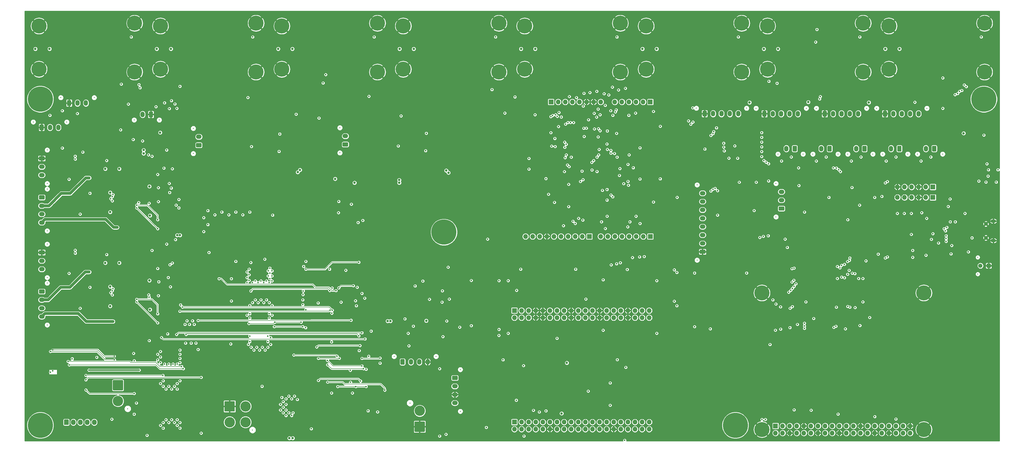
<source format=gbr>
%TF.GenerationSoftware,KiCad,Pcbnew,(5.1.9-16-g1737927814)-1*%
%TF.CreationDate,2021-03-30T22:33:33-04:00*%
%TF.ProjectId,Ventilator,56656e74-696c-4617-946f-722e6b696361,A*%
%TF.SameCoordinates,PX1312d00PY1312d00*%
%TF.FileFunction,Copper,L2,Inr*%
%TF.FilePolarity,Positive*%
%FSLAX46Y46*%
G04 Gerber Fmt 4.6, Leading zero omitted, Abs format (unit mm)*
G04 Created by KiCad (PCBNEW (5.1.9-16-g1737927814)-1) date 2021-03-30 22:33:33*
%MOMM*%
%LPD*%
G01*
G04 APERTURE LIST*
%TA.AperFunction,ComponentPad*%
%ADD10O,1.900000X1.200000*%
%TD*%
%TA.AperFunction,ComponentPad*%
%ADD11C,1.450000*%
%TD*%
%TA.AperFunction,ComponentPad*%
%ADD12C,0.500000*%
%TD*%
%TA.AperFunction,ComponentPad*%
%ADD13C,0.600000*%
%TD*%
%TA.AperFunction,ComponentPad*%
%ADD14O,2.020000X1.500000*%
%TD*%
%TA.AperFunction,ComponentPad*%
%ADD15O,1.500000X2.020000*%
%TD*%
%TA.AperFunction,ComponentPad*%
%ADD16C,1.500000*%
%TD*%
%TA.AperFunction,ComponentPad*%
%ADD17C,3.700000*%
%TD*%
%TA.AperFunction,ComponentPad*%
%ADD18C,0.800000*%
%TD*%
%TA.AperFunction,ComponentPad*%
%ADD19C,5.400000*%
%TD*%
%TA.AperFunction,ComponentPad*%
%ADD20R,1.700000X1.700000*%
%TD*%
%TA.AperFunction,ComponentPad*%
%ADD21O,1.700000X1.700000*%
%TD*%
%TA.AperFunction,ComponentPad*%
%ADD22C,9.000000*%
%TD*%
%TA.AperFunction,ComponentPad*%
%ADD23O,1.700000X1.950000*%
%TD*%
%TA.AperFunction,ViaPad*%
%ADD24C,0.600000*%
%TD*%
%TA.AperFunction,ViaPad*%
%ADD25C,0.900000*%
%TD*%
%TA.AperFunction,Conductor*%
%ADD26C,0.180000*%
%TD*%
%TA.AperFunction,Conductor*%
%ADD27C,0.200000*%
%TD*%
%TA.AperFunction,Conductor*%
%ADD28C,1.000000*%
%TD*%
%TA.AperFunction,Conductor*%
%ADD29C,0.500000*%
%TD*%
%TA.AperFunction,Conductor*%
%ADD30C,0.254000*%
%TD*%
%TA.AperFunction,Conductor*%
%ADD31C,0.100000*%
%TD*%
%ADD32C,0.300000*%
%ADD33C,0.350000*%
%ADD34O,1.300000X0.600000*%
%ADD35C,0.200000*%
G04 APERTURE END LIST*
D10*
%TO.N,GND*%
%TO.C,J50*%
X347437500Y-75750000D03*
X347437500Y-82750000D03*
D11*
X344737500Y-76750000D03*
X344737500Y-81750000D03*
%TD*%
D12*
%TO.N,GND*%
%TO.C,U25*%
X118075000Y-125975000D03*
X117100000Y-125975000D03*
X116125000Y-125975000D03*
X118075000Y-125000000D03*
X117100000Y-125000000D03*
X116125000Y-125000000D03*
X118075000Y-124025000D03*
X117100000Y-124025000D03*
X116125000Y-124025000D03*
%TD*%
%TO.N,GND*%
%TO.C,U23*%
X108750000Y-103050000D03*
X109800000Y-103050000D03*
X110850000Y-103050000D03*
X108750000Y-104100000D03*
X109800000Y-104100000D03*
X110850000Y-104100000D03*
X108750000Y-105150000D03*
X109800000Y-105150000D03*
X110850000Y-105150000D03*
%TD*%
D13*
%TO.N,GND*%
%TO.C,U17*%
X37750000Y-105500000D03*
X36250000Y-105500000D03*
X34750000Y-105500000D03*
X38500000Y-104000000D03*
X37000000Y-104000000D03*
X34000000Y-104000000D03*
X35500000Y-104000000D03*
X37750000Y-99500000D03*
X36250000Y-99500000D03*
X34750000Y-99500000D03*
X38500000Y-101000000D03*
X37000000Y-101000000D03*
X35500000Y-101000000D03*
X34000000Y-101000000D03*
X37750000Y-102500000D03*
X34750000Y-102500000D03*
X36250000Y-102500000D03*
%TD*%
%TO.N,GND*%
%TO.C,U27*%
X37750000Y-71750000D03*
X36250000Y-71750000D03*
X34750000Y-71750000D03*
X38500000Y-70250000D03*
X37000000Y-70250000D03*
X34000000Y-70250000D03*
X35500000Y-70250000D03*
X37750000Y-65750000D03*
X36250000Y-65750000D03*
X34750000Y-65750000D03*
X38500000Y-67250000D03*
X37000000Y-67250000D03*
X35500000Y-67250000D03*
X34000000Y-67250000D03*
X37750000Y-68750000D03*
X34750000Y-68750000D03*
X36250000Y-68750000D03*
%TD*%
D14*
%TO.N,/UI-LED-Y*%
%TO.C,J11*%
X243250000Y-65750000D03*
%TO.N,/UI-LED-R*%
X243250000Y-68750000D03*
%TO.N,/UI-LED-G*%
X243250000Y-71750000D03*
%TO.N,/CC-LED-Y*%
X243250000Y-74750000D03*
%TO.N,/CC-LED-R*%
X243250000Y-77750000D03*
%TO.N,/CC-LED-G*%
X243250000Y-80750000D03*
%TO.N,+5V*%
X243250000Y-83750000D03*
%TO.N,GND*%
%TA.AperFunction,ComponentPad*%
G36*
G01*
X244010000Y-87500000D02*
X242490000Y-87500000D01*
G75*
G02*
X242240000Y-87250000I0J250000D01*
G01*
X242240000Y-86250000D01*
G75*
G02*
X242490000Y-86000000I250000J0D01*
G01*
X244010000Y-86000000D01*
G75*
G02*
X244260000Y-86250000I0J-250000D01*
G01*
X244260000Y-87250000D01*
G75*
G02*
X244010000Y-87500000I-250000J0D01*
G01*
G37*
%TD.AperFunction*%
%TD*%
%TO.N,GND*%
%TO.C,J40*%
%TA.AperFunction,ComponentPad*%
G36*
G01*
X307850000Y-38010000D02*
X307850000Y-36490000D01*
G75*
G02*
X308100000Y-36240000I250000J0D01*
G01*
X309100000Y-36240000D01*
G75*
G02*
X309350000Y-36490000I0J-250000D01*
G01*
X309350000Y-38010000D01*
G75*
G02*
X309100000Y-38260000I-250000J0D01*
G01*
X308100000Y-38260000D01*
G75*
G02*
X307850000Y-38010000I0J250000D01*
G01*
G37*
%TD.AperFunction*%
D15*
%TO.N,Net-(J40-Pad2)*%
X311600000Y-37250000D03*
%TO.N,Net-(J40-Pad3)*%
X314600000Y-37250000D03*
%TO.N,Net-(J40-Pad4)*%
X317600000Y-37250000D03*
%TO.N,Net-(J40-Pad5)*%
X320600000Y-37250000D03*
%TD*%
%TO.N,GND*%
%TO.C,J41*%
%TA.AperFunction,ComponentPad*%
G36*
G01*
X286250000Y-38010000D02*
X286250000Y-36490000D01*
G75*
G02*
X286500000Y-36240000I250000J0D01*
G01*
X287500000Y-36240000D01*
G75*
G02*
X287750000Y-36490000I0J-250000D01*
G01*
X287750000Y-38010000D01*
G75*
G02*
X287500000Y-38260000I-250000J0D01*
G01*
X286500000Y-38260000D01*
G75*
G02*
X286250000Y-38010000I0J250000D01*
G01*
G37*
%TD.AperFunction*%
%TO.N,Net-(J41-Pad2)*%
X290000000Y-37250000D03*
%TO.N,Net-(J41-Pad3)*%
X293000000Y-37250000D03*
%TO.N,Net-(J41-Pad4)*%
X296000000Y-37250000D03*
%TO.N,Net-(J41-Pad5)*%
X299000000Y-37250000D03*
%TD*%
%TO.N,GND*%
%TO.C,J42*%
%TA.AperFunction,ComponentPad*%
G36*
G01*
X264650000Y-38010000D02*
X264650000Y-36490000D01*
G75*
G02*
X264900000Y-36240000I250000J0D01*
G01*
X265900000Y-36240000D01*
G75*
G02*
X266150000Y-36490000I0J-250000D01*
G01*
X266150000Y-38010000D01*
G75*
G02*
X265900000Y-38260000I-250000J0D01*
G01*
X264900000Y-38260000D01*
G75*
G02*
X264650000Y-38010000I0J250000D01*
G01*
G37*
%TD.AperFunction*%
%TO.N,Net-(J42-Pad2)*%
X268400000Y-37250000D03*
%TO.N,Net-(J42-Pad3)*%
X271400000Y-37250000D03*
%TO.N,Net-(J42-Pad4)*%
X274400000Y-37250000D03*
%TO.N,Net-(J42-Pad5)*%
X277400000Y-37250000D03*
%TD*%
%TO.N,GND*%
%TO.C,J43*%
%TA.AperFunction,ComponentPad*%
G36*
G01*
X243250000Y-37960000D02*
X243250000Y-36440000D01*
G75*
G02*
X243500000Y-36190000I250000J0D01*
G01*
X244500000Y-36190000D01*
G75*
G02*
X244750000Y-36440000I0J-250000D01*
G01*
X244750000Y-37960000D01*
G75*
G02*
X244500000Y-38210000I-250000J0D01*
G01*
X243500000Y-38210000D01*
G75*
G02*
X243250000Y-37960000I0J250000D01*
G01*
G37*
%TD.AperFunction*%
%TO.N,Net-(J43-Pad2)*%
X247000000Y-37200000D03*
%TO.N,Net-(J43-Pad3)*%
X250000000Y-37200000D03*
%TO.N,Net-(J43-Pad4)*%
X253000000Y-37200000D03*
%TO.N,Net-(J43-Pad5)*%
X256000000Y-37200000D03*
%TD*%
%TO.N,/Alarms and Power Monitoring/Alarm-Bat*%
%TO.C,J10*%
%TA.AperFunction,ComponentPad*%
G36*
G01*
X153740000Y-131250000D02*
X155260000Y-131250000D01*
G75*
G02*
X155510000Y-131500000I0J-250000D01*
G01*
X155510000Y-132500000D01*
G75*
G02*
X155260000Y-132750000I-250000J0D01*
G01*
X153740000Y-132750000D01*
G75*
G02*
X153490000Y-132500000I0J250000D01*
G01*
X153490000Y-131500000D01*
G75*
G02*
X153740000Y-131250000I250000J0D01*
G01*
G37*
%TD.AperFunction*%
D14*
%TO.N,Net-(J10-Pad2)*%
X154500000Y-135000000D03*
%TO.N,GND*%
X154500000Y-138000000D03*
%TO.N,Net-(J10-Pad4)*%
X154500000Y-141000000D03*
%TD*%
%TO.N,/Stepper Motor Driver (...)/Out-A1*%
%TO.C,J38*%
%TA.AperFunction,ComponentPad*%
G36*
G01*
X5740000Y-100250000D02*
X7260000Y-100250000D01*
G75*
G02*
X7510000Y-100500000I0J-250000D01*
G01*
X7510000Y-101500000D01*
G75*
G02*
X7260000Y-101750000I-250000J0D01*
G01*
X5740000Y-101750000D01*
G75*
G02*
X5490000Y-101500000I0J250000D01*
G01*
X5490000Y-100500000D01*
G75*
G02*
X5740000Y-100250000I250000J0D01*
G01*
G37*
%TD.AperFunction*%
%TO.N,/Stepper Motor Driver (...)/Out-A2*%
X6500000Y-104000000D03*
%TO.N,/Stepper Motor Driver (...)/Out-B1*%
X6500000Y-107000000D03*
%TO.N,/Stepper Motor Driver (...)/Out-B2*%
X6500000Y-110000000D03*
%TD*%
%TO.N,Net-(J39-Pad1)*%
%TO.C,J39*%
%TA.AperFunction,ComponentPad*%
G36*
G01*
X135000000Y-127010000D02*
X135000000Y-125490000D01*
G75*
G02*
X135250000Y-125240000I250000J0D01*
G01*
X136250000Y-125240000D01*
G75*
G02*
X136500000Y-125490000I0J-250000D01*
G01*
X136500000Y-127010000D01*
G75*
G02*
X136250000Y-127260000I-250000J0D01*
G01*
X135250000Y-127260000D01*
G75*
G02*
X135000000Y-127010000I0J250000D01*
G01*
G37*
%TD.AperFunction*%
D15*
%TO.N,Net-(C88-Pad2)*%
X138750000Y-126250000D03*
%TO.N,Net-(J39-Pad3)*%
X141750000Y-126250000D03*
%TO.N,GND*%
X144750000Y-126250000D03*
%TD*%
%TO.N,/Stepper Motor Driver (..)/Out-A1*%
%TO.C,J49*%
%TA.AperFunction,ComponentPad*%
G36*
G01*
X5740000Y-66500000D02*
X7260000Y-66500000D01*
G75*
G02*
X7510000Y-66750000I0J-250000D01*
G01*
X7510000Y-67750000D01*
G75*
G02*
X7260000Y-68000000I-250000J0D01*
G01*
X5740000Y-68000000D01*
G75*
G02*
X5490000Y-67750000I0J250000D01*
G01*
X5490000Y-66750000D01*
G75*
G02*
X5740000Y-66500000I250000J0D01*
G01*
G37*
%TD.AperFunction*%
D14*
%TO.N,/Stepper Motor Driver (..)/Out-A2*%
X6500000Y-70250000D03*
%TO.N,/Stepper Motor Driver (..)/Out-B1*%
X6500000Y-73250000D03*
%TO.N,/Stepper Motor Driver (..)/Out-B2*%
X6500000Y-76250000D03*
%TD*%
%TO.N,GND*%
%TO.C,J1*%
%TA.AperFunction,ComponentPad*%
G36*
G01*
X5700001Y-42905001D02*
X5700001Y-41385001D01*
G75*
G02*
X5950001Y-41135001I250000J0D01*
G01*
X6950001Y-41135001D01*
G75*
G02*
X7200001Y-41385001I0J-250000D01*
G01*
X7200001Y-42905001D01*
G75*
G02*
X6950001Y-43155001I-250000J0D01*
G01*
X5950001Y-43155001D01*
G75*
G02*
X5700001Y-42905001I0J250000D01*
G01*
G37*
%TD.AperFunction*%
D15*
%TO.N,Net-(J1-Pad2)*%
X9450001Y-42145001D03*
%TO.N,+5V*%
X12450001Y-42145001D03*
%TD*%
%TO.N,GND*%
%TO.C,J2*%
%TA.AperFunction,ComponentPad*%
G36*
G01*
X15550000Y-34160000D02*
X15550000Y-32640000D01*
G75*
G02*
X15800000Y-32390000I250000J0D01*
G01*
X16800000Y-32390000D01*
G75*
G02*
X17050000Y-32640000I0J-250000D01*
G01*
X17050000Y-34160000D01*
G75*
G02*
X16800000Y-34410000I-250000J0D01*
G01*
X15800000Y-34410000D01*
G75*
G02*
X15550000Y-34160000I0J250000D01*
G01*
G37*
%TD.AperFunction*%
%TO.N,Net-(J2-Pad2)*%
X19300000Y-33400000D03*
%TO.N,+5V*%
X22300000Y-33400000D03*
%TD*%
%TO.N,Net-(J30-Pad1)*%
%TO.C,J30*%
%TA.AperFunction,ComponentPad*%
G36*
G01*
X272260000Y-72000000D02*
X270740000Y-72000000D01*
G75*
G02*
X270490000Y-71750000I0J250000D01*
G01*
X270490000Y-70750000D01*
G75*
G02*
X270740000Y-70500000I250000J0D01*
G01*
X272260000Y-70500000D01*
G75*
G02*
X272510000Y-70750000I0J-250000D01*
G01*
X272510000Y-71750000D01*
G75*
G02*
X272260000Y-72000000I-250000J0D01*
G01*
G37*
%TD.AperFunction*%
D14*
%TO.N,Net-(J30-Pad2)*%
X271500000Y-68250000D03*
%TO.N,Net-(J30-Pad3)*%
X271500000Y-65250000D03*
%TD*%
%TO.N,GND*%
%TO.C,J37*%
%TA.AperFunction,ComponentPad*%
G36*
G01*
X5740000Y-86250000D02*
X7260000Y-86250000D01*
G75*
G02*
X7510000Y-86500000I0J-250000D01*
G01*
X7510000Y-87500000D01*
G75*
G02*
X7260000Y-87750000I-250000J0D01*
G01*
X5740000Y-87750000D01*
G75*
G02*
X5490000Y-87500000I0J250000D01*
G01*
X5490000Y-86500000D01*
G75*
G02*
X5740000Y-86250000I250000J0D01*
G01*
G37*
%TD.AperFunction*%
%TO.N,Net-(C68-Pad2)*%
X6500000Y-90000000D03*
%TO.N,Net-(J37-Pad3)*%
X6500000Y-93000000D03*
%TD*%
%TO.N,GND*%
%TO.C,J48*%
%TA.AperFunction,ComponentPad*%
G36*
G01*
X5740000Y-52500000D02*
X7260000Y-52500000D01*
G75*
G02*
X7510000Y-52750000I0J-250000D01*
G01*
X7510000Y-53750000D01*
G75*
G02*
X7260000Y-54000000I-250000J0D01*
G01*
X5740000Y-54000000D01*
G75*
G02*
X5490000Y-53750000I0J250000D01*
G01*
X5490000Y-52750000D01*
G75*
G02*
X5740000Y-52500000I250000J0D01*
G01*
G37*
%TD.AperFunction*%
%TO.N,Net-(C158-Pad2)*%
X6500000Y-56250000D03*
%TO.N,Net-(J48-Pad3)*%
X6500000Y-59250000D03*
%TD*%
D15*
%TO.N,Net-(F5-Pad1)*%
%TO.C,J53*%
X42600000Y-37500000D03*
%TO.N,GND*%
%TA.AperFunction,ComponentPad*%
G36*
G01*
X46350000Y-36740000D02*
X46350000Y-38260000D01*
G75*
G02*
X46100000Y-38510000I-250000J0D01*
G01*
X45100000Y-38510000D01*
G75*
G02*
X44850000Y-38260000I0J250000D01*
G01*
X44850000Y-36740000D01*
G75*
G02*
X45100000Y-36490000I250000J0D01*
G01*
X46100000Y-36490000D01*
G75*
G02*
X46350000Y-36740000I0J-250000D01*
G01*
G37*
%TD.AperFunction*%
%TD*%
%TO.N,Net-(D30-Pad1)*%
%TO.C,J47*%
%TA.AperFunction,ComponentPad*%
G36*
G01*
X116010000Y-49000000D02*
X114490000Y-49000000D01*
G75*
G02*
X114240000Y-48750000I0J250000D01*
G01*
X114240000Y-47750000D01*
G75*
G02*
X114490000Y-47500000I250000J0D01*
G01*
X116010000Y-47500000D01*
G75*
G02*
X116260000Y-47750000I0J-250000D01*
G01*
X116260000Y-48750000D01*
G75*
G02*
X116010000Y-49000000I-250000J0D01*
G01*
G37*
%TD.AperFunction*%
D14*
%TO.N,Net-(D31-Pad2)*%
X115250000Y-45250000D03*
%TD*%
%TO.N,Net-(D15-Pad1)*%
%TO.C,J36*%
%TA.AperFunction,ComponentPad*%
G36*
G01*
X63510000Y-49250000D02*
X61990000Y-49250000D01*
G75*
G02*
X61740000Y-49000000I0J250000D01*
G01*
X61740000Y-48000000D01*
G75*
G02*
X61990000Y-47750000I250000J0D01*
G01*
X63510000Y-47750000D01*
G75*
G02*
X63760000Y-48000000I0J-250000D01*
G01*
X63760000Y-49000000D01*
G75*
G02*
X63510000Y-49250000I-250000J0D01*
G01*
G37*
%TD.AperFunction*%
%TO.N,Net-(D16-Pad2)*%
X62750000Y-45500000D03*
%TD*%
%TO.N,Net-(J31-Pad1)*%
%TO.C,J31*%
%TA.AperFunction,ComponentPad*%
G36*
G01*
X327000000Y-48990000D02*
X327000000Y-50510000D01*
G75*
G02*
X326750000Y-50760000I-250000J0D01*
G01*
X325750000Y-50760000D01*
G75*
G02*
X325500000Y-50510000I0J250000D01*
G01*
X325500000Y-48990000D01*
G75*
G02*
X325750000Y-48740000I250000J0D01*
G01*
X326750000Y-48740000D01*
G75*
G02*
X327000000Y-48990000I0J-250000D01*
G01*
G37*
%TD.AperFunction*%
D15*
%TO.N,Net-(J31-Pad2)*%
X323250000Y-49750000D03*
%TD*%
%TO.N,Net-(J32-Pad1)*%
%TO.C,J32*%
%TA.AperFunction,ComponentPad*%
G36*
G01*
X277000000Y-48990000D02*
X277000000Y-50510000D01*
G75*
G02*
X276750000Y-50760000I-250000J0D01*
G01*
X275750000Y-50760000D01*
G75*
G02*
X275500000Y-50510000I0J250000D01*
G01*
X275500000Y-48990000D01*
G75*
G02*
X275750000Y-48740000I250000J0D01*
G01*
X276750000Y-48740000D01*
G75*
G02*
X277000000Y-48990000I0J-250000D01*
G01*
G37*
%TD.AperFunction*%
%TO.N,Net-(J32-Pad2)*%
X273250000Y-49750000D03*
%TD*%
%TO.N,Net-(J33-Pad1)*%
%TO.C,J33*%
%TA.AperFunction,ComponentPad*%
G36*
G01*
X314500000Y-48990000D02*
X314500000Y-50510000D01*
G75*
G02*
X314250000Y-50760000I-250000J0D01*
G01*
X313250000Y-50760000D01*
G75*
G02*
X313000000Y-50510000I0J250000D01*
G01*
X313000000Y-48990000D01*
G75*
G02*
X313250000Y-48740000I250000J0D01*
G01*
X314250000Y-48740000D01*
G75*
G02*
X314500000Y-48990000I0J-250000D01*
G01*
G37*
%TD.AperFunction*%
%TO.N,Net-(J33-Pad2)*%
X310750000Y-49750000D03*
%TD*%
%TO.N,Net-(J34-Pad1)*%
%TO.C,J34*%
%TA.AperFunction,ComponentPad*%
G36*
G01*
X302000000Y-48990000D02*
X302000000Y-50510000D01*
G75*
G02*
X301750000Y-50760000I-250000J0D01*
G01*
X300750000Y-50760000D01*
G75*
G02*
X300500000Y-50510000I0J250000D01*
G01*
X300500000Y-48990000D01*
G75*
G02*
X300750000Y-48740000I250000J0D01*
G01*
X301750000Y-48740000D01*
G75*
G02*
X302000000Y-48990000I0J-250000D01*
G01*
G37*
%TD.AperFunction*%
%TO.N,Net-(J34-Pad2)*%
X298250000Y-49750000D03*
%TD*%
%TO.N,Net-(J35-Pad1)*%
%TO.C,J35*%
%TA.AperFunction,ComponentPad*%
G36*
G01*
X289500000Y-48990000D02*
X289500000Y-50510000D01*
G75*
G02*
X289250000Y-50760000I-250000J0D01*
G01*
X288250000Y-50760000D01*
G75*
G02*
X288000000Y-50510000I0J250000D01*
G01*
X288000000Y-48990000D01*
G75*
G02*
X288250000Y-48740000I250000J0D01*
G01*
X289250000Y-48740000D01*
G75*
G02*
X289500000Y-48990000I0J-250000D01*
G01*
G37*
%TD.AperFunction*%
%TO.N,Net-(J35-Pad2)*%
X285750000Y-49750000D03*
%TD*%
D16*
%TO.N,+5V_GUI*%
%TO.C,J9*%
X342760000Y-91760000D03*
%TO.N,GND*%
%TA.AperFunction,ComponentPad*%
G36*
G01*
X345260000Y-91010000D02*
X346260000Y-91010000D01*
G75*
G02*
X346510000Y-91260000I0J-250000D01*
G01*
X346510000Y-92260000D01*
G75*
G02*
X346260000Y-92510000I-250000J0D01*
G01*
X345260000Y-92510000D01*
G75*
G02*
X345010000Y-92260000I0J250000D01*
G01*
X345010000Y-91260000D01*
G75*
G02*
X345260000Y-91010000I250000J0D01*
G01*
G37*
%TD.AperFunction*%
%TD*%
D17*
%TO.N,/Power Entry / Battery Handling/Power-Sw-P*%
%TO.C,J44*%
X79500000Y-147900000D03*
%TO.N,+VLink*%
X73800000Y-147900000D03*
%TO.N,Net-(F2-Pad2)*%
X79500000Y-142200000D03*
%TO.N,GND*%
%TA.AperFunction,ComponentPad*%
G36*
G01*
X71950000Y-143800000D02*
X71950000Y-140600000D01*
G75*
G02*
X72200000Y-140350000I250000J0D01*
G01*
X75400000Y-140350000D01*
G75*
G02*
X75650000Y-140600000I0J-250000D01*
G01*
X75650000Y-143800000D01*
G75*
G02*
X75400000Y-144050000I-250000J0D01*
G01*
X72200000Y-144050000D01*
G75*
G02*
X71950000Y-143800000I0J250000D01*
G01*
G37*
%TD.AperFunction*%
%TD*%
%TO.N,+12V*%
%TO.C,J54*%
X141900000Y-143800000D03*
%TO.N,GND*%
%TA.AperFunction,ComponentPad*%
G36*
G01*
X143750000Y-147900000D02*
X143750000Y-151100000D01*
G75*
G02*
X143500000Y-151350000I-250000J0D01*
G01*
X140300000Y-151350000D01*
G75*
G02*
X140050000Y-151100000I0J250000D01*
G01*
X140050000Y-147900000D01*
G75*
G02*
X140300000Y-147650000I250000J0D01*
G01*
X143500000Y-147650000D01*
G75*
G02*
X143750000Y-147900000I0J-250000D01*
G01*
G37*
%TD.AperFunction*%
%TD*%
%TO.N,Net-(F3-Pad1)*%
%TO.C,J45*%
X33800000Y-140300000D03*
%TO.N,/Power Entry / Battery Handling/Bat-N*%
%TA.AperFunction,ComponentPad*%
G36*
G01*
X31950000Y-136200000D02*
X31950000Y-133000000D01*
G75*
G02*
X32200000Y-132750000I250000J0D01*
G01*
X35400000Y-132750000D01*
G75*
G02*
X35650000Y-133000000I0J-250000D01*
G01*
X35650000Y-136200000D01*
G75*
G02*
X35400000Y-136450000I-250000J0D01*
G01*
X32200000Y-136450000D01*
G75*
G02*
X31950000Y-136200000I0J250000D01*
G01*
G37*
%TD.AperFunction*%
%TD*%
D18*
%TO.N,GND*%
%TO.C,H4*%
X124725000Y-22250000D03*
D19*
X126750000Y-22250000D03*
D18*
X125318109Y-20818109D03*
X125318109Y-23681891D03*
X126750000Y-20225000D03*
X128181891Y-23681891D03*
X126750000Y-24275000D03*
X128181891Y-20818109D03*
X128775000Y-22250000D03*
X125318109Y-6181891D03*
X125318109Y-3318109D03*
X126750000Y-6775000D03*
X126750000Y-2725000D03*
X124725000Y-4750000D03*
D19*
X126750000Y-4750000D03*
D18*
X128775000Y-4750000D03*
X128181891Y-6181891D03*
X128181891Y-3318109D03*
X90475000Y-21250000D03*
X91068109Y-22681891D03*
X92500000Y-19225000D03*
X91068109Y-19818109D03*
X92500000Y-23275000D03*
X93931891Y-19818109D03*
X93931891Y-22681891D03*
D19*
X92500000Y-21250000D03*
D18*
X94525000Y-21250000D03*
X94525000Y-5750000D03*
X92500000Y-3725000D03*
D19*
X92500000Y-5750000D03*
D18*
X93931891Y-4318109D03*
X91068109Y-4318109D03*
X92500000Y-7775000D03*
X90475000Y-5750000D03*
X93931891Y-7181891D03*
X91068109Y-7181891D03*
%TD*%
%TO.N,GND*%
%TO.C,H2*%
X37725000Y-22250000D03*
D19*
X39750000Y-22250000D03*
D18*
X38318109Y-20818109D03*
X38318109Y-23681891D03*
X39750000Y-20225000D03*
X41181891Y-23681891D03*
X39750000Y-24275000D03*
X41181891Y-20818109D03*
X41775000Y-22250000D03*
X38318109Y-6181891D03*
X38318109Y-3318109D03*
X39750000Y-6775000D03*
X39750000Y-2725000D03*
X37725000Y-4750000D03*
D19*
X39750000Y-4750000D03*
D18*
X41775000Y-4750000D03*
X41181891Y-6181891D03*
X41181891Y-3318109D03*
X3475000Y-21250000D03*
X4068109Y-22681891D03*
X5500000Y-19225000D03*
X4068109Y-19818109D03*
X5500000Y-23275000D03*
X6931891Y-19818109D03*
X6931891Y-22681891D03*
D19*
X5500000Y-21250000D03*
D18*
X7525000Y-21250000D03*
X7525000Y-5750000D03*
X5500000Y-3725000D03*
D19*
X5500000Y-5750000D03*
D18*
X6931891Y-4318109D03*
X4068109Y-4318109D03*
X5500000Y-7775000D03*
X3475000Y-5750000D03*
X6931891Y-7181891D03*
X4068109Y-7181891D03*
%TD*%
%TO.N,GND*%
%TO.C,H3*%
X81225000Y-22250000D03*
D19*
X83250000Y-22250000D03*
D18*
X81818109Y-20818109D03*
X81818109Y-23681891D03*
X83250000Y-20225000D03*
X84681891Y-23681891D03*
X83250000Y-24275000D03*
X84681891Y-20818109D03*
X85275000Y-22250000D03*
X81818109Y-6181891D03*
X81818109Y-3318109D03*
X83250000Y-6775000D03*
X83250000Y-2725000D03*
X81225000Y-4750000D03*
D19*
X83250000Y-4750000D03*
D18*
X85275000Y-4750000D03*
X84681891Y-6181891D03*
X84681891Y-3318109D03*
X46975000Y-21250000D03*
X47568109Y-22681891D03*
X49000000Y-19225000D03*
X47568109Y-19818109D03*
X49000000Y-23275000D03*
X50431891Y-19818109D03*
X50431891Y-22681891D03*
D19*
X49000000Y-21250000D03*
D18*
X51025000Y-21250000D03*
X51025000Y-5750000D03*
X49000000Y-3725000D03*
D19*
X49000000Y-5750000D03*
D18*
X50431891Y-4318109D03*
X47568109Y-4318109D03*
X49000000Y-7775000D03*
X46975000Y-5750000D03*
X50431891Y-7181891D03*
X47568109Y-7181891D03*
%TD*%
%TO.N,GND*%
%TO.C,H5*%
X168225000Y-22250000D03*
D19*
X170250000Y-22250000D03*
D18*
X168818109Y-20818109D03*
X168818109Y-23681891D03*
X170250000Y-20225000D03*
X171681891Y-23681891D03*
X170250000Y-24275000D03*
X171681891Y-20818109D03*
X172275000Y-22250000D03*
X168818109Y-6181891D03*
X168818109Y-3318109D03*
X170250000Y-6775000D03*
X170250000Y-2725000D03*
X168225000Y-4750000D03*
D19*
X170250000Y-4750000D03*
D18*
X172275000Y-4750000D03*
X171681891Y-6181891D03*
X171681891Y-3318109D03*
X133975000Y-21250000D03*
X134568109Y-22681891D03*
X136000000Y-19225000D03*
X134568109Y-19818109D03*
X136000000Y-23275000D03*
X137431891Y-19818109D03*
X137431891Y-22681891D03*
D19*
X136000000Y-21250000D03*
D18*
X138025000Y-21250000D03*
X138025000Y-5750000D03*
X136000000Y-3725000D03*
D19*
X136000000Y-5750000D03*
D18*
X137431891Y-4318109D03*
X134568109Y-4318109D03*
X136000000Y-7775000D03*
X133975000Y-5750000D03*
X137431891Y-7181891D03*
X134568109Y-7181891D03*
%TD*%
%TO.N,GND*%
%TO.C,H6*%
X211725000Y-22250000D03*
D19*
X213750000Y-22250000D03*
D18*
X212318109Y-20818109D03*
X212318109Y-23681891D03*
X213750000Y-20225000D03*
X215181891Y-23681891D03*
X213750000Y-24275000D03*
X215181891Y-20818109D03*
X215775000Y-22250000D03*
X212318109Y-6181891D03*
X212318109Y-3318109D03*
X213750000Y-6775000D03*
X213750000Y-2725000D03*
X211725000Y-4750000D03*
D19*
X213750000Y-4750000D03*
D18*
X215775000Y-4750000D03*
X215181891Y-6181891D03*
X215181891Y-3318109D03*
X177475000Y-21250000D03*
X178068109Y-22681891D03*
X179500000Y-19225000D03*
X178068109Y-19818109D03*
X179500000Y-23275000D03*
X180931891Y-19818109D03*
X180931891Y-22681891D03*
D19*
X179500000Y-21250000D03*
D18*
X181525000Y-21250000D03*
X181525000Y-5750000D03*
X179500000Y-3725000D03*
D19*
X179500000Y-5750000D03*
D18*
X180931891Y-4318109D03*
X178068109Y-4318109D03*
X179500000Y-7775000D03*
X177475000Y-5750000D03*
X180931891Y-7181891D03*
X178068109Y-7181891D03*
%TD*%
%TO.N,GND*%
%TO.C,H7*%
X255225000Y-22250000D03*
D19*
X257250000Y-22250000D03*
D18*
X255818109Y-20818109D03*
X255818109Y-23681891D03*
X257250000Y-20225000D03*
X258681891Y-23681891D03*
X257250000Y-24275000D03*
X258681891Y-20818109D03*
X259275000Y-22250000D03*
X255818109Y-6181891D03*
X255818109Y-3318109D03*
X257250000Y-6775000D03*
X257250000Y-2725000D03*
X255225000Y-4750000D03*
D19*
X257250000Y-4750000D03*
D18*
X259275000Y-4750000D03*
X258681891Y-6181891D03*
X258681891Y-3318109D03*
X220975000Y-21250000D03*
X221568109Y-22681891D03*
X223000000Y-19225000D03*
X221568109Y-19818109D03*
X223000000Y-23275000D03*
X224431891Y-19818109D03*
X224431891Y-22681891D03*
D19*
X223000000Y-21250000D03*
D18*
X225025000Y-21250000D03*
X225025000Y-5750000D03*
X223000000Y-3725000D03*
D19*
X223000000Y-5750000D03*
D18*
X224431891Y-4318109D03*
X221568109Y-4318109D03*
X223000000Y-7775000D03*
X220975000Y-5750000D03*
X224431891Y-7181891D03*
X221568109Y-7181891D03*
%TD*%
%TO.N,GND*%
%TO.C,H8*%
X298725000Y-22250000D03*
D19*
X300750000Y-22250000D03*
D18*
X299318109Y-20818109D03*
X299318109Y-23681891D03*
X300750000Y-20225000D03*
X302181891Y-23681891D03*
X300750000Y-24275000D03*
X302181891Y-20818109D03*
X302775000Y-22250000D03*
X299318109Y-6181891D03*
X299318109Y-3318109D03*
X300750000Y-6775000D03*
X300750000Y-2725000D03*
X298725000Y-4750000D03*
D19*
X300750000Y-4750000D03*
D18*
X302775000Y-4750000D03*
X302181891Y-6181891D03*
X302181891Y-3318109D03*
X264475000Y-21250000D03*
X265068109Y-22681891D03*
X266500000Y-19225000D03*
X265068109Y-19818109D03*
X266500000Y-23275000D03*
X267931891Y-19818109D03*
X267931891Y-22681891D03*
D19*
X266500000Y-21250000D03*
D18*
X268525000Y-21250000D03*
X268525000Y-5750000D03*
X266500000Y-3725000D03*
D19*
X266500000Y-5750000D03*
D18*
X267931891Y-4318109D03*
X265068109Y-4318109D03*
X266500000Y-7775000D03*
X264475000Y-5750000D03*
X267931891Y-7181891D03*
X265068109Y-7181891D03*
%TD*%
%TO.N,GND*%
%TO.C,H9*%
X342225000Y-22250000D03*
D19*
X344250000Y-22250000D03*
D18*
X342818109Y-20818109D03*
X342818109Y-23681891D03*
X344250000Y-20225000D03*
X345681891Y-23681891D03*
X344250000Y-24275000D03*
X345681891Y-20818109D03*
X346275000Y-22250000D03*
X342818109Y-6181891D03*
X342818109Y-3318109D03*
X344250000Y-6775000D03*
X344250000Y-2725000D03*
X342225000Y-4750000D03*
D19*
X344250000Y-4750000D03*
D18*
X346275000Y-4750000D03*
X345681891Y-6181891D03*
X345681891Y-3318109D03*
X307975000Y-21250000D03*
X308568109Y-22681891D03*
X310000000Y-19225000D03*
X308568109Y-19818109D03*
X310000000Y-23275000D03*
X311431891Y-19818109D03*
X311431891Y-22681891D03*
D19*
X310000000Y-21250000D03*
D18*
X312025000Y-21250000D03*
X312025000Y-5750000D03*
X310000000Y-3725000D03*
D19*
X310000000Y-5750000D03*
D18*
X311431891Y-4318109D03*
X308568109Y-4318109D03*
X310000000Y-7775000D03*
X307975000Y-5750000D03*
X311431891Y-7181891D03*
X308568109Y-7181891D03*
%TD*%
D20*
%TO.N,+3V3_Rpi*%
%TO.C,J8*%
X269370000Y-149230000D03*
D21*
%TO.N,+5V_GUI*%
X269370000Y-151770000D03*
%TO.N,/UI Computer/GPIO2(SDA)*%
X271910000Y-149230000D03*
%TO.N,+5V_GUI*%
X271910000Y-151770000D03*
%TO.N,/UI Computer/GPIO3(SCL)*%
X274450000Y-149230000D03*
%TO.N,GND*%
X274450000Y-151770000D03*
%TO.N,/UI-LED-G*%
X276990000Y-149230000D03*
%TO.N,/UI Computer/GPIO14(TXD)*%
X276990000Y-151770000D03*
%TO.N,GND*%
X279530000Y-149230000D03*
%TO.N,/UART-Rx-RPi-Tx-STM*%
X279530000Y-151770000D03*
%TO.N,/UI Computer/GPIO17*%
X282070000Y-149230000D03*
%TO.N,/UI Computer/GPIO18(PCM_CLK)*%
X282070000Y-151770000D03*
%TO.N,/UI Computer/GPIO27*%
X284610000Y-149230000D03*
%TO.N,GND*%
X284610000Y-151770000D03*
%TO.N,/UI Computer/GPIO22*%
X287150000Y-149230000D03*
%TO.N,/UI Computer/GPIO23*%
X287150000Y-151770000D03*
%TO.N,+3V3_Rpi*%
X289690000Y-149230000D03*
%TO.N,/UI Computer/GPIO24*%
X289690000Y-151770000D03*
%TO.N,/UI Computer/GPIO10(MOSI)*%
X292230000Y-149230000D03*
%TO.N,GND*%
X292230000Y-151770000D03*
%TO.N,/UI Computer/GPIO9(MISO)*%
X294770000Y-149230000D03*
%TO.N,/UI Computer/UI_ID0*%
X294770000Y-151770000D03*
%TO.N,/UI Computer/GPIO11(SCLK)*%
X297310000Y-149230000D03*
%TO.N,/UART-Rx-FPGA-Tx-RPi*%
X297310000Y-151770000D03*
%TO.N,GND*%
X299850000Y-149230000D03*
%TO.N,/UI Computer/GPIO7(CE1)*%
X299850000Y-151770000D03*
%TO.N,/UI Computer/GPIO0(ID_SD)*%
X302390000Y-149230000D03*
%TO.N,/UI Computer/GPIO1(ID_SC)*%
X302390000Y-151770000D03*
%TO.N,/UI-LED-R*%
X304930000Y-149230000D03*
%TO.N,GND*%
X304930000Y-151770000D03*
%TO.N,/UI-LED-Y*%
X307470000Y-149230000D03*
%TO.N,/GUI-Buzzer*%
X307470000Y-151770000D03*
%TO.N,/UI Computer/GPIO13(PWM1)*%
X310010000Y-149230000D03*
%TO.N,GND*%
X310010000Y-151770000D03*
%TO.N,/UI Computer/GPIO19(PCM_FS)*%
X312550000Y-149230000D03*
%TO.N,/UART-CTS-RPi-RTS-STM*%
X312550000Y-151770000D03*
%TO.N,/UI Computer/UI_ID1*%
X315090000Y-149230000D03*
%TO.N,/UI Computer/GPIO20(PCM_DIN)*%
X315090000Y-151770000D03*
%TO.N,GND*%
X317630000Y-149230000D03*
%TO.N,/UI Computer/GPIO21(PCM_DOUT)*%
X317630000Y-151770000D03*
%TD*%
D22*
%TO.N,Net-(H14-Pad1)*%
%TO.C,H14*%
X344000000Y-32000000D03*
%TD*%
%TO.N,Net-(H13-Pad1)*%
%TO.C,H13*%
X6000000Y-32000000D03*
%TD*%
%TO.N,Net-(H12-Pad1)*%
%TO.C,H12*%
X255000000Y-149000000D03*
%TD*%
%TO.N,Net-(H11-Pad1)*%
%TO.C,H11*%
X6000000Y-149000000D03*
%TD*%
%TO.N,Net-(H10-Pad1)*%
%TO.C,H10*%
X150561000Y-79695000D03*
%TD*%
D18*
%TO.N,GND*%
%TO.C,H1*%
X263068109Y-151931891D03*
X265931891Y-149068109D03*
X262475000Y-150500000D03*
X264500000Y-148475000D03*
D19*
X264500000Y-150500000D03*
D18*
X264500000Y-152525000D03*
X265931891Y-151931891D03*
X266525000Y-150500000D03*
X263068109Y-149068109D03*
X264500000Y-103525000D03*
X263068109Y-100068109D03*
X262475000Y-101500000D03*
X265931891Y-102931891D03*
X265931891Y-100068109D03*
X263068109Y-102931891D03*
D19*
X264500000Y-101500000D03*
D18*
X266525000Y-101500000D03*
X264500000Y-99475000D03*
D19*
X322500000Y-101500000D03*
D18*
X321068109Y-100068109D03*
X322500000Y-103525000D03*
X321068109Y-102931891D03*
X324525000Y-101500000D03*
X323931891Y-100068109D03*
X323931891Y-102931891D03*
X322500000Y-99475000D03*
X320475000Y-101500000D03*
D19*
X322500000Y-150500000D03*
D18*
X321068109Y-149068109D03*
X322500000Y-152525000D03*
X321068109Y-151931891D03*
X324525000Y-150500000D03*
X323931891Y-149068109D03*
X323931891Y-151931891D03*
X322500000Y-148475000D03*
X320475000Y-150500000D03*
%TD*%
D21*
%TO.N,+5V*%
%TO.C,J4*%
X206740000Y-33000000D03*
%TO.N,GND*%
X204200000Y-33000000D03*
X201660000Y-33000000D03*
%TO.N,+5V*%
X199120000Y-33000000D03*
%TO.N,+3.3V_Ctrl*%
X196580000Y-33000000D03*
%TO.N,/STM Programmer for cycle controller/CC-nRST*%
X194040000Y-33000000D03*
%TO.N,+3.3V_Ctrl*%
X191500000Y-33000000D03*
D20*
%TO.N,Net-(J4-Pad1)*%
X188960000Y-33000000D03*
%TD*%
%TO.N,Net-(J5-Pad1)*%
%TO.C,J5*%
X224500000Y-33000000D03*
D21*
%TO.N,/Inf-Flow*%
X221960000Y-33000000D03*
%TO.N,/CC-LED-G*%
X219420000Y-33000000D03*
%TO.N,/PMon-ACOK*%
X216880000Y-33000000D03*
%TO.N,/Patient-Pressure*%
X214340000Y-33000000D03*
%TO.N,/Oxygen-FiO2*%
X211800000Y-33000000D03*
%TD*%
D20*
%TO.N,/PSol1-Ctrl*%
%TO.C,J6*%
X202671000Y-81259000D03*
D21*
%TO.N,/Stepper2-nBusy*%
X200131000Y-81259000D03*
%TO.N,/Stepper1-nBusy*%
X197591000Y-81259000D03*
%TO.N,/Cycle Controller/USD-MOSI*%
X195051000Y-81259000D03*
%TO.N,/Cycle Controller/USD-MISO*%
X192511000Y-81259000D03*
%TO.N,/Cycle Controller/USD-SCLK*%
X189971000Y-81259000D03*
%TO.N,GND*%
X187431000Y-81259000D03*
%TO.N,+3.3V_Ctrl_A*%
X184891000Y-81259000D03*
%TO.N,/CC-SDA*%
X182351000Y-81259000D03*
%TO.N,/CC-SCL*%
X179811000Y-81259000D03*
%TD*%
D20*
%TO.N,/UART-Tx-RPi-Rx-STM*%
%TO.C,J7*%
X224515000Y-81259000D03*
D21*
%TO.N,/UART-Rx-RPi-Tx-STM*%
X221975000Y-81259000D03*
%TO.N,/CC-Stepper-Reset*%
X219435000Y-81259000D03*
%TO.N,/Stepper-nFlag*%
X216895000Y-81259000D03*
%TO.N,/Stepper-nCS*%
X214355000Y-81259000D03*
%TO.N,/CC-Buzzer*%
X211815000Y-81259000D03*
%TO.N,/UART-Tx-STM-Rx-STLink*%
X209275000Y-81259000D03*
%TO.N,/Stepper2-StCk*%
X206735000Y-81259000D03*
%TD*%
%TO.N,/Safety FPGA/LVDS-TX-0+*%
%TO.C,J12*%
X224094000Y-110378000D03*
%TO.N,/Safety FPGA/LVDS-TX-0-*%
X224094000Y-107838000D03*
%TO.N,/Safety FPGA/LVDS-TX-1+*%
X221554000Y-110378000D03*
%TO.N,/Safety FPGA/LVDS-TX-1-*%
X221554000Y-107838000D03*
%TO.N,/Safety FPGA/LVDS-TX-2+*%
X219014000Y-110378000D03*
%TO.N,/Safety FPGA/LVDS-TX-2-*%
X219014000Y-107838000D03*
%TO.N,GND*%
X216474000Y-110378000D03*
X216474000Y-107838000D03*
%TO.N,/Safety FPGA/LVDS-TX-3+*%
X213934000Y-110378000D03*
%TO.N,/Safety FPGA/LVDS-TX-3-*%
X213934000Y-107838000D03*
%TO.N,/Safety FPGA/LVDS-TX-4+*%
X211394000Y-110378000D03*
%TO.N,/Safety FPGA/LVDS-TX-4-*%
X211394000Y-107838000D03*
%TO.N,/Safety FPGA/LVDS-TX-5+*%
X208854000Y-110378000D03*
%TO.N,/Safety FPGA/LVDS-TX-5-*%
X208854000Y-107838000D03*
%TO.N,GND*%
X206314000Y-110378000D03*
X206314000Y-107838000D03*
%TO.N,/Safety FPGA/LVDS-TX-6+*%
X203774000Y-110378000D03*
%TO.N,/Safety FPGA/LVDS-TX-6-*%
X203774000Y-107838000D03*
%TO.N,/Safety FPGA/LVDS-TX-7+*%
X201234000Y-110378000D03*
%TO.N,/Safety FPGA/LVDS-TX-7-*%
X201234000Y-107838000D03*
%TO.N,/Safety FPGA/LVDS-TX-8+*%
X198694000Y-110378000D03*
%TO.N,/Safety FPGA/LVDS-TX-8-*%
X198694000Y-107838000D03*
%TO.N,GND*%
X196154000Y-110378000D03*
X196154000Y-107838000D03*
%TO.N,/Safety FPGA/LVDS-TX-9+*%
X193614000Y-110378000D03*
%TO.N,/Safety FPGA/LVDS-TX-9-*%
X193614000Y-107838000D03*
%TO.N,/Safety FPGA/LVDS-TX-A+*%
X191074000Y-110378000D03*
%TO.N,/Safety FPGA/LVDS-TX-A-*%
X191074000Y-107838000D03*
%TO.N,/Safety FPGA/LVDS-TX-B+*%
X188534000Y-110378000D03*
%TO.N,/Safety FPGA/LVDS-TX-B-*%
X188534000Y-107838000D03*
%TO.N,GND*%
X185994000Y-110378000D03*
X185994000Y-107838000D03*
X183454000Y-110378000D03*
X183454000Y-107838000D03*
%TO.N,/Safety FPGA/GPIO-B*%
X180914000Y-110378000D03*
%TO.N,/Safety FPGA/GPIO-A*%
X180914000Y-107838000D03*
%TO.N,/Safety FPGA/I2C-SCL-FPGA*%
X178374000Y-110378000D03*
%TO.N,/Safety FPGA/I2C-SDA-FPGA*%
X178374000Y-107838000D03*
%TO.N,+3.3V_FPGA*%
X175834000Y-110378000D03*
D20*
X175834000Y-107838000D03*
%TD*%
%TO.N,/FPGA-Buzzer*%
%TO.C,J13*%
X175834000Y-147835000D03*
D21*
%TO.N,/UI-Power-Off*%
X175834000Y-150375000D03*
%TO.N,/UART-Rx-STM-Tx-FPGA*%
X178374000Y-147835000D03*
%TO.N,/UART-Tx-STM-Rx-FPGA*%
X178374000Y-150375000D03*
%TO.N,/UART-Rx-FPGA-Tx-RPi*%
X180914000Y-147835000D03*
%TO.N,/UART-Tx-FPGA-Rx-RPi*%
X180914000Y-150375000D03*
%TO.N,/FPGA-Stepper-Reset*%
X183454000Y-147835000D03*
%TO.N,/UART-RTS-STM-CTS-FPGA*%
X183454000Y-150375000D03*
%TO.N,/UART-CTS-STM-RTS-FPGA*%
X185994000Y-147835000D03*
%TO.N,/VSys-Power-Off*%
X185994000Y-150375000D03*
%TO.N,Net-(J13-Pad11)*%
X188534000Y-147835000D03*
%TO.N,GND*%
X188534000Y-150375000D03*
%TO.N,/Safety FPGA/GPIO-11*%
X191074000Y-147835000D03*
%TO.N,/Safety FPGA/GPIO-12*%
X191074000Y-150375000D03*
%TO.N,/Safety FPGA/DIFF-RX-B+*%
X193614000Y-147835000D03*
%TO.N,/Safety FPGA/DIFF-RX-B-*%
X193614000Y-150375000D03*
%TO.N,/Safety FPGA/DIFF-RX-A+*%
X196154000Y-147835000D03*
%TO.N,/Safety FPGA/DIFF-RX-A-*%
X196154000Y-150375000D03*
%TO.N,/Safety FPGA/DIFF-RX-9+*%
X198694000Y-147835000D03*
%TO.N,/Safety FPGA/DIFF-RX-9-*%
X198694000Y-150375000D03*
%TO.N,/Safety FPGA/DIFF-RX-8+*%
X201234000Y-147835000D03*
%TO.N,/Safety FPGA/DIFF-RX-8-*%
X201234000Y-150375000D03*
%TO.N,/Safety FPGA/DIFF-RX-7+*%
X203774000Y-147835000D03*
%TO.N,/Safety FPGA/DIFF-RX-7-*%
X203774000Y-150375000D03*
%TO.N,/Safety FPGA/DIFF-RX-6+*%
X206314000Y-147835000D03*
%TO.N,/Safety FPGA/DIFF-RX-6-*%
X206314000Y-150375000D03*
%TO.N,/Safety FPGA/DIFF-RX-5+*%
X208854000Y-147835000D03*
%TO.N,/Safety FPGA/DIFF-RX-5-*%
X208854000Y-150375000D03*
%TO.N,+3.3V_FPGA*%
X211394000Y-147835000D03*
%TO.N,GND*%
X211394000Y-150375000D03*
%TO.N,/Safety FPGA/DIFF-RX-4+*%
X213934000Y-147835000D03*
%TO.N,/Safety FPGA/DIFF-RX-4-*%
X213934000Y-150375000D03*
%TO.N,/Safety FPGA/DIFF-RX-3+*%
X216474000Y-147835000D03*
%TO.N,/Safety FPGA/DIFF-RX-3-*%
X216474000Y-150375000D03*
%TO.N,/Safety FPGA/DIFF-RX-2+*%
X219014000Y-147835000D03*
%TO.N,/Safety FPGA/DIFF-RX-2-*%
X219014000Y-150375000D03*
%TO.N,/Safety FPGA/DIFF-RX-1+*%
X221554000Y-147835000D03*
%TO.N,/Safety FPGA/DIFF-RX-1-*%
X221554000Y-150375000D03*
%TO.N,/Safety FPGA/DIFF-RX-0+*%
X224094000Y-147835000D03*
%TO.N,/Safety FPGA/DIFF-RX-0-*%
X224094000Y-150375000D03*
%TD*%
D23*
%TO.N,Net-(J46-Pad5)*%
%TO.C,J46*%
X25300000Y-147900000D03*
%TO.N,Net-(J46-Pad4)*%
X22800000Y-147900000D03*
%TO.N,Net-(J46-Pad3)*%
X20300000Y-147900000D03*
%TO.N,Net-(J46-Pad2)*%
X17800000Y-147900000D03*
%TO.N,Net-(J46-Pad1)*%
%TA.AperFunction,ComponentPad*%
G36*
G01*
X14450000Y-148625000D02*
X14450000Y-147175000D01*
G75*
G02*
X14700000Y-146925000I250000J0D01*
G01*
X15900000Y-146925000D01*
G75*
G02*
X16150000Y-147175000I0J-250000D01*
G01*
X16150000Y-148625000D01*
G75*
G02*
X15900000Y-148875000I-250000J0D01*
G01*
X14700000Y-148875000D01*
G75*
G02*
X14450000Y-148625000I0J250000D01*
G01*
G37*
%TD.AperFunction*%
%TD*%
D21*
%TO.N,/STM Programmer for cycle controller/CC-SWO*%
%TO.C,J51*%
X313050000Y-67250000D03*
%TO.N,/STM Programmer for cycle controller/CC-nRST*%
X315590000Y-67250000D03*
%TO.N,/STM Programmer for cycle controller/CC-SWDIO*%
X318130000Y-67250000D03*
%TO.N,GND*%
X320670000Y-67250000D03*
%TO.N,/STM Programmer for cycle controller/CC-SWCLK*%
X323210000Y-67250000D03*
D20*
%TO.N,+3.3V_Ctrl*%
X325750000Y-67250000D03*
%TD*%
%TO.N,+3.3V_Ctrl*%
%TO.C,J52*%
X325750000Y-63500000D03*
D21*
%TO.N,/STM Programmer for cycle controller/Prog-SWCLK*%
X323210000Y-63500000D03*
%TO.N,GND*%
X320670000Y-63500000D03*
%TO.N,/STM Programmer for cycle controller/Prog-SWDIO*%
X318130000Y-63500000D03*
%TO.N,/STM Programmer for cycle controller/Prog-nRST*%
X315590000Y-63500000D03*
%TO.N,GND*%
X313050000Y-63500000D03*
%TD*%
D24*
%TO.N,/Cycle Controller/RTC-Batt*%
X191074000Y-117795000D03*
X188026000Y-66106000D03*
%TO.N,GND*%
X282895000Y-105984000D03*
X226888000Y-139639000D03*
X235524000Y-74615000D03*
X235524000Y-79568000D03*
X146243000Y-65090000D03*
X146243000Y-70043000D03*
X175707000Y-74742000D03*
X294750000Y-84000000D03*
X293750000Y-84000000D03*
X293750000Y-85500000D03*
X294750000Y-85500000D03*
X300250000Y-73250000D03*
X301250000Y-73250000D03*
X301250000Y-74750000D03*
X300250000Y-74750000D03*
X326500000Y-56500000D03*
X314000000Y-56500000D03*
X301500000Y-56500000D03*
X289000000Y-56500000D03*
D25*
X140650000Y-58150000D03*
D24*
X87750000Y-50500000D03*
X85750000Y-50500000D03*
X86750000Y-50500000D03*
X87750000Y-51250000D03*
X85750000Y-51250000D03*
X86750000Y-51250000D03*
X87750000Y-52250000D03*
X85750000Y-52250000D03*
X86750000Y-52250000D03*
X87750000Y-53000000D03*
X86750000Y-53000000D03*
X85750000Y-53000000D03*
X120550000Y-84500000D03*
X119300000Y-84500000D03*
X121800000Y-84500000D03*
X146250000Y-100000000D03*
X146250000Y-100750000D03*
X146250000Y-99250000D03*
X145500000Y-100000000D03*
X145500000Y-100750000D03*
X145500000Y-99250000D03*
X144750000Y-100000000D03*
X144750000Y-100750000D03*
X144750000Y-99250000D03*
X144000000Y-99250000D03*
X144000000Y-100000000D03*
X144000000Y-100750000D03*
X186000000Y-117000000D03*
X167250000Y-116750000D03*
X264495240Y-143205160D03*
X265772860Y-143192460D03*
X185359000Y-48707000D03*
X186375000Y-42992000D03*
X184089000Y-54549000D03*
X219903000Y-60010000D03*
X269306000Y-111191000D03*
X270322000Y-112588000D03*
X275600000Y-112800000D03*
X283022000Y-109794000D03*
X291023000Y-112461000D03*
X290896000Y-110556000D03*
X303469000Y-105730000D03*
X303088000Y-111826000D03*
X289245000Y-111318000D03*
X218633000Y-45913000D03*
X199456000Y-64709000D03*
X207965000Y-64201000D03*
X201361000Y-70678000D03*
X192852000Y-70043000D03*
X186502000Y-65979000D03*
X194503000Y-63947000D03*
X193741000Y-57000000D03*
X319090000Y-145608000D03*
D25*
X311230000Y-13020000D03*
X316310000Y-13020000D03*
X344730000Y-12230000D03*
X267730000Y-13020000D03*
X272810000Y-13020000D03*
X301230000Y-12230000D03*
X224230000Y-13020000D03*
X229310000Y-13020000D03*
X257730000Y-12230000D03*
X180730000Y-13020000D03*
X185810000Y-13020000D03*
X214230000Y-12230000D03*
X137230000Y-13020000D03*
X142310000Y-13020000D03*
X170730000Y-12230000D03*
X93730000Y-13020000D03*
X98810000Y-13020000D03*
X127230000Y-12230000D03*
X50230000Y-13020000D03*
X55310000Y-13020000D03*
X83730000Y-12230000D03*
X11810000Y-13020000D03*
X6730000Y-13020000D03*
D24*
X92250000Y-45500000D03*
D25*
X256750000Y-46000000D03*
D24*
X271500000Y-55306002D03*
X276500000Y-56500000D03*
X280750000Y-52750000D03*
X296500000Y-55306002D03*
X305750000Y-52750000D03*
X309000000Y-55306002D03*
X318250000Y-52750000D03*
X284000000Y-55306002D03*
X293250000Y-52750000D03*
X321500000Y-55306002D03*
X330750000Y-52750000D03*
X287500000Y-7500000D03*
X282850000Y-14650000D03*
D25*
X40230000Y-12230000D03*
X30725000Y-63225000D03*
D24*
X17250000Y-63500000D03*
X18462500Y-68962500D03*
X18462500Y-72962500D03*
X18500000Y-77000000D03*
X20250000Y-65000000D03*
D25*
X25250000Y-63750000D03*
X24750000Y-67000000D03*
X24750000Y-68500000D03*
X25000000Y-73750000D03*
X46950000Y-63300000D03*
X46950000Y-73700000D03*
X43250000Y-75250000D03*
D24*
X11500000Y-52500000D03*
X16000000Y-55250000D03*
D25*
X29250000Y-50500000D03*
X34250000Y-50500000D03*
D24*
X205425000Y-69535000D03*
X112300000Y-101700000D03*
X117350000Y-120950000D03*
X113800000Y-125400000D03*
D25*
X68000000Y-58500000D03*
X73250000Y-49750000D03*
D24*
X84750000Y-45750000D03*
D25*
X97000000Y-48000000D03*
D24*
X167500000Y-140250000D03*
X174750000Y-131750000D03*
X168750000Y-125500000D03*
X169000000Y-121750000D03*
X174000000Y-123000000D03*
X164500000Y-117500000D03*
X170750000Y-130500000D03*
X162750000Y-124250000D03*
X164500000Y-124250000D03*
X192000000Y-139750000D03*
X190000000Y-134750000D03*
X191250000Y-134000000D03*
X192750000Y-134500000D03*
X200962500Y-129962500D03*
X171500000Y-135250000D03*
X159750000Y-148250000D03*
X150500000Y-109250000D03*
X142750000Y-110500000D03*
X142750000Y-108500000D03*
X142750000Y-107250000D03*
X142750000Y-105250000D03*
X142500000Y-102750000D03*
X134500000Y-102750000D03*
X129750000Y-110250000D03*
X129750000Y-108250000D03*
X129750000Y-107000000D03*
X129750000Y-105000000D03*
X131000000Y-103500000D03*
X131000000Y-102000000D03*
D25*
X30750000Y-70750000D03*
D24*
X116550000Y-73500000D03*
X116550000Y-72750000D03*
X116550000Y-74250000D03*
X117300000Y-73500000D03*
X117300000Y-72750000D03*
X117300000Y-74250000D03*
X118050000Y-73500000D03*
X118050000Y-72750000D03*
X118050000Y-74250000D03*
X118800000Y-74250000D03*
X118800000Y-73500000D03*
X118800000Y-72750000D03*
X120050000Y-63000000D03*
X120050000Y-65000000D03*
X120050000Y-66250000D03*
X120050000Y-68250000D03*
X120300000Y-70750000D03*
X128300000Y-70750000D03*
X133050000Y-63250000D03*
X133050000Y-65250000D03*
X133050000Y-66500000D03*
X133050000Y-68500000D03*
X131800000Y-70000000D03*
X131800000Y-71500000D03*
X141000000Y-89000000D03*
X142250000Y-89000000D03*
X143500000Y-89000000D03*
X140250000Y-50250000D03*
X138250000Y-50250000D03*
X139250000Y-50250000D03*
X140250000Y-51000000D03*
X138250000Y-51000000D03*
X139250000Y-51000000D03*
X140250000Y-52000000D03*
X138250000Y-52000000D03*
X139250000Y-52000000D03*
X140250000Y-52750000D03*
X139250000Y-52750000D03*
X138250000Y-52750000D03*
X144750000Y-45250000D03*
D25*
X120500000Y-58250000D03*
X125750000Y-49500000D03*
D24*
X137250000Y-45500000D03*
D25*
X149500000Y-47750000D03*
X88150000Y-58400000D03*
D24*
X334535122Y-79420000D03*
X337750000Y-75750000D03*
X332780003Y-76000000D03*
X328750000Y-86750000D03*
X338462500Y-88712500D03*
X327500000Y-70250000D03*
X326037500Y-73537500D03*
X316250000Y-79750000D03*
X316250000Y-83500000D03*
X319712500Y-73537500D03*
X318500000Y-84750000D03*
X325500000Y-88500000D03*
X275250000Y-64250000D03*
X275537500Y-72537500D03*
X285000000Y-69500000D03*
X285250000Y-64750000D03*
X289250000Y-65000000D03*
X298500000Y-77750000D03*
X297962500Y-81962500D03*
X293000000Y-87500000D03*
X131500000Y-120000000D03*
X131500000Y-121500000D03*
X135500000Y-117250000D03*
X133025000Y-115725000D03*
X136037500Y-113462500D03*
X141500000Y-120000000D03*
X28050000Y-46450000D03*
X35950000Y-44550000D03*
X46502370Y-69330010D03*
D25*
X30725000Y-96975000D03*
D24*
X17250000Y-97250000D03*
X18462500Y-102712500D03*
X18462500Y-106712500D03*
X18500000Y-110750000D03*
X20250000Y-98750000D03*
D25*
X25250000Y-97500000D03*
X24750000Y-100750000D03*
X24750000Y-102250000D03*
X25000000Y-107500000D03*
X46950000Y-97050000D03*
X41575000Y-102175000D03*
X46950000Y-107450000D03*
X43250000Y-109000000D03*
D24*
X11500000Y-86250000D03*
X16000000Y-89000000D03*
D25*
X29250000Y-84250000D03*
X34250000Y-84250000D03*
X30750000Y-104500000D03*
D24*
X46502370Y-103080010D03*
X31200000Y-121600000D03*
X32000000Y-121600000D03*
X10454912Y-129490176D03*
X102600000Y-112400000D03*
X106800000Y-112600000D03*
X108600000Y-112600000D03*
X110400000Y-112600000D03*
X112600000Y-112000000D03*
X117300000Y-112900000D03*
X120630000Y-102500000D03*
X120600000Y-100700000D03*
X105300000Y-92000000D03*
X105300000Y-90200000D03*
X112000000Y-95700000D03*
X116700000Y-94900000D03*
X116700000Y-96700000D03*
X120000000Y-92300000D03*
X112700000Y-92300000D03*
X115387500Y-85812500D03*
X105800000Y-98500000D03*
X124300000Y-117600000D03*
X123600000Y-128200000D03*
X107100000Y-132900000D03*
X103300000Y-129800000D03*
X99600000Y-129800000D03*
X103500000Y-127500000D03*
X117687500Y-115012500D03*
X65000000Y-96400000D03*
X101200000Y-152800000D03*
X129600000Y-152800000D03*
X97900000Y-79500000D03*
X260000000Y-53200000D03*
X240234999Y-53465001D03*
X240550000Y-49900000D03*
D25*
X41575000Y-68000000D03*
D24*
X330200000Y-40800000D03*
X299078990Y-145100000D03*
X270659162Y-110599838D03*
X206695000Y-66487000D03*
X190459010Y-117000000D03*
X179063990Y-117000000D03*
X185304010Y-137962500D03*
X32800000Y-121600000D03*
X33600000Y-121600000D03*
X334880000Y-49420000D03*
X332405000Y-55205000D03*
X333145000Y-50555000D03*
X332315000Y-62985000D03*
X345930000Y-49430000D03*
X347680000Y-65120000D03*
X345650000Y-60650000D03*
X341300000Y-46000000D03*
X200400000Y-61800000D03*
D25*
X51470000Y-43987500D03*
X62800000Y-62000000D03*
X62800000Y-65000000D03*
X66000000Y-66400000D03*
X67600000Y-65600000D03*
X70200000Y-65600000D03*
X73400000Y-65600000D03*
X76600000Y-65600000D03*
X79800000Y-65600000D03*
X83000000Y-65600000D03*
X86200000Y-65600000D03*
X89400000Y-65600000D03*
X92600000Y-65600000D03*
D24*
X283748115Y-7778285D03*
D25*
X121200000Y-138000000D03*
X124200000Y-136600000D03*
X126000000Y-136600000D03*
X128200000Y-136600000D03*
X131200000Y-131800000D03*
X131200000Y-134200000D03*
D24*
X325100000Y-81500000D03*
X32500000Y-124200000D03*
X10454912Y-121945088D03*
X206300000Y-46700000D03*
X210474706Y-56112500D03*
X187100000Y-57700000D03*
X191598500Y-43398500D03*
X275000000Y-140600000D03*
X180000000Y-66200000D03*
X179600000Y-88200000D03*
X215000000Y-67600000D03*
X214600000Y-87600000D03*
X197600000Y-37800000D03*
X207600000Y-38400000D03*
X201200000Y-49200000D03*
X266400000Y-41400000D03*
X55000000Y-93000000D03*
X55600000Y-75000000D03*
X52400000Y-59400000D03*
X240200000Y-128200000D03*
X269800000Y-134200000D03*
X308200000Y-143000000D03*
X253200000Y-80800000D03*
X162600000Y-40200000D03*
X133000000Y-28800000D03*
X95800000Y-29800000D03*
X233800000Y-29600000D03*
X232200000Y-38400000D03*
X225000000Y-75400000D03*
X263600000Y-68600000D03*
X267400000Y-65600000D03*
X279000000Y-78200000D03*
X319800000Y-119400000D03*
X157800000Y-56200000D03*
X142000000Y-77000000D03*
X235800000Y-117400000D03*
X232200000Y-50600000D03*
X72600000Y-39200000D03*
X30000000Y-32200000D03*
X186200000Y-31200000D03*
X252400000Y-119400000D03*
X248200000Y-116200000D03*
X242800000Y-135000000D03*
X240800000Y-137000000D03*
X204600000Y-138200000D03*
X296000000Y-112600000D03*
X23600000Y-46200000D03*
X18800000Y-118400000D03*
X194400000Y-119800000D03*
X202000000Y-120000000D03*
X204400000Y-131200000D03*
X174800000Y-88800000D03*
X193000000Y-99400000D03*
X230200000Y-98400000D03*
X168800000Y-77600000D03*
X163000000Y-56000000D03*
X280000000Y-85800000D03*
X236800000Y-99400000D03*
X290200000Y-134200000D03*
X301800000Y-120200000D03*
X302400000Y-133600000D03*
X321000000Y-135800000D03*
X254000000Y-87000000D03*
X158000000Y-108600000D03*
X147600000Y-133600000D03*
X138400000Y-133200000D03*
X247000000Y-147600000D03*
X340800000Y-146600000D03*
X337800000Y-130200000D03*
X338400000Y-109000000D03*
X346000000Y-69800000D03*
X303000000Y-92800000D03*
X222400000Y-70800000D03*
X226600000Y-128800000D03*
X231000000Y-109000000D03*
X246400000Y-107800000D03*
X339200000Y-42600000D03*
X193600000Y-87400000D03*
X234600000Y-87000000D03*
X231400000Y-65200000D03*
X343000000Y-77800000D03*
X286600000Y-99200000D03*
X280800000Y-100200000D03*
X275000000Y-98800000D03*
X267600000Y-73600000D03*
X289600000Y-145800000D03*
X246800000Y-103200000D03*
X251200000Y-102600000D03*
X255000000Y-102400000D03*
X240600000Y-84200000D03*
X234800000Y-83800000D03*
X240000000Y-80800000D03*
X232000000Y-58000000D03*
X243400000Y-58000000D03*
X252600000Y-58200000D03*
X262000000Y-57800000D03*
X252800000Y-67400000D03*
X259000000Y-62000000D03*
X255200000Y-70400000D03*
X232200000Y-70600000D03*
X284200000Y-72200000D03*
X264000000Y-62400000D03*
X214600000Y-64000000D03*
X222800000Y-77800000D03*
X292000000Y-15400000D03*
X211600000Y-15600000D03*
X168000000Y-15800000D03*
X125000000Y-15800000D03*
X81400000Y-15600000D03*
X255000000Y-15600000D03*
X296600000Y-15800000D03*
X341800000Y-15600000D03*
X51400000Y-39600000D03*
D25*
%TO.N,+5V_Sns*%
X308690000Y-13980000D03*
X265190000Y-13980000D03*
X221690000Y-13980000D03*
X178190000Y-13980000D03*
X134690000Y-13980000D03*
X91190000Y-13980000D03*
X47690000Y-13980000D03*
X4190000Y-13980000D03*
D24*
X329300000Y-35300000D03*
X329300000Y-24400000D03*
D25*
%TO.N,+VLink*%
X118550000Y-62000000D03*
D24*
X113100000Y-125000000D03*
D25*
X144250000Y-111500000D03*
D24*
X120700000Y-133100000D03*
X105600000Y-125000000D03*
X105600000Y-132900000D03*
X85400000Y-135000000D03*
D25*
X96400000Y-153600000D03*
X95200000Y-153600000D03*
D24*
X96000000Y-139500000D03*
X95000000Y-138500000D03*
X94000000Y-139500000D03*
X93000000Y-140500000D03*
X94000000Y-141500000D03*
X93000000Y-142500000D03*
X94000000Y-143500000D03*
X93000000Y-144500000D03*
X95000000Y-144500000D03*
X96500000Y-144500000D03*
X94000000Y-145500000D03*
X96000000Y-145500000D03*
X97000000Y-138500000D03*
X92000000Y-141500000D03*
X92000000Y-143500000D03*
X92500000Y-139000000D03*
%TO.N,+5V_GUI*%
X265744920Y-146888160D03*
X264480000Y-146888160D03*
X150000000Y-100750000D03*
X178047990Y-93000000D03*
D25*
X131399994Y-111600000D03*
X130400000Y-111600000D03*
D24*
%TO.N,+3.3V_Ctrl*%
X191623498Y-41823498D03*
X280228000Y-104714000D03*
X181041000Y-53279000D03*
X181041000Y-57089000D03*
X264400000Y-52600000D03*
X264400000Y-50800000D03*
X264400000Y-49100000D03*
X264400000Y-47400000D03*
X264400000Y-45700000D03*
D25*
X281100000Y-33050000D03*
D24*
X190185000Y-69027000D03*
X199456000Y-61534000D03*
X279720000Y-112334000D03*
X279720000Y-113350000D03*
X279720000Y-114239000D03*
X277200000Y-112800000D03*
X283022000Y-110683000D03*
X193741000Y-57978000D03*
D25*
X260050000Y-33200000D03*
D24*
X91750000Y-44500000D03*
X91500000Y-50750000D03*
D25*
X302800000Y-33200000D03*
D24*
X18500000Y-53500000D03*
X16250000Y-60750000D03*
X46000000Y-52500000D03*
X51250000Y-50250000D03*
X202250000Y-136750000D03*
X31750000Y-68500004D03*
X144250000Y-44250000D03*
X144000000Y-50500000D03*
X333750000Y-76000000D03*
X332250000Y-87500000D03*
X338462500Y-86787500D03*
X323500000Y-74750000D03*
X318000000Y-80500000D03*
X318500000Y-86250000D03*
X318500000Y-88750000D03*
X337250000Y-73000000D03*
X301750000Y-90000000D03*
X137750000Y-116000000D03*
X34750000Y-43000000D03*
X44962500Y-69330010D03*
X18500000Y-87250000D03*
X16250000Y-94500000D03*
X46000000Y-86250000D03*
X51250000Y-84000000D03*
X31750000Y-102250004D03*
X44962500Y-103080010D03*
X150200000Y-117200000D03*
X119187500Y-106112500D03*
X117100000Y-133500000D03*
X248212500Y-42287500D03*
X264400000Y-44000000D03*
X255800000Y-53200000D03*
X252637500Y-53162500D03*
X244050000Y-49900000D03*
X319300000Y-33100000D03*
X271155021Y-106492000D03*
X344000000Y-44900000D03*
X331900000Y-67800000D03*
X100000000Y-105700000D03*
X218400000Y-56600000D03*
X325185019Y-82275365D03*
X209100000Y-43400000D03*
X213600000Y-56900000D03*
X187100000Y-60500000D03*
%TO.N,+5V*%
X166200000Y-82200000D03*
X176000000Y-31200000D03*
D25*
X111600000Y-60600000D03*
X192725000Y-144751000D03*
X134550000Y-61000000D03*
X134550000Y-62000000D03*
D24*
X271211000Y-114493000D03*
X269306000Y-114874000D03*
X290261000Y-113858000D03*
X291023000Y-113477000D03*
X176500000Y-140000000D03*
X112800000Y-72750000D03*
D25*
X336750000Y-44250000D03*
D24*
X294400000Y-114400004D03*
X266750000Y-81000000D03*
X295250000Y-75250000D03*
X274534778Y-113938037D03*
X197750000Y-93000000D03*
X216250000Y-93102010D03*
X139600000Y-113430401D03*
D25*
X194600000Y-126600000D03*
D24*
X21200000Y-51000000D03*
%TO.N,+3.3V_Sns*%
X207330000Y-64709000D03*
X209000000Y-64400000D03*
D25*
X313770000Y-13980000D03*
X270270000Y-13980000D03*
X226770000Y-13980000D03*
X183270000Y-13980000D03*
X139770000Y-13980000D03*
X96270000Y-13980000D03*
X52770000Y-13980000D03*
X9270000Y-13980000D03*
D24*
X271500000Y-54194002D03*
X275000000Y-52750000D03*
X296500000Y-54194002D03*
X300000000Y-52750000D03*
X309000000Y-54194002D03*
X312500000Y-52750000D03*
X284000000Y-54194002D03*
X287500000Y-52750000D03*
X321500000Y-54194002D03*
X325000000Y-52750000D03*
X283750000Y-11500000D03*
X277750000Y-63000000D03*
X279750000Y-72500000D03*
X288500000Y-67250000D03*
X299462500Y-70037500D03*
X284200000Y-7000000D03*
%TO.N,Net-(C26-Pad1)*%
X195265000Y-62550000D03*
X195265000Y-70551000D03*
%TO.N,Net-(C30-Pad2)*%
X220792000Y-60645000D03*
X220792000Y-49469000D03*
%TO.N,/STM Programmer for cycle controller/CC-nRST*%
X248605000Y-64836000D03*
X248605000Y-73599000D03*
X200385616Y-60896865D03*
%TO.N,+BATT*%
X170250000Y-116750000D03*
X171750000Y-125500000D03*
X165750000Y-149750000D03*
X160350000Y-97050000D03*
X160350000Y-113250000D03*
%TO.N,/Oxygen-FiO2*%
X296738000Y-63693000D03*
X300675000Y-96332000D03*
X225618989Y-68899011D03*
X225618000Y-36388000D03*
X212298976Y-35842357D03*
%TO.N,/System Monitor ADC/ADC0*%
X274062831Y-101262831D03*
X292600000Y-58000000D03*
%TO.N,/System Monitor ADC/ADC1*%
X277600000Y-56650000D03*
X274829102Y-100591419D03*
%TO.N,/System Monitor ADC/ADC2*%
X292000000Y-57300000D03*
X275422682Y-99867318D03*
%TO.N,/System Monitor ADC/ADC3*%
X291200000Y-56700000D03*
X276051001Y-99140001D03*
%TO.N,/System Monitor ADC/ADC4*%
X290100000Y-56650000D03*
X276672000Y-98237000D03*
%TO.N,/Stepper Motor Driver (...)/ADC-In*%
X23750000Y-99500000D03*
X31203763Y-101443167D03*
%TO.N,/Stepper-nReset*%
X32000000Y-66250000D03*
X29750000Y-54000000D03*
X32000000Y-100000000D03*
X29750000Y-87750000D03*
%TO.N,/Power Entry / Battery Handling/Vin-Adp*%
X101100000Y-107500000D03*
X101000000Y-114000000D03*
X101100000Y-93000000D03*
X120100000Y-90500000D03*
X74200000Y-119800000D03*
X81000000Y-117000000D03*
X81000000Y-119000000D03*
X80500000Y-120000000D03*
X81500000Y-121000000D03*
X82500000Y-122000000D03*
X83500000Y-121000000D03*
X84500000Y-122000000D03*
X85500000Y-121000000D03*
X86500000Y-122000000D03*
X87500000Y-121000000D03*
X88500000Y-120000000D03*
X87500000Y-119000000D03*
X88500000Y-117500000D03*
X87500000Y-117000000D03*
%TO.N,/Vin-Sense*%
X275910000Y-96967000D03*
X276000000Y-92600000D03*
%TO.N,/VBat-Sense*%
X275275000Y-97602014D03*
X115400000Y-93400000D03*
X152085000Y-92268000D03*
X275275000Y-92821010D03*
%TO.N,/Power Entry / Battery Handling/Bat-P*%
X22300000Y-136300000D03*
X39600000Y-137600000D03*
X39600000Y-145000000D03*
X39600000Y-125800000D03*
X44200000Y-152600000D03*
%TO.N,/Power Entry / Battery Handling/Bat-N*%
X26200000Y-124600000D03*
X32500000Y-125500000D03*
X9600000Y-130000000D03*
X9600000Y-122500000D03*
%TO.N,Net-(C98-Pad2)*%
X80687500Y-112487500D03*
X90000000Y-112000000D03*
X99400000Y-112000000D03*
X100000000Y-104000000D03*
%TO.N,Net-(C99-Pad1)*%
X100100000Y-102100000D03*
X100000000Y-113600000D03*
X89800000Y-113600000D03*
%TO.N,Net-(C108-Pad2)*%
X111900000Y-100700000D03*
X70000000Y-96400000D03*
%TO.N,Net-(C109-Pad1)*%
X66400000Y-87000000D03*
X76000000Y-90200000D03*
X110516810Y-99738145D03*
X86400000Y-89400000D03*
%TO.N,/Power Entry / Battery Handling/Battery Charger / Source Switching/RegN*%
X118900000Y-104300000D03*
X112900000Y-99700000D03*
X118100000Y-98930000D03*
%TO.N,/Power Entry / Battery Handling/Power-Sw-P*%
X120100000Y-116900000D03*
X119500000Y-99500000D03*
X89200000Y-73600000D03*
X58200000Y-116400000D03*
X58000000Y-119500000D03*
X60000000Y-119500000D03*
X61700000Y-119500000D03*
X57800000Y-112800000D03*
X59400000Y-112800000D03*
X61100000Y-112800000D03*
X68500000Y-73500000D03*
X71000000Y-72500000D03*
X73500000Y-73500000D03*
X76000000Y-72500000D03*
X78500000Y-73500000D03*
X81000000Y-72500000D03*
X66000000Y-72000000D03*
X64500000Y-74500000D03*
X66000000Y-77000000D03*
X64500000Y-79500000D03*
X58500000Y-111500000D03*
X60500000Y-111500000D03*
%TO.N,Net-(C112-Pad2)*%
X121200000Y-115800000D03*
X121200000Y-101700000D03*
X51600000Y-116200000D03*
X54800000Y-116400000D03*
%TO.N,/PMon-PSys*%
X110400000Y-108800000D03*
X240350000Y-113604000D03*
X151577000Y-111572000D03*
X240350000Y-94372010D03*
X259019000Y-94372010D03*
X268398003Y-103997999D03*
%TO.N,Net-(C132-Pad2)*%
X22300000Y-132700000D03*
X63600000Y-131800000D03*
X63600000Y-151800000D03*
%TO.N,/Power Entry / Battery Handling/12V System Buck Converter/LM5141-AGND*%
X121200000Y-125000000D03*
X120200000Y-122200000D03*
X112500000Y-135100000D03*
X122700000Y-128900000D03*
X127700000Y-124900000D03*
X119000000Y-135100000D03*
X122700000Y-135100000D03*
%TO.N,Net-(C146-Pad1)*%
X110300000Y-137400000D03*
X110300000Y-119100000D03*
D25*
%TO.N,+12V*%
X43000000Y-51500000D03*
X43000000Y-50250006D03*
D24*
X108900000Y-133500000D03*
X126800000Y-144200000D03*
X121200000Y-127700000D03*
X108825000Y-125725000D03*
D25*
X48900000Y-44000000D03*
X56000000Y-80800000D03*
X55000000Y-80800000D03*
X151400000Y-57600000D03*
X152200000Y-58400000D03*
X99000000Y-57400000D03*
X98200000Y-58200000D03*
D24*
X129400000Y-136400000D03*
%TO.N,Net-(C147-Pad1)*%
X123400000Y-143800000D03*
X121800000Y-128700000D03*
X108900000Y-127300000D03*
X117800000Y-137400000D03*
%TO.N,/Power Entry / Battery Handling/12V System Buck Converter/LM5141-VDDA*%
X127700000Y-126700000D03*
X123600000Y-124200000D03*
%TO.N,/Stepper Motor Driver (..)/ADC-In*%
X23750000Y-65750000D03*
X31203763Y-67693167D03*
%TO.N,+3.3V_FPGA*%
X291150000Y-106619000D03*
X300675000Y-104714000D03*
X303088000Y-110302000D03*
X299600000Y-113200000D03*
%TO.N,/STM Programmer for cycle controller/Prog-nRST*%
X325750000Y-80250000D03*
%TO.N,/Low-Alarm-Bat*%
X210124000Y-133800000D03*
X210124016Y-141798000D03*
%TO.N,+5V_USB*%
X332000000Y-76000000D03*
X339750000Y-81750000D03*
X306150000Y-87600000D03*
%TO.N,/Stepper-nFlag*%
X50250000Y-56750000D03*
X48250000Y-63750000D03*
X52150000Y-62250000D03*
X51800000Y-95979999D03*
X50479990Y-33320010D03*
X210378000Y-50358000D03*
X210323010Y-36134000D03*
X48400000Y-97500000D03*
X54600000Y-70000000D03*
X52400000Y-91400000D03*
X206000000Y-52000000D03*
D25*
%TO.N,/Stepper Motor Driver (...)/Out-B2*%
X32000000Y-111750000D03*
X30750000Y-111750000D03*
D24*
%TO.N,/Stepper1-nBusy*%
X53250000Y-90750000D03*
X48250000Y-102500000D03*
X54900000Y-35300000D03*
X206495990Y-37600000D03*
X206495990Y-43363071D03*
X55600000Y-71000000D03*
X55600000Y-68000004D03*
X191800000Y-36786398D03*
D25*
%TO.N,/Stepper Motor Driver (...)/Out-A2*%
X22250000Y-94000000D03*
X23499994Y-94000000D03*
D24*
%TO.N,/Power Entry / Battery Handling/Battery Charger / Source Switching/Pack-P*%
X49000000Y-122500000D03*
X48000000Y-123500000D03*
X49000000Y-124500000D03*
X48000000Y-125500000D03*
X56000000Y-122000000D03*
X56000000Y-123500000D03*
X56000000Y-125000000D03*
X113700000Y-104800000D03*
X23400000Y-129200000D03*
X41400000Y-129200000D03*
X109600000Y-93000000D03*
X117300000Y-111300000D03*
X62500000Y-111400000D03*
X62500000Y-121800000D03*
X39400000Y-123200000D03*
X45000000Y-118600000D03*
X49000000Y-126500000D03*
X50500000Y-127000000D03*
X52000000Y-127000000D03*
X53500000Y-127000000D03*
X55000000Y-127000000D03*
X56000000Y-126500000D03*
D25*
%TO.N,/Stepper Motor Driver (..)/Out-B2*%
X33500000Y-78000000D03*
X32250002Y-78000000D03*
D24*
%TO.N,/Stepper2-nBusy*%
X53250000Y-57000000D03*
X48250000Y-68750000D03*
X52950001Y-32549999D03*
X205800000Y-35571000D03*
X205900000Y-42600000D03*
X52880001Y-63880001D03*
X207000000Y-76000000D03*
X201600000Y-42400000D03*
D25*
%TO.N,/Stepper Motor Driver (..)/Out-A2*%
X22250000Y-60250000D03*
X23499994Y-60250000D03*
D24*
%TO.N,Net-(D41-Pad1)*%
X332500000Y-84500000D03*
X330500000Y-81000000D03*
%TO.N,Net-(F3-Pad1)*%
X31600000Y-146800000D03*
%TO.N,Net-(J1-Pad2)*%
X188869979Y-44008000D03*
X188865768Y-38264597D03*
X9400000Y-37800000D03*
%TO.N,Net-(J2-Pad2)*%
X189169000Y-48834000D03*
X189533110Y-37860773D03*
X19250000Y-37150000D03*
%TO.N,/Cycle Controller/uSD-Detect*%
X228056043Y-60573979D03*
X228070001Y-41729999D03*
%TO.N,/Stepper-MISO*%
X48000000Y-78500000D03*
X40500000Y-71000000D03*
X348450000Y-61750000D03*
X337000000Y-26900000D03*
X41300000Y-26800000D03*
X344750000Y-61750000D03*
X333700000Y-30400000D03*
X213100000Y-28700000D03*
X212600000Y-52800000D03*
%TO.N,/Stepper-SCK*%
X48000000Y-75250000D03*
X40500000Y-70030003D03*
X48000000Y-109000000D03*
X40500000Y-103780003D03*
X41700000Y-27900000D03*
X336100000Y-28900000D03*
X345500000Y-59600000D03*
X334600000Y-30000000D03*
X215600000Y-28100000D03*
X216900000Y-52000000D03*
%TO.N,/Stepper-MOSI*%
X349050000Y-57350000D03*
X337700000Y-27500000D03*
X345650000Y-57350000D03*
X335300000Y-29200000D03*
X210900000Y-27700000D03*
X211648000Y-51501000D03*
X44800000Y-102200000D03*
X56200000Y-105800000D03*
X56000000Y-27400000D03*
%TO.N,/Cycle Controller/uSD-nCS*%
X345100000Y-55200000D03*
X342200000Y-61400000D03*
X216500000Y-61500000D03*
X216500000Y-55400000D03*
%TO.N,/CC-LED-G*%
X219200000Y-37000000D03*
X238200000Y-39800000D03*
%TO.N,/PMon-ACOK*%
X105800000Y-38800000D03*
X105500000Y-105100000D03*
X216800000Y-37800000D03*
X191200000Y-38200000D03*
X196200000Y-52800000D03*
%TO.N,/Patient-Pressure*%
X212560000Y-9690000D03*
X295142001Y-90236000D03*
X218129001Y-88834999D03*
X207965000Y-30038000D03*
X208346000Y-34229000D03*
X209000000Y-68200000D03*
X295200002Y-94802723D03*
%TO.N,/PSol1-Ctrl*%
X134200000Y-48800000D03*
X190400000Y-49000000D03*
X135200000Y-38000000D03*
X193400000Y-77400000D03*
X194400000Y-48200000D03*
%TO.N,/CC-SDA*%
X109789878Y-107710122D03*
X197600000Y-76600000D03*
X272800000Y-82200000D03*
X274600000Y-107000000D03*
X266000000Y-54600000D03*
X269900000Y-26300000D03*
X15900000Y-126100000D03*
X107300000Y-26200000D03*
X195400000Y-56200000D03*
X56600000Y-127900000D03*
X55970001Y-108070001D03*
%TO.N,/CC-SCL*%
X110600000Y-107700000D03*
X16350000Y-127350000D03*
X196800000Y-75800000D03*
X273600000Y-85200000D03*
X275400000Y-106400000D03*
X265200000Y-54000000D03*
X267000000Y-25600000D03*
X108200000Y-23200000D03*
X194800000Y-55600000D03*
X57200000Y-128700000D03*
X56900000Y-106600000D03*
%TO.N,/UART-Tx-RPi-Rx-STM*%
X198821000Y-74742000D03*
X276037000Y-143449000D03*
X264988000Y-81219000D03*
X195900000Y-40400000D03*
%TO.N,/UART-Rx-RPi-Tx-STM*%
X200345000Y-75377000D03*
X263718000Y-81629990D03*
X197000000Y-40400000D03*
%TO.N,/CC-Stepper-Reset*%
X39250000Y-46500000D03*
X37500000Y-33800000D03*
X211994242Y-36560380D03*
X212410000Y-44262000D03*
X220800000Y-76600000D03*
%TO.N,/Stepper-nCS*%
X52300000Y-65500000D03*
X52600000Y-99300000D03*
X54200000Y-33730010D03*
X204464000Y-42664000D03*
X204400000Y-37071020D03*
X216400006Y-77800000D03*
%TO.N,/CC-Buzzer*%
X212664000Y-125449000D03*
X200800000Y-45400000D03*
X208400000Y-78400000D03*
%TO.N,/UART-Tx-STM-Rx-STLink*%
X308676000Y-62042000D03*
X308676000Y-88966000D03*
X214950000Y-62296000D03*
X209020000Y-73980000D03*
X219400000Y-74000000D03*
%TO.N,/Stepper2-StCk*%
X48000000Y-59000000D03*
X44750000Y-52000000D03*
X47400000Y-34700000D03*
X211075010Y-37800000D03*
X210377998Y-51374000D03*
X217200000Y-75999980D03*
%TO.N,+3V3_Rpi*%
X291785000Y-144973000D03*
X312486000Y-146751000D03*
%TO.N,/UI-LED-G*%
X261686000Y-71948000D03*
%TO.N,/UI-LED-R*%
X304866000Y-67249000D03*
X304930000Y-145870000D03*
%TO.N,/UI-LED-Y*%
X307470000Y-66868000D03*
%TO.N,/GUI-Buzzer*%
X215331000Y-154371000D03*
X215712000Y-128209000D03*
%TO.N,/UART-CTS-RPi-RTS-STM*%
X195519000Y-31054000D03*
X285435000Y-31054000D03*
X194122000Y-40960000D03*
%TO.N,/CC-LED-R*%
X239000000Y-41000000D03*
%TO.N,/CC-LED-Y*%
X239800000Y-40200000D03*
%TO.N,/Safety FPGA/I2C-SDA-FPGA*%
X295214000Y-106365000D03*
X292420000Y-92522000D03*
X233111000Y-104460000D03*
X233111000Y-93229006D03*
%TO.N,/Safety FPGA/I2C-SCL-FPGA*%
X295976000Y-106619000D03*
X295722002Y-93411000D03*
X234000000Y-94173000D03*
X234000000Y-106111000D03*
%TO.N,/VSys-Power-Off*%
X149032500Y-128712500D03*
X179263000Y-152847000D03*
X149032500Y-152846984D03*
%TO.N,/UART-CTS-STM-RTS-FPGA*%
X194000000Y-53000000D03*
%TO.N,/UART-RTS-STM-CTS-FPGA*%
X194400000Y-52000000D03*
%TO.N,/FPGA-Stepper-Reset*%
X172400000Y-37000000D03*
%TO.N,/UART-Tx-STM-Rx-FPGA*%
X184724000Y-144211000D03*
X193819990Y-47408940D03*
%TO.N,/UART-Rx-STM-Tx-FPGA*%
X187124001Y-143817001D03*
X193855000Y-49255000D03*
%TO.N,/UI-Power-Off*%
X151323000Y-152212000D03*
X156200000Y-113800000D03*
%TO.N,/FPGA-Buzzer*%
X182646001Y-143621999D03*
X179063990Y-127574000D03*
%TO.N,/Exh-Flow*%
X80330000Y-31429723D03*
X202885000Y-29651723D03*
X293055000Y-95818723D03*
X82060000Y-9690000D03*
X203520000Y-54676000D03*
X293055000Y-91625022D03*
X212410000Y-91053979D03*
%TO.N,/Oxygen-Flow*%
X294071000Y-96072723D03*
X125560000Y-9690000D03*
X204200000Y-54000000D03*
X213758999Y-90665001D03*
X213758999Y-90665001D03*
X205330001Y-29181001D03*
X294071000Y-91245011D03*
X123685775Y-30975793D03*
%TO.N,/Mix-Tank-Pressure*%
X222316000Y-88452723D03*
X295976000Y-88960723D03*
X299151000Y-96326723D03*
X169060000Y-9690000D03*
X167776021Y-28570979D03*
X211049009Y-67032672D03*
X209616000Y-30500990D03*
%TO.N,/Oxygen-Pressure*%
X239715000Y-35112723D03*
X234127000Y-67243723D03*
X295849000Y-89849723D03*
X256060000Y-9690000D03*
X220665000Y-88585000D03*
X210392221Y-66392215D03*
X297800000Y-94600000D03*
%TO.N,/Pressure Sensors/Pressure sensor daughterboard (Ambient)/Vout*%
X299560000Y-9690000D03*
%TO.N,/Pressure Sensors/Pressure sensor daughterboard (??)/Vout*%
X343060000Y-9690000D03*
%TO.N,Net-(J39-Pad1)*%
X138000000Y-120500000D03*
%TO.N,Net-(J43-Pad4)*%
X250800000Y-47800000D03*
%TO.N,Net-(J43-Pad3)*%
X250800000Y-49200000D03*
%TO.N,Net-(J43-Pad2)*%
X251000004Y-50537496D03*
%TO.N,/STM Programmer for cycle controller/CC-SWO*%
X209108000Y-50029999D03*
X246192000Y-64963000D03*
X206187000Y-50029999D03*
X246192000Y-45024000D03*
%TO.N,/STM Programmer for cycle controller/CC-SWDIO*%
X208981000Y-48072000D03*
X205806000Y-45532000D03*
X246954000Y-64328000D03*
X246954000Y-44389000D03*
%TO.N,/STM Programmer for cycle controller/CC-SWCLK*%
X247208000Y-43627000D03*
X247716000Y-64018021D03*
%TO.N,/STM Programmer for cycle controller/Prog-SWCLK*%
X330749994Y-78000000D03*
%TO.N,/STM Programmer for cycle controller/Prog-SWDIO*%
X329750000Y-78500000D03*
%TO.N,/Cycle Controller/PH0*%
X216664500Y-62867500D03*
X213425004Y-59375000D03*
%TO.N,/SysMonADC-nINT*%
X262448000Y-61788004D03*
X269524000Y-105476000D03*
%TO.N,/Aux-I2C-Switch-nINT*%
X254750000Y-48750000D03*
X256380001Y-61788000D03*
%TO.N,/PSol2-nFault*%
X183200000Y-37600000D03*
X200044000Y-57800000D03*
X192600000Y-38400000D03*
%TO.N,/STM Programmer for cycle controller/CC-SWCLK-Out*%
X330490616Y-83018768D03*
X321750000Y-72750000D03*
%TO.N,/STM Programmer for cycle controller/CC-SWDIO-Out*%
X330500000Y-82000000D03*
X318000000Y-73000000D03*
%TO.N,/STM Programmer for cycle controller/CC-nRST-Out*%
X315500000Y-73000000D03*
X327750000Y-83598768D03*
%TO.N,/STM Programmer for cycle controller/CC-SWO-Out*%
X330250000Y-79250000D03*
X312999968Y-73000000D03*
%TO.N,Net-(JP18-Pad2)*%
X323250000Y-88000000D03*
X331250000Y-70500000D03*
%TO.N,/Logic/Control Power Supplies/5V UI Supply/nEnable*%
X145400000Y-103800000D03*
X149900000Y-104800000D03*
%TO.N,Net-(Q18-Pad2)*%
X81400000Y-90600000D03*
X81400000Y-90600000D03*
X81400000Y-100800000D03*
X109646942Y-100653058D03*
%TO.N,Net-(Q21-Pad2)*%
X22300000Y-131100000D03*
X49900000Y-131100000D03*
%TO.N,Net-(Q24-Pad2)*%
X98040000Y-139740000D03*
X96800000Y-123800000D03*
X112300000Y-124200000D03*
%TO.N,Net-(Q25-Pad2)*%
X103040000Y-150240000D03*
X105000000Y-120900000D03*
X120479999Y-120379999D03*
%TO.N,/UART-RTS-RPi-CTS-STM*%
X285181000Y-31943000D03*
X282133000Y-143576000D03*
X198059022Y-31435000D03*
X195000000Y-40400000D03*
%TO.N,/Bat-Alert*%
X17400000Y-125100000D03*
X190300000Y-46100000D03*
X13850000Y-49550000D03*
X13850000Y-36150000D03*
X267389878Y-120010122D03*
X176600000Y-100600000D03*
X246000000Y-114400000D03*
X190600000Y-37600000D03*
%TO.N,/Logic/Control Power Supplies/5V Control Supply/nEnable*%
X117400000Y-69700000D03*
X112900000Y-68700000D03*
X117400000Y-69700000D03*
X112900000Y-68700000D03*
%TO.N,/PSol2-Ctrl*%
X81600000Y-49000000D03*
X97600000Y-37400000D03*
X202370011Y-39400000D03*
X203600000Y-57400000D03*
%TO.N,/Stepper1-StCk*%
X48000000Y-92750000D03*
X205400000Y-52800000D03*
X205270721Y-38437434D03*
X54400000Y-82400000D03*
X52200000Y-35400000D03*
%TO.N,/Stepper Motor Driver (...)/Switch*%
X18462500Y-86212500D03*
X31750000Y-100750000D03*
%TO.N,/Blower-Ctrl*%
X201400000Y-103700000D03*
X152500000Y-103700000D03*
X200648486Y-42448486D03*
X136599998Y-110800000D03*
%TO.N,Net-(R186-Pad1)*%
X122300000Y-118000000D03*
X49400000Y-117512500D03*
X122200000Y-103400000D03*
%TO.N,/Power Entry / Battery Handling/PG-12V*%
X124500000Y-115200000D03*
X117000000Y-129270000D03*
%TO.N,/Stepper Motor Driver (..)/Switch*%
X18462500Y-52462500D03*
X31750000Y-67000000D03*
%TO.N,/UART-Rx-STM-Tx-STLink*%
X309438000Y-61534000D03*
X266893000Y-55180001D03*
X309438000Y-88585000D03*
X266893000Y-61342010D03*
%TO.N,/FPGA's ADC/nINT*%
X297881000Y-106746000D03*
X296865000Y-94427000D03*
%TO.N,Net-(TP59-Pad1)*%
X143000000Y-97250000D03*
X140250000Y-99000000D03*
%TO.N,Net-(TP63-Pad1)*%
X119800000Y-76250000D03*
X121500000Y-75500000D03*
%TO.N,/Stepper Motor Driver (..)/SDI*%
X48000000Y-112250000D03*
X40500000Y-104750000D03*
X41200000Y-69100000D03*
%TO.N,Net-(F5-Pad1)*%
X42600000Y-47000000D03*
%TO.N,Net-(Q9-Pad3)*%
X170300000Y-114600000D03*
X170300000Y-97100000D03*
%TO.N,Net-(Q11-Pad3)*%
X226800000Y-116000000D03*
X226800000Y-97100000D03*
%TO.N,Net-(Q12-Pad3)*%
X207600000Y-114900000D03*
X207600000Y-96800000D03*
%TO.N,Net-(Q13-Pad3)*%
X173600000Y-97100000D03*
X173600000Y-116000000D03*
%TO.N,/Power Entry / Battery Handling/Battery Charger / Source Switching/Vin-Adp-Switched*%
X100300000Y-92000000D03*
X74400000Y-104400000D03*
X100200000Y-100800000D03*
X81000000Y-110500000D03*
X80000000Y-109500000D03*
X81000000Y-109000000D03*
X88000000Y-110500000D03*
X89000000Y-109500000D03*
X88000000Y-109000000D03*
X81000000Y-106000000D03*
X82000000Y-105000000D03*
X83000000Y-104000000D03*
X84000000Y-105000000D03*
X85000000Y-104000000D03*
X86000000Y-105000000D03*
X87000000Y-104000000D03*
X88000000Y-105000000D03*
X89000000Y-106000000D03*
%TO.N,/Power Entry / Battery Handling/Battery Charger / Source Switching/Buck-In*%
X101100000Y-90200000D03*
X74400000Y-96400000D03*
X80800000Y-93000000D03*
X80000000Y-94000000D03*
X80800000Y-95000000D03*
X80000000Y-96000000D03*
X80800000Y-97000000D03*
X82000000Y-97800000D03*
X83000000Y-97200000D03*
X84000000Y-97800000D03*
X85000000Y-97200000D03*
X86000000Y-97800000D03*
X87000000Y-97200000D03*
X88000000Y-97800000D03*
X88200000Y-96400000D03*
X87600000Y-95400000D03*
X87600000Y-93600000D03*
X88200000Y-92600000D03*
X88200000Y-94400000D03*
X89000000Y-93600000D03*
X89000000Y-95400000D03*
X89000000Y-97200000D03*
X80000000Y-97800000D03*
%TO.N,/Power Entry / Battery Handling/Battery Balancer/VMid*%
X50000000Y-133000000D03*
X49000000Y-134000000D03*
X50000000Y-135000000D03*
X51000000Y-136000000D03*
X52000000Y-135000000D03*
X53000000Y-136000000D03*
X54000000Y-135000000D03*
X55000000Y-136000000D03*
X55000000Y-134000000D03*
X56000000Y-133000000D03*
X50000000Y-150000000D03*
X49000000Y-149000000D03*
X50000000Y-148000000D03*
X51000000Y-147000000D03*
X52000000Y-148000000D03*
X53000000Y-147000000D03*
X54000000Y-148000000D03*
X55000000Y-147000000D03*
X56000000Y-148000000D03*
X55000000Y-149000000D03*
X56000000Y-150000000D03*
X40400000Y-141000000D03*
%TO.N,/Inf-Flow*%
X34991000Y-26609000D03*
X291531000Y-96326723D03*
X38560000Y-9690000D03*
X200726000Y-29911000D03*
X200472000Y-34483000D03*
X291531000Y-92005032D03*
X210505000Y-91433990D03*
X205400785Y-57954160D03*
D25*
%TO.N,/Stepper Motor Driver (...)/+12V_Step1*%
X31000000Y-99250000D03*
X31000000Y-106250000D03*
X45050004Y-97050004D03*
X45250000Y-107500004D03*
X29250000Y-90750000D03*
X34250000Y-90750000D03*
D24*
X20250000Y-107000000D03*
D25*
%TO.N,/Stepper Motor Driver (..)/+12V_Step1*%
X31000000Y-65500000D03*
X31000000Y-72500000D03*
X45050004Y-63300004D03*
X45250000Y-73750004D03*
X29250000Y-57000000D03*
X34250000Y-57000000D03*
D24*
X20250000Y-73250000D03*
%TD*%
D26*
%TO.N,GND*%
X10454912Y-121945088D02*
X26545088Y-121945088D01*
X28800000Y-124200000D02*
X32500000Y-124200000D01*
X26545088Y-121945088D02*
X28800000Y-124200000D01*
%TO.N,+VLink*%
X113100000Y-125000000D02*
X105600000Y-125000000D01*
X106170001Y-132329999D02*
X105600000Y-132900000D01*
X119929999Y-132329999D02*
X106170001Y-132329999D01*
X120700000Y-133100000D02*
X119929999Y-132329999D01*
%TO.N,/Power Entry / Battery Handling/Vin-Adp*%
X101100000Y-93000000D02*
X108000000Y-93000000D01*
X110500000Y-90500000D02*
X120100000Y-90500000D01*
X108000000Y-93000000D02*
X110500000Y-90500000D01*
%TO.N,/Power Entry / Battery Handling/Bat-P*%
X22300000Y-136300000D02*
X23600000Y-137600000D01*
X23600000Y-137600000D02*
X39600000Y-137600000D01*
X39600000Y-137600000D02*
X39600000Y-137600000D01*
%TO.N,/Power Entry / Battery Handling/Bat-N*%
X9615089Y-122515089D02*
X9600000Y-122500000D01*
X26315089Y-122515089D02*
X9615089Y-122515089D01*
X29300000Y-125500000D02*
X26315089Y-122515089D01*
X32500000Y-125500000D02*
X29300000Y-125500000D01*
%TO.N,Net-(C98-Pad2)*%
X89512500Y-112487500D02*
X90000000Y-112000000D01*
X80687500Y-112487500D02*
X89512500Y-112487500D01*
X90000000Y-112000000D02*
X99400000Y-112000000D01*
%TO.N,Net-(C99-Pad1)*%
X100000000Y-113600000D02*
X89800000Y-113600000D01*
%TO.N,Net-(C108-Pad2)*%
X110500000Y-100700000D02*
X111900000Y-100700000D01*
X104650000Y-99550000D02*
X109350000Y-99550000D01*
X109350000Y-99550000D02*
X110500000Y-100700000D01*
X103500000Y-98400000D02*
X104650000Y-99550000D01*
X73500000Y-98400000D02*
X103500000Y-98400000D01*
X70000000Y-96400000D02*
X70800000Y-96400000D01*
X72800000Y-98400000D02*
X73000000Y-98400000D01*
X70800000Y-96400000D02*
X72800000Y-98400000D01*
X73000000Y-98400000D02*
X73500000Y-98400000D01*
%TO.N,/Power Entry / Battery Handling/Battery Charger / Source Switching/RegN*%
X113670000Y-98930000D02*
X112900000Y-99700000D01*
X118100000Y-98930000D02*
X113670000Y-98930000D01*
%TO.N,/Power Entry / Battery Handling/Power-Sw-P*%
X58400000Y-116200000D02*
X58200000Y-116400000D01*
X119400000Y-116200000D02*
X58400000Y-116200000D01*
X120100000Y-116900000D02*
X119400000Y-116200000D01*
%TO.N,Net-(C112-Pad2)*%
X121200000Y-115800000D02*
X56500000Y-115800000D01*
X55400000Y-115800000D02*
X54800000Y-116400000D01*
X56500000Y-115800000D02*
X55400000Y-115800000D01*
%TO.N,Net-(C132-Pad2)*%
X22300000Y-132700000D02*
X23200000Y-131800000D01*
X23200000Y-131800000D02*
X63600000Y-131800000D01*
X63600000Y-131800000D02*
X63600000Y-131800000D01*
%TO.N,/Power Entry / Battery Handling/12V System Buck Converter/LM5141-AGND*%
X127600000Y-125000000D02*
X127700000Y-124900000D01*
X121200000Y-125000000D02*
X127600000Y-125000000D01*
X117300000Y-135100000D02*
X112500000Y-135100000D01*
X119000000Y-135100000D02*
X117300000Y-135100000D01*
X119000000Y-135100000D02*
X122700000Y-135100000D01*
%TO.N,+12V*%
X115000000Y-134200000D02*
X127900000Y-134200000D01*
X114300000Y-133500000D02*
X115000000Y-134200000D01*
X108900000Y-133500000D02*
X114300000Y-133500000D01*
X110800000Y-127700000D02*
X108825000Y-125725000D01*
X121200000Y-127700000D02*
X110800000Y-127700000D01*
D27*
X128750000Y-135050000D02*
X129400000Y-135700000D01*
D26*
X127900000Y-134200000D02*
X128750000Y-135050000D01*
X128750000Y-135050000D02*
X128800000Y-135100000D01*
D27*
X129400000Y-135700000D02*
X129400000Y-136400000D01*
D26*
%TO.N,Net-(C147-Pad1)*%
X110300000Y-128700000D02*
X108900000Y-127300000D01*
X121800000Y-128700000D02*
X110300000Y-128700000D01*
D28*
%TO.N,/Stepper Motor Driver (...)/Out-B2*%
X22450000Y-111750000D02*
X32000000Y-111750000D01*
X19600000Y-108900000D02*
X22450000Y-111750000D01*
X7600000Y-108900000D02*
X19600000Y-108900000D01*
X6500000Y-110000000D02*
X7600000Y-108900000D01*
%TO.N,/Stepper Motor Driver (...)/Out-A2*%
X6500000Y-104000000D02*
X8800000Y-104000000D01*
X8800000Y-104000000D02*
X13300000Y-99500000D01*
X13300000Y-99500000D02*
X16600000Y-99500000D01*
X22100000Y-94000000D02*
X23499994Y-94000000D01*
X16600000Y-99500000D02*
X22100000Y-94000000D01*
D29*
%TO.N,/Power Entry / Battery Handling/Battery Charger / Source Switching/Pack-P*%
X23400000Y-129200000D02*
X41400000Y-129200000D01*
X41400000Y-129200000D02*
X41400000Y-129200000D01*
D26*
X62500000Y-111400000D02*
X117300000Y-111300000D01*
D28*
%TO.N,/Stepper Motor Driver (..)/Out-B2*%
X6500000Y-76250000D02*
X7650000Y-75100000D01*
X29350002Y-75100000D02*
X32250002Y-78000000D01*
X7650000Y-75100000D02*
X29350002Y-75100000D01*
X33500000Y-78000000D02*
X32250002Y-78000000D01*
%TO.N,/Stepper Motor Driver (..)/Out-A2*%
X6500000Y-70250000D02*
X9050000Y-70250000D01*
X9050000Y-70250000D02*
X13500000Y-65800000D01*
X13500000Y-65800000D02*
X16700000Y-65800000D01*
X22250000Y-60250000D02*
X23499994Y-60250000D01*
X16700000Y-65800000D02*
X22250000Y-60250000D01*
D26*
%TO.N,/Stepper-MISO*%
X40500000Y-71000000D02*
X48000000Y-78500000D01*
%TO.N,/Stepper-SCK*%
X40500000Y-103780003D02*
X45980003Y-103780003D01*
X48000000Y-105800000D02*
X48000000Y-109000000D01*
X45980003Y-103780003D02*
X48000000Y-105800000D01*
X48000000Y-73684398D02*
X48000000Y-75250000D01*
X44345605Y-70030003D02*
X48000000Y-73684398D01*
X40500000Y-70030003D02*
X44345605Y-70030003D01*
%TO.N,/CC-SDA*%
X109789878Y-107710122D02*
X109429999Y-108070001D01*
X109429999Y-108070001D02*
X55970001Y-108070001D01*
X48900000Y-127900000D02*
X56600000Y-127900000D01*
X47370001Y-126370001D02*
X48900000Y-127900000D01*
X38370001Y-126370001D02*
X47370001Y-126370001D01*
X38100000Y-126100000D02*
X38370001Y-126370001D01*
X15900000Y-126100000D02*
X38100000Y-126100000D01*
%TO.N,/CC-SCL*%
X110600000Y-107700000D02*
X109500000Y-106600000D01*
X109500000Y-106600000D02*
X100300000Y-106600000D01*
X47450000Y-127350000D02*
X16350000Y-127350000D01*
X48800000Y-128700000D02*
X47450000Y-127350000D01*
X57200000Y-128700000D02*
X48800000Y-128700000D01*
X100300000Y-106600000D02*
X56900000Y-106600000D01*
%TO.N,Net-(Q18-Pad2)*%
X108993884Y-100000000D02*
X109646942Y-100653058D01*
X81400000Y-100800000D02*
X82200000Y-100000000D01*
X82200000Y-100000000D02*
X108993884Y-100000000D01*
%TO.N,Net-(Q21-Pad2)*%
X22300000Y-131100000D02*
X49900000Y-131100000D01*
X49900000Y-131100000D02*
X49900000Y-131100000D01*
%TO.N,Net-(Q24-Pad2)*%
X96800000Y-123800000D02*
X111900000Y-123800000D01*
X111900000Y-123800000D02*
X112300000Y-124200000D01*
%TO.N,Net-(Q25-Pad2)*%
X105520001Y-120379999D02*
X120479999Y-120379999D01*
X105000000Y-120900000D02*
X105520001Y-120379999D01*
%TO.N,Net-(R186-Pad1)*%
X49957501Y-118070001D02*
X122229999Y-118070001D01*
X122229999Y-118070001D02*
X122300000Y-118000000D01*
X49400000Y-117512500D02*
X49957501Y-118070001D01*
%TO.N,/Stepper Motor Driver (..)/SDI*%
X40500000Y-104750000D02*
X48000000Y-112250000D01*
%TD*%
D30*
%TO.N,GND*%
X349594001Y-56938388D02*
X349578967Y-56915888D01*
X349484112Y-56821033D01*
X349372574Y-56746506D01*
X349248640Y-56695171D01*
X349117073Y-56669000D01*
X348982927Y-56669000D01*
X348851360Y-56695171D01*
X348727426Y-56746506D01*
X348615888Y-56821033D01*
X348521033Y-56915888D01*
X348446506Y-57027426D01*
X348395171Y-57151360D01*
X348369000Y-57282927D01*
X348369000Y-57417073D01*
X348395171Y-57548640D01*
X348446506Y-57672574D01*
X348521033Y-57784112D01*
X348615888Y-57878967D01*
X348727426Y-57953494D01*
X348851360Y-58004829D01*
X348982927Y-58031000D01*
X349117073Y-58031000D01*
X349248640Y-58004829D01*
X349372574Y-57953494D01*
X349484112Y-57878967D01*
X349578967Y-57784112D01*
X349594001Y-57761612D01*
X349594000Y-154594000D01*
X215975739Y-154594000D01*
X215985829Y-154569640D01*
X216012000Y-154438073D01*
X216012000Y-154303927D01*
X215985829Y-154172360D01*
X215934494Y-154048426D01*
X215859967Y-153936888D01*
X215765112Y-153842033D01*
X215653574Y-153767506D01*
X215529640Y-153716171D01*
X215398073Y-153690000D01*
X215263927Y-153690000D01*
X215132360Y-153716171D01*
X215008426Y-153767506D01*
X214896888Y-153842033D01*
X214802033Y-153936888D01*
X214727506Y-154048426D01*
X214676171Y-154172360D01*
X214650000Y-154303927D01*
X214650000Y-154438073D01*
X214676171Y-154569640D01*
X214686261Y-154594000D01*
X406000Y-154594000D01*
X406000Y-148519263D01*
X1119000Y-148519263D01*
X1119000Y-149480737D01*
X1306574Y-150423735D01*
X1674514Y-151312020D01*
X2208680Y-152111456D01*
X2888544Y-152791320D01*
X3687980Y-153325486D01*
X4576265Y-153693426D01*
X5519263Y-153881000D01*
X6480737Y-153881000D01*
X7423735Y-153693426D01*
X7846878Y-153518154D01*
X94369000Y-153518154D01*
X94369000Y-153681846D01*
X94400935Y-153842394D01*
X94463577Y-153993626D01*
X94554520Y-154129732D01*
X94670268Y-154245480D01*
X94806374Y-154336423D01*
X94957606Y-154399065D01*
X95118154Y-154431000D01*
X95281846Y-154431000D01*
X95442394Y-154399065D01*
X95593626Y-154336423D01*
X95729732Y-154245480D01*
X95800000Y-154175212D01*
X95870268Y-154245480D01*
X96006374Y-154336423D01*
X96157606Y-154399065D01*
X96318154Y-154431000D01*
X96481846Y-154431000D01*
X96642394Y-154399065D01*
X96793626Y-154336423D01*
X96929732Y-154245480D01*
X97045480Y-154129732D01*
X97136423Y-153993626D01*
X97199065Y-153842394D01*
X97231000Y-153681846D01*
X97231000Y-153518154D01*
X97199065Y-153357606D01*
X97136423Y-153206374D01*
X97045480Y-153070268D01*
X96929732Y-152954520D01*
X96793626Y-152863577D01*
X96642394Y-152800935D01*
X96536700Y-152779911D01*
X148351500Y-152779911D01*
X148351500Y-152914057D01*
X148377671Y-153045624D01*
X148429006Y-153169558D01*
X148503533Y-153281096D01*
X148598388Y-153375951D01*
X148709926Y-153450478D01*
X148833860Y-153501813D01*
X148965427Y-153527984D01*
X149099573Y-153527984D01*
X149231140Y-153501813D01*
X149355074Y-153450478D01*
X149466612Y-153375951D01*
X149561467Y-153281096D01*
X149635994Y-153169558D01*
X149687329Y-153045624D01*
X149713500Y-152914057D01*
X149713500Y-152779911D01*
X149687329Y-152648344D01*
X149635994Y-152524410D01*
X149561467Y-152412872D01*
X149466612Y-152318017D01*
X149355074Y-152243490D01*
X149231140Y-152192155D01*
X149099573Y-152165984D01*
X148965427Y-152165984D01*
X148833860Y-152192155D01*
X148709926Y-152243490D01*
X148598388Y-152318017D01*
X148503533Y-152412872D01*
X148429006Y-152524410D01*
X148377671Y-152648344D01*
X148351500Y-152779911D01*
X96536700Y-152779911D01*
X96481846Y-152769000D01*
X96318154Y-152769000D01*
X96157606Y-152800935D01*
X96006374Y-152863577D01*
X95870268Y-152954520D01*
X95800000Y-153024788D01*
X95729732Y-152954520D01*
X95593626Y-152863577D01*
X95442394Y-152800935D01*
X95281846Y-152769000D01*
X95118154Y-152769000D01*
X94957606Y-152800935D01*
X94806374Y-152863577D01*
X94670268Y-152954520D01*
X94554520Y-153070268D01*
X94463577Y-153206374D01*
X94400935Y-153357606D01*
X94369000Y-153518154D01*
X7846878Y-153518154D01*
X8312020Y-153325486D01*
X9111456Y-152791320D01*
X9369849Y-152532927D01*
X43519000Y-152532927D01*
X43519000Y-152667073D01*
X43545171Y-152798640D01*
X43596506Y-152922574D01*
X43671033Y-153034112D01*
X43765888Y-153128967D01*
X43877426Y-153203494D01*
X44001360Y-153254829D01*
X44132927Y-153281000D01*
X44267073Y-153281000D01*
X44398640Y-153254829D01*
X44522574Y-153203494D01*
X44634112Y-153128967D01*
X44728967Y-153034112D01*
X44803494Y-152922574D01*
X44854829Y-152798640D01*
X44881000Y-152667073D01*
X44881000Y-152532927D01*
X44854829Y-152401360D01*
X44803494Y-152277426D01*
X44728967Y-152165888D01*
X44634112Y-152071033D01*
X44522574Y-151996506D01*
X44398640Y-151945171D01*
X44267073Y-151919000D01*
X44132927Y-151919000D01*
X44001360Y-151945171D01*
X43877426Y-151996506D01*
X43765888Y-152071033D01*
X43671033Y-152165888D01*
X43596506Y-152277426D01*
X43545171Y-152401360D01*
X43519000Y-152532927D01*
X9369849Y-152532927D01*
X9791320Y-152111456D01*
X10044244Y-151732927D01*
X62919000Y-151732927D01*
X62919000Y-151867073D01*
X62945171Y-151998640D01*
X62996506Y-152122574D01*
X63071033Y-152234112D01*
X63165888Y-152328967D01*
X63277426Y-152403494D01*
X63401360Y-152454829D01*
X63532927Y-152481000D01*
X63667073Y-152481000D01*
X63798640Y-152454829D01*
X63922574Y-152403494D01*
X64034112Y-152328967D01*
X64128967Y-152234112D01*
X64188558Y-152144927D01*
X150642000Y-152144927D01*
X150642000Y-152279073D01*
X150668171Y-152410640D01*
X150719506Y-152534574D01*
X150794033Y-152646112D01*
X150888888Y-152740967D01*
X151000426Y-152815494D01*
X151124360Y-152866829D01*
X151255927Y-152893000D01*
X151390073Y-152893000D01*
X151521640Y-152866829D01*
X151645574Y-152815494D01*
X151698803Y-152779927D01*
X178582000Y-152779927D01*
X178582000Y-152914073D01*
X178608171Y-153045640D01*
X178659506Y-153169574D01*
X178734033Y-153281112D01*
X178828888Y-153375967D01*
X178940426Y-153450494D01*
X179064360Y-153501829D01*
X179195927Y-153528000D01*
X179330073Y-153528000D01*
X179461640Y-153501829D01*
X179585574Y-153450494D01*
X179697112Y-153375967D01*
X179791967Y-153281112D01*
X179866494Y-153169574D01*
X179917829Y-153045640D01*
X179944000Y-152914073D01*
X179944000Y-152779927D01*
X179917829Y-152648360D01*
X179866494Y-152524426D01*
X179791967Y-152412888D01*
X179697112Y-152318033D01*
X179585574Y-152243506D01*
X179461640Y-152192171D01*
X179330073Y-152166000D01*
X179195927Y-152166000D01*
X179064360Y-152192171D01*
X178940426Y-152243506D01*
X178828888Y-152318033D01*
X178734033Y-152412888D01*
X178659506Y-152524426D01*
X178608171Y-152648360D01*
X178582000Y-152779927D01*
X151698803Y-152779927D01*
X151757112Y-152740967D01*
X151851967Y-152646112D01*
X151926494Y-152534574D01*
X151977829Y-152410640D01*
X152004000Y-152279073D01*
X152004000Y-152144927D01*
X151977829Y-152013360D01*
X151926494Y-151889426D01*
X151851967Y-151777888D01*
X151757112Y-151683033D01*
X151645574Y-151608506D01*
X151521640Y-151557171D01*
X151390073Y-151531000D01*
X151255927Y-151531000D01*
X151124360Y-151557171D01*
X151000426Y-151608506D01*
X150888888Y-151683033D01*
X150794033Y-151777888D01*
X150719506Y-151889426D01*
X150668171Y-152013360D01*
X150642000Y-152144927D01*
X64188558Y-152144927D01*
X64203494Y-152122574D01*
X64254829Y-151998640D01*
X64281000Y-151867073D01*
X64281000Y-151732927D01*
X64254829Y-151601360D01*
X64203494Y-151477426D01*
X64128967Y-151365888D01*
X64034112Y-151271033D01*
X63922574Y-151196506D01*
X63798640Y-151145171D01*
X63667073Y-151119000D01*
X63532927Y-151119000D01*
X63401360Y-151145171D01*
X63277426Y-151196506D01*
X63165888Y-151271033D01*
X63071033Y-151365888D01*
X62996506Y-151477426D01*
X62945171Y-151601360D01*
X62919000Y-151732927D01*
X10044244Y-151732927D01*
X10325486Y-151312020D01*
X10693426Y-150423735D01*
X10791053Y-149932927D01*
X49319000Y-149932927D01*
X49319000Y-150067073D01*
X49345171Y-150198640D01*
X49396506Y-150322574D01*
X49471033Y-150434112D01*
X49565888Y-150528967D01*
X49677426Y-150603494D01*
X49801360Y-150654829D01*
X49932927Y-150681000D01*
X50067073Y-150681000D01*
X50198640Y-150654829D01*
X50322574Y-150603494D01*
X50434112Y-150528967D01*
X50528967Y-150434112D01*
X50603494Y-150322574D01*
X50654829Y-150198640D01*
X50681000Y-150067073D01*
X50681000Y-149932927D01*
X55319000Y-149932927D01*
X55319000Y-150067073D01*
X55345171Y-150198640D01*
X55396506Y-150322574D01*
X55471033Y-150434112D01*
X55565888Y-150528967D01*
X55677426Y-150603494D01*
X55801360Y-150654829D01*
X55932927Y-150681000D01*
X56067073Y-150681000D01*
X56198640Y-150654829D01*
X56322574Y-150603494D01*
X56411863Y-150543833D01*
X80699000Y-150543833D01*
X80699000Y-150796167D01*
X80748228Y-151043654D01*
X80844793Y-151276781D01*
X80984982Y-151486590D01*
X81163410Y-151665018D01*
X81373219Y-151805207D01*
X81606346Y-151901772D01*
X81853833Y-151951000D01*
X82106167Y-151951000D01*
X82353654Y-151901772D01*
X82586781Y-151805207D01*
X82796590Y-151665018D01*
X82975018Y-151486590D01*
X83066283Y-151350000D01*
X139667157Y-151350000D01*
X139674513Y-151424689D01*
X139696299Y-151496508D01*
X139731678Y-151562696D01*
X139779289Y-151620711D01*
X139837304Y-151668322D01*
X139903492Y-151703701D01*
X139975311Y-151725487D01*
X140050000Y-151732843D01*
X141677750Y-151731000D01*
X141773000Y-151635750D01*
X141773000Y-149627000D01*
X142027000Y-149627000D01*
X142027000Y-151635750D01*
X142122250Y-151731000D01*
X143750000Y-151732843D01*
X143824689Y-151725487D01*
X143896508Y-151703701D01*
X143962696Y-151668322D01*
X144020711Y-151620711D01*
X144068322Y-151562696D01*
X144103701Y-151496508D01*
X144125487Y-151424689D01*
X144132843Y-151350000D01*
X144131000Y-149722250D01*
X144091677Y-149682927D01*
X165069000Y-149682927D01*
X165069000Y-149817073D01*
X165095171Y-149948640D01*
X165146506Y-150072574D01*
X165221033Y-150184112D01*
X165315888Y-150278967D01*
X165427426Y-150353494D01*
X165551360Y-150404829D01*
X165682927Y-150431000D01*
X165817073Y-150431000D01*
X165948640Y-150404829D01*
X166072574Y-150353494D01*
X166184112Y-150278967D01*
X166209322Y-150253757D01*
X174603000Y-150253757D01*
X174603000Y-150496243D01*
X174650307Y-150734069D01*
X174743102Y-150958097D01*
X174877820Y-151159717D01*
X175049283Y-151331180D01*
X175250903Y-151465898D01*
X175474931Y-151558693D01*
X175712757Y-151606000D01*
X175955243Y-151606000D01*
X176193069Y-151558693D01*
X176417097Y-151465898D01*
X176618717Y-151331180D01*
X176790180Y-151159717D01*
X176924898Y-150958097D01*
X177017693Y-150734069D01*
X177065000Y-150496243D01*
X177065000Y-150253757D01*
X177143000Y-150253757D01*
X177143000Y-150496243D01*
X177190307Y-150734069D01*
X177283102Y-150958097D01*
X177417820Y-151159717D01*
X177589283Y-151331180D01*
X177790903Y-151465898D01*
X178014931Y-151558693D01*
X178252757Y-151606000D01*
X178495243Y-151606000D01*
X178733069Y-151558693D01*
X178957097Y-151465898D01*
X179158717Y-151331180D01*
X179330180Y-151159717D01*
X179464898Y-150958097D01*
X179557693Y-150734069D01*
X179605000Y-150496243D01*
X179605000Y-150253757D01*
X179683000Y-150253757D01*
X179683000Y-150496243D01*
X179730307Y-150734069D01*
X179823102Y-150958097D01*
X179957820Y-151159717D01*
X180129283Y-151331180D01*
X180330903Y-151465898D01*
X180554931Y-151558693D01*
X180792757Y-151606000D01*
X181035243Y-151606000D01*
X181273069Y-151558693D01*
X181497097Y-151465898D01*
X181698717Y-151331180D01*
X181870180Y-151159717D01*
X182004898Y-150958097D01*
X182097693Y-150734069D01*
X182145000Y-150496243D01*
X182145000Y-150253757D01*
X182223000Y-150253757D01*
X182223000Y-150496243D01*
X182270307Y-150734069D01*
X182363102Y-150958097D01*
X182497820Y-151159717D01*
X182669283Y-151331180D01*
X182870903Y-151465898D01*
X183094931Y-151558693D01*
X183332757Y-151606000D01*
X183575243Y-151606000D01*
X183813069Y-151558693D01*
X184037097Y-151465898D01*
X184238717Y-151331180D01*
X184410180Y-151159717D01*
X184544898Y-150958097D01*
X184637693Y-150734069D01*
X184685000Y-150496243D01*
X184685000Y-150253757D01*
X184763000Y-150253757D01*
X184763000Y-150496243D01*
X184810307Y-150734069D01*
X184903102Y-150958097D01*
X185037820Y-151159717D01*
X185209283Y-151331180D01*
X185410903Y-151465898D01*
X185634931Y-151558693D01*
X185872757Y-151606000D01*
X186115243Y-151606000D01*
X186353069Y-151558693D01*
X186577097Y-151465898D01*
X186778717Y-151331180D01*
X186950180Y-151159717D01*
X187084898Y-150958097D01*
X187177693Y-150734069D01*
X187186064Y-150691981D01*
X187344505Y-150691981D01*
X187429201Y-150917949D01*
X187556353Y-151123052D01*
X187721076Y-151299408D01*
X187917039Y-151440239D01*
X188136712Y-151540134D01*
X188217020Y-151564489D01*
X188407000Y-151503627D01*
X188407000Y-150502000D01*
X188661000Y-150502000D01*
X188661000Y-151503627D01*
X188850980Y-151564489D01*
X188931288Y-151540134D01*
X189150961Y-151440239D01*
X189346924Y-151299408D01*
X189511647Y-151123052D01*
X189638799Y-150917949D01*
X189723495Y-150691981D01*
X189663187Y-150502000D01*
X188661000Y-150502000D01*
X188407000Y-150502000D01*
X187404813Y-150502000D01*
X187344505Y-150691981D01*
X187186064Y-150691981D01*
X187225000Y-150496243D01*
X187225000Y-150253757D01*
X189843000Y-150253757D01*
X189843000Y-150496243D01*
X189890307Y-150734069D01*
X189983102Y-150958097D01*
X190117820Y-151159717D01*
X190289283Y-151331180D01*
X190490903Y-151465898D01*
X190714931Y-151558693D01*
X190952757Y-151606000D01*
X191195243Y-151606000D01*
X191433069Y-151558693D01*
X191657097Y-151465898D01*
X191858717Y-151331180D01*
X192030180Y-151159717D01*
X192164898Y-150958097D01*
X192257693Y-150734069D01*
X192305000Y-150496243D01*
X192305000Y-150253757D01*
X192383000Y-150253757D01*
X192383000Y-150496243D01*
X192430307Y-150734069D01*
X192523102Y-150958097D01*
X192657820Y-151159717D01*
X192829283Y-151331180D01*
X193030903Y-151465898D01*
X193254931Y-151558693D01*
X193492757Y-151606000D01*
X193735243Y-151606000D01*
X193973069Y-151558693D01*
X194197097Y-151465898D01*
X194398717Y-151331180D01*
X194570180Y-151159717D01*
X194704898Y-150958097D01*
X194797693Y-150734069D01*
X194845000Y-150496243D01*
X194845000Y-150253757D01*
X194923000Y-150253757D01*
X194923000Y-150496243D01*
X194970307Y-150734069D01*
X195063102Y-150958097D01*
X195197820Y-151159717D01*
X195369283Y-151331180D01*
X195570903Y-151465898D01*
X195794931Y-151558693D01*
X196032757Y-151606000D01*
X196275243Y-151606000D01*
X196513069Y-151558693D01*
X196737097Y-151465898D01*
X196938717Y-151331180D01*
X197110180Y-151159717D01*
X197244898Y-150958097D01*
X197337693Y-150734069D01*
X197385000Y-150496243D01*
X197385000Y-150253757D01*
X197463000Y-150253757D01*
X197463000Y-150496243D01*
X197510307Y-150734069D01*
X197603102Y-150958097D01*
X197737820Y-151159717D01*
X197909283Y-151331180D01*
X198110903Y-151465898D01*
X198334931Y-151558693D01*
X198572757Y-151606000D01*
X198815243Y-151606000D01*
X199053069Y-151558693D01*
X199277097Y-151465898D01*
X199478717Y-151331180D01*
X199650180Y-151159717D01*
X199784898Y-150958097D01*
X199877693Y-150734069D01*
X199925000Y-150496243D01*
X199925000Y-150253757D01*
X200003000Y-150253757D01*
X200003000Y-150496243D01*
X200050307Y-150734069D01*
X200143102Y-150958097D01*
X200277820Y-151159717D01*
X200449283Y-151331180D01*
X200650903Y-151465898D01*
X200874931Y-151558693D01*
X201112757Y-151606000D01*
X201355243Y-151606000D01*
X201593069Y-151558693D01*
X201817097Y-151465898D01*
X202018717Y-151331180D01*
X202190180Y-151159717D01*
X202324898Y-150958097D01*
X202417693Y-150734069D01*
X202465000Y-150496243D01*
X202465000Y-150253757D01*
X202543000Y-150253757D01*
X202543000Y-150496243D01*
X202590307Y-150734069D01*
X202683102Y-150958097D01*
X202817820Y-151159717D01*
X202989283Y-151331180D01*
X203190903Y-151465898D01*
X203414931Y-151558693D01*
X203652757Y-151606000D01*
X203895243Y-151606000D01*
X204133069Y-151558693D01*
X204357097Y-151465898D01*
X204558717Y-151331180D01*
X204730180Y-151159717D01*
X204864898Y-150958097D01*
X204957693Y-150734069D01*
X205005000Y-150496243D01*
X205005000Y-150253757D01*
X205083000Y-150253757D01*
X205083000Y-150496243D01*
X205130307Y-150734069D01*
X205223102Y-150958097D01*
X205357820Y-151159717D01*
X205529283Y-151331180D01*
X205730903Y-151465898D01*
X205954931Y-151558693D01*
X206192757Y-151606000D01*
X206435243Y-151606000D01*
X206673069Y-151558693D01*
X206897097Y-151465898D01*
X207098717Y-151331180D01*
X207270180Y-151159717D01*
X207404898Y-150958097D01*
X207497693Y-150734069D01*
X207545000Y-150496243D01*
X207545000Y-150253757D01*
X207623000Y-150253757D01*
X207623000Y-150496243D01*
X207670307Y-150734069D01*
X207763102Y-150958097D01*
X207897820Y-151159717D01*
X208069283Y-151331180D01*
X208270903Y-151465898D01*
X208494931Y-151558693D01*
X208732757Y-151606000D01*
X208975243Y-151606000D01*
X209213069Y-151558693D01*
X209437097Y-151465898D01*
X209638717Y-151331180D01*
X209810180Y-151159717D01*
X209944898Y-150958097D01*
X210037693Y-150734069D01*
X210046064Y-150691981D01*
X210204505Y-150691981D01*
X210289201Y-150917949D01*
X210416353Y-151123052D01*
X210581076Y-151299408D01*
X210777039Y-151440239D01*
X210996712Y-151540134D01*
X211077020Y-151564489D01*
X211267000Y-151503627D01*
X211267000Y-150502000D01*
X211521000Y-150502000D01*
X211521000Y-151503627D01*
X211710980Y-151564489D01*
X211791288Y-151540134D01*
X212010961Y-151440239D01*
X212206924Y-151299408D01*
X212371647Y-151123052D01*
X212498799Y-150917949D01*
X212583495Y-150691981D01*
X212523187Y-150502000D01*
X211521000Y-150502000D01*
X211267000Y-150502000D01*
X210264813Y-150502000D01*
X210204505Y-150691981D01*
X210046064Y-150691981D01*
X210085000Y-150496243D01*
X210085000Y-150253757D01*
X212703000Y-150253757D01*
X212703000Y-150496243D01*
X212750307Y-150734069D01*
X212843102Y-150958097D01*
X212977820Y-151159717D01*
X213149283Y-151331180D01*
X213350903Y-151465898D01*
X213574931Y-151558693D01*
X213812757Y-151606000D01*
X214055243Y-151606000D01*
X214293069Y-151558693D01*
X214517097Y-151465898D01*
X214718717Y-151331180D01*
X214890180Y-151159717D01*
X215024898Y-150958097D01*
X215117693Y-150734069D01*
X215165000Y-150496243D01*
X215165000Y-150253757D01*
X215243000Y-150253757D01*
X215243000Y-150496243D01*
X215290307Y-150734069D01*
X215383102Y-150958097D01*
X215517820Y-151159717D01*
X215689283Y-151331180D01*
X215890903Y-151465898D01*
X216114931Y-151558693D01*
X216352757Y-151606000D01*
X216595243Y-151606000D01*
X216833069Y-151558693D01*
X217057097Y-151465898D01*
X217258717Y-151331180D01*
X217430180Y-151159717D01*
X217564898Y-150958097D01*
X217657693Y-150734069D01*
X217705000Y-150496243D01*
X217705000Y-150253757D01*
X217783000Y-150253757D01*
X217783000Y-150496243D01*
X217830307Y-150734069D01*
X217923102Y-150958097D01*
X218057820Y-151159717D01*
X218229283Y-151331180D01*
X218430903Y-151465898D01*
X218654931Y-151558693D01*
X218892757Y-151606000D01*
X219135243Y-151606000D01*
X219373069Y-151558693D01*
X219597097Y-151465898D01*
X219798717Y-151331180D01*
X219970180Y-151159717D01*
X220104898Y-150958097D01*
X220197693Y-150734069D01*
X220245000Y-150496243D01*
X220245000Y-150253757D01*
X220323000Y-150253757D01*
X220323000Y-150496243D01*
X220370307Y-150734069D01*
X220463102Y-150958097D01*
X220597820Y-151159717D01*
X220769283Y-151331180D01*
X220970903Y-151465898D01*
X221194931Y-151558693D01*
X221432757Y-151606000D01*
X221675243Y-151606000D01*
X221913069Y-151558693D01*
X222137097Y-151465898D01*
X222338717Y-151331180D01*
X222510180Y-151159717D01*
X222644898Y-150958097D01*
X222737693Y-150734069D01*
X222785000Y-150496243D01*
X222785000Y-150253757D01*
X222863000Y-150253757D01*
X222863000Y-150496243D01*
X222910307Y-150734069D01*
X223003102Y-150958097D01*
X223137820Y-151159717D01*
X223309283Y-151331180D01*
X223510903Y-151465898D01*
X223734931Y-151558693D01*
X223972757Y-151606000D01*
X224215243Y-151606000D01*
X224453069Y-151558693D01*
X224677097Y-151465898D01*
X224878717Y-151331180D01*
X225050180Y-151159717D01*
X225184898Y-150958097D01*
X225277693Y-150734069D01*
X225325000Y-150496243D01*
X225325000Y-150253757D01*
X225277693Y-150015931D01*
X225184898Y-149791903D01*
X225050180Y-149590283D01*
X224878717Y-149418820D01*
X224677097Y-149284102D01*
X224453069Y-149191307D01*
X224215243Y-149144000D01*
X223972757Y-149144000D01*
X223734931Y-149191307D01*
X223510903Y-149284102D01*
X223309283Y-149418820D01*
X223137820Y-149590283D01*
X223003102Y-149791903D01*
X222910307Y-150015931D01*
X222863000Y-150253757D01*
X222785000Y-150253757D01*
X222737693Y-150015931D01*
X222644898Y-149791903D01*
X222510180Y-149590283D01*
X222338717Y-149418820D01*
X222137097Y-149284102D01*
X221913069Y-149191307D01*
X221675243Y-149144000D01*
X221432757Y-149144000D01*
X221194931Y-149191307D01*
X220970903Y-149284102D01*
X220769283Y-149418820D01*
X220597820Y-149590283D01*
X220463102Y-149791903D01*
X220370307Y-150015931D01*
X220323000Y-150253757D01*
X220245000Y-150253757D01*
X220197693Y-150015931D01*
X220104898Y-149791903D01*
X219970180Y-149590283D01*
X219798717Y-149418820D01*
X219597097Y-149284102D01*
X219373069Y-149191307D01*
X219135243Y-149144000D01*
X218892757Y-149144000D01*
X218654931Y-149191307D01*
X218430903Y-149284102D01*
X218229283Y-149418820D01*
X218057820Y-149590283D01*
X217923102Y-149791903D01*
X217830307Y-150015931D01*
X217783000Y-150253757D01*
X217705000Y-150253757D01*
X217657693Y-150015931D01*
X217564898Y-149791903D01*
X217430180Y-149590283D01*
X217258717Y-149418820D01*
X217057097Y-149284102D01*
X216833069Y-149191307D01*
X216595243Y-149144000D01*
X216352757Y-149144000D01*
X216114931Y-149191307D01*
X215890903Y-149284102D01*
X215689283Y-149418820D01*
X215517820Y-149590283D01*
X215383102Y-149791903D01*
X215290307Y-150015931D01*
X215243000Y-150253757D01*
X215165000Y-150253757D01*
X215117693Y-150015931D01*
X215024898Y-149791903D01*
X214890180Y-149590283D01*
X214718717Y-149418820D01*
X214517097Y-149284102D01*
X214293069Y-149191307D01*
X214055243Y-149144000D01*
X213812757Y-149144000D01*
X213574931Y-149191307D01*
X213350903Y-149284102D01*
X213149283Y-149418820D01*
X212977820Y-149590283D01*
X212843102Y-149791903D01*
X212750307Y-150015931D01*
X212703000Y-150253757D01*
X210085000Y-150253757D01*
X210046065Y-150058019D01*
X210204505Y-150058019D01*
X210264813Y-150248000D01*
X211267000Y-150248000D01*
X211267000Y-149246373D01*
X211521000Y-149246373D01*
X211521000Y-150248000D01*
X212523187Y-150248000D01*
X212583495Y-150058019D01*
X212498799Y-149832051D01*
X212371647Y-149626948D01*
X212206924Y-149450592D01*
X212010961Y-149309761D01*
X211791288Y-149209866D01*
X211710980Y-149185511D01*
X211521000Y-149246373D01*
X211267000Y-149246373D01*
X211077020Y-149185511D01*
X210996712Y-149209866D01*
X210777039Y-149309761D01*
X210581076Y-149450592D01*
X210416353Y-149626948D01*
X210289201Y-149832051D01*
X210204505Y-150058019D01*
X210046065Y-150058019D01*
X210037693Y-150015931D01*
X209944898Y-149791903D01*
X209810180Y-149590283D01*
X209638717Y-149418820D01*
X209437097Y-149284102D01*
X209213069Y-149191307D01*
X208975243Y-149144000D01*
X208732757Y-149144000D01*
X208494931Y-149191307D01*
X208270903Y-149284102D01*
X208069283Y-149418820D01*
X207897820Y-149590283D01*
X207763102Y-149791903D01*
X207670307Y-150015931D01*
X207623000Y-150253757D01*
X207545000Y-150253757D01*
X207497693Y-150015931D01*
X207404898Y-149791903D01*
X207270180Y-149590283D01*
X207098717Y-149418820D01*
X206897097Y-149284102D01*
X206673069Y-149191307D01*
X206435243Y-149144000D01*
X206192757Y-149144000D01*
X205954931Y-149191307D01*
X205730903Y-149284102D01*
X205529283Y-149418820D01*
X205357820Y-149590283D01*
X205223102Y-149791903D01*
X205130307Y-150015931D01*
X205083000Y-150253757D01*
X205005000Y-150253757D01*
X204957693Y-150015931D01*
X204864898Y-149791903D01*
X204730180Y-149590283D01*
X204558717Y-149418820D01*
X204357097Y-149284102D01*
X204133069Y-149191307D01*
X203895243Y-149144000D01*
X203652757Y-149144000D01*
X203414931Y-149191307D01*
X203190903Y-149284102D01*
X202989283Y-149418820D01*
X202817820Y-149590283D01*
X202683102Y-149791903D01*
X202590307Y-150015931D01*
X202543000Y-150253757D01*
X202465000Y-150253757D01*
X202417693Y-150015931D01*
X202324898Y-149791903D01*
X202190180Y-149590283D01*
X202018717Y-149418820D01*
X201817097Y-149284102D01*
X201593069Y-149191307D01*
X201355243Y-149144000D01*
X201112757Y-149144000D01*
X200874931Y-149191307D01*
X200650903Y-149284102D01*
X200449283Y-149418820D01*
X200277820Y-149590283D01*
X200143102Y-149791903D01*
X200050307Y-150015931D01*
X200003000Y-150253757D01*
X199925000Y-150253757D01*
X199877693Y-150015931D01*
X199784898Y-149791903D01*
X199650180Y-149590283D01*
X199478717Y-149418820D01*
X199277097Y-149284102D01*
X199053069Y-149191307D01*
X198815243Y-149144000D01*
X198572757Y-149144000D01*
X198334931Y-149191307D01*
X198110903Y-149284102D01*
X197909283Y-149418820D01*
X197737820Y-149590283D01*
X197603102Y-149791903D01*
X197510307Y-150015931D01*
X197463000Y-150253757D01*
X197385000Y-150253757D01*
X197337693Y-150015931D01*
X197244898Y-149791903D01*
X197110180Y-149590283D01*
X196938717Y-149418820D01*
X196737097Y-149284102D01*
X196513069Y-149191307D01*
X196275243Y-149144000D01*
X196032757Y-149144000D01*
X195794931Y-149191307D01*
X195570903Y-149284102D01*
X195369283Y-149418820D01*
X195197820Y-149590283D01*
X195063102Y-149791903D01*
X194970307Y-150015931D01*
X194923000Y-150253757D01*
X194845000Y-150253757D01*
X194797693Y-150015931D01*
X194704898Y-149791903D01*
X194570180Y-149590283D01*
X194398717Y-149418820D01*
X194197097Y-149284102D01*
X193973069Y-149191307D01*
X193735243Y-149144000D01*
X193492757Y-149144000D01*
X193254931Y-149191307D01*
X193030903Y-149284102D01*
X192829283Y-149418820D01*
X192657820Y-149590283D01*
X192523102Y-149791903D01*
X192430307Y-150015931D01*
X192383000Y-150253757D01*
X192305000Y-150253757D01*
X192257693Y-150015931D01*
X192164898Y-149791903D01*
X192030180Y-149590283D01*
X191858717Y-149418820D01*
X191657097Y-149284102D01*
X191433069Y-149191307D01*
X191195243Y-149144000D01*
X190952757Y-149144000D01*
X190714931Y-149191307D01*
X190490903Y-149284102D01*
X190289283Y-149418820D01*
X190117820Y-149590283D01*
X189983102Y-149791903D01*
X189890307Y-150015931D01*
X189843000Y-150253757D01*
X187225000Y-150253757D01*
X187186065Y-150058019D01*
X187344505Y-150058019D01*
X187404813Y-150248000D01*
X188407000Y-150248000D01*
X188407000Y-149246373D01*
X188661000Y-149246373D01*
X188661000Y-150248000D01*
X189663187Y-150248000D01*
X189723495Y-150058019D01*
X189638799Y-149832051D01*
X189511647Y-149626948D01*
X189346924Y-149450592D01*
X189150961Y-149309761D01*
X188931288Y-149209866D01*
X188850980Y-149185511D01*
X188661000Y-149246373D01*
X188407000Y-149246373D01*
X188217020Y-149185511D01*
X188136712Y-149209866D01*
X187917039Y-149309761D01*
X187721076Y-149450592D01*
X187556353Y-149626948D01*
X187429201Y-149832051D01*
X187344505Y-150058019D01*
X187186065Y-150058019D01*
X187177693Y-150015931D01*
X187084898Y-149791903D01*
X186950180Y-149590283D01*
X186778717Y-149418820D01*
X186577097Y-149284102D01*
X186353069Y-149191307D01*
X186115243Y-149144000D01*
X185872757Y-149144000D01*
X185634931Y-149191307D01*
X185410903Y-149284102D01*
X185209283Y-149418820D01*
X185037820Y-149590283D01*
X184903102Y-149791903D01*
X184810307Y-150015931D01*
X184763000Y-150253757D01*
X184685000Y-150253757D01*
X184637693Y-150015931D01*
X184544898Y-149791903D01*
X184410180Y-149590283D01*
X184238717Y-149418820D01*
X184037097Y-149284102D01*
X183813069Y-149191307D01*
X183575243Y-149144000D01*
X183332757Y-149144000D01*
X183094931Y-149191307D01*
X182870903Y-149284102D01*
X182669283Y-149418820D01*
X182497820Y-149590283D01*
X182363102Y-149791903D01*
X182270307Y-150015931D01*
X182223000Y-150253757D01*
X182145000Y-150253757D01*
X182097693Y-150015931D01*
X182004898Y-149791903D01*
X181870180Y-149590283D01*
X181698717Y-149418820D01*
X181497097Y-149284102D01*
X181273069Y-149191307D01*
X181035243Y-149144000D01*
X180792757Y-149144000D01*
X180554931Y-149191307D01*
X180330903Y-149284102D01*
X180129283Y-149418820D01*
X179957820Y-149590283D01*
X179823102Y-149791903D01*
X179730307Y-150015931D01*
X179683000Y-150253757D01*
X179605000Y-150253757D01*
X179557693Y-150015931D01*
X179464898Y-149791903D01*
X179330180Y-149590283D01*
X179158717Y-149418820D01*
X178957097Y-149284102D01*
X178733069Y-149191307D01*
X178495243Y-149144000D01*
X178252757Y-149144000D01*
X178014931Y-149191307D01*
X177790903Y-149284102D01*
X177589283Y-149418820D01*
X177417820Y-149590283D01*
X177283102Y-149791903D01*
X177190307Y-150015931D01*
X177143000Y-150253757D01*
X177065000Y-150253757D01*
X177017693Y-150015931D01*
X176924898Y-149791903D01*
X176790180Y-149590283D01*
X176618717Y-149418820D01*
X176417097Y-149284102D01*
X176193069Y-149191307D01*
X175955243Y-149144000D01*
X175712757Y-149144000D01*
X175474931Y-149191307D01*
X175250903Y-149284102D01*
X175049283Y-149418820D01*
X174877820Y-149590283D01*
X174743102Y-149791903D01*
X174650307Y-150015931D01*
X174603000Y-150253757D01*
X166209322Y-150253757D01*
X166278967Y-150184112D01*
X166353494Y-150072574D01*
X166404829Y-149948640D01*
X166431000Y-149817073D01*
X166431000Y-149682927D01*
X166404829Y-149551360D01*
X166353494Y-149427426D01*
X166278967Y-149315888D01*
X166184112Y-149221033D01*
X166072574Y-149146506D01*
X165948640Y-149095171D01*
X165817073Y-149069000D01*
X165682927Y-149069000D01*
X165551360Y-149095171D01*
X165427426Y-149146506D01*
X165315888Y-149221033D01*
X165221033Y-149315888D01*
X165146506Y-149427426D01*
X165095171Y-149551360D01*
X165069000Y-149682927D01*
X144091677Y-149682927D01*
X144035750Y-149627000D01*
X142027000Y-149627000D01*
X141773000Y-149627000D01*
X139764250Y-149627000D01*
X139669000Y-149722250D01*
X139667157Y-151350000D01*
X83066283Y-151350000D01*
X83115207Y-151276781D01*
X83211772Y-151043654D01*
X83261000Y-150796167D01*
X83261000Y-150543833D01*
X83211772Y-150296346D01*
X83160650Y-150172927D01*
X102359000Y-150172927D01*
X102359000Y-150307073D01*
X102385171Y-150438640D01*
X102436506Y-150562574D01*
X102511033Y-150674112D01*
X102605888Y-150768967D01*
X102717426Y-150843494D01*
X102841360Y-150894829D01*
X102972927Y-150921000D01*
X103107073Y-150921000D01*
X103238640Y-150894829D01*
X103362574Y-150843494D01*
X103474112Y-150768967D01*
X103568967Y-150674112D01*
X103643494Y-150562574D01*
X103694829Y-150438640D01*
X103721000Y-150307073D01*
X103721000Y-150172927D01*
X103694829Y-150041360D01*
X103643494Y-149917426D01*
X103568967Y-149805888D01*
X103474112Y-149711033D01*
X103362574Y-149636506D01*
X103238640Y-149585171D01*
X103107073Y-149559000D01*
X102972927Y-149559000D01*
X102841360Y-149585171D01*
X102717426Y-149636506D01*
X102605888Y-149711033D01*
X102511033Y-149805888D01*
X102436506Y-149917426D01*
X102385171Y-150041360D01*
X102359000Y-150172927D01*
X83160650Y-150172927D01*
X83115207Y-150063219D01*
X82975018Y-149853410D01*
X82796590Y-149674982D01*
X82586781Y-149534793D01*
X82353654Y-149438228D01*
X82106167Y-149389000D01*
X81853833Y-149389000D01*
X81606346Y-149438228D01*
X81373219Y-149534793D01*
X81163410Y-149674982D01*
X80984982Y-149853410D01*
X80844793Y-150063219D01*
X80748228Y-150296346D01*
X80699000Y-150543833D01*
X56411863Y-150543833D01*
X56434112Y-150528967D01*
X56528967Y-150434112D01*
X56603494Y-150322574D01*
X56654829Y-150198640D01*
X56681000Y-150067073D01*
X56681000Y-149932927D01*
X56654829Y-149801360D01*
X56603494Y-149677426D01*
X56528967Y-149565888D01*
X56434112Y-149471033D01*
X56322574Y-149396506D01*
X56198640Y-149345171D01*
X56067073Y-149319000D01*
X55932927Y-149319000D01*
X55801360Y-149345171D01*
X55677426Y-149396506D01*
X55565888Y-149471033D01*
X55471033Y-149565888D01*
X55396506Y-149677426D01*
X55345171Y-149801360D01*
X55319000Y-149932927D01*
X50681000Y-149932927D01*
X50654829Y-149801360D01*
X50603494Y-149677426D01*
X50528967Y-149565888D01*
X50434112Y-149471033D01*
X50322574Y-149396506D01*
X50198640Y-149345171D01*
X50067073Y-149319000D01*
X49932927Y-149319000D01*
X49801360Y-149345171D01*
X49677426Y-149396506D01*
X49565888Y-149471033D01*
X49471033Y-149565888D01*
X49396506Y-149677426D01*
X49345171Y-149801360D01*
X49319000Y-149932927D01*
X10791053Y-149932927D01*
X10881000Y-149480737D01*
X10881000Y-148519263D01*
X10693426Y-147576265D01*
X10527217Y-147175000D01*
X14067157Y-147175000D01*
X14067157Y-148625000D01*
X14079317Y-148748462D01*
X14115329Y-148867179D01*
X14173810Y-148976589D01*
X14252512Y-149072488D01*
X14348411Y-149151190D01*
X14457821Y-149209671D01*
X14576538Y-149245683D01*
X14700000Y-149257843D01*
X15900000Y-149257843D01*
X16023462Y-149245683D01*
X16142179Y-149209671D01*
X16251589Y-149151190D01*
X16347488Y-149072488D01*
X16426190Y-148976589D01*
X16484671Y-148867179D01*
X16520683Y-148748462D01*
X16532843Y-148625000D01*
X16532843Y-147714529D01*
X16569000Y-147714529D01*
X16569000Y-148085472D01*
X16586812Y-148266318D01*
X16657202Y-148498363D01*
X16771509Y-148712216D01*
X16925341Y-148899660D01*
X17112785Y-149053491D01*
X17326638Y-149167798D01*
X17558683Y-149238188D01*
X17800000Y-149261956D01*
X18041318Y-149238188D01*
X18273363Y-149167798D01*
X18487216Y-149053491D01*
X18674660Y-148899660D01*
X18828491Y-148712215D01*
X18942798Y-148498362D01*
X19013188Y-148266317D01*
X19031000Y-148085471D01*
X19031000Y-147714529D01*
X19069000Y-147714529D01*
X19069000Y-148085472D01*
X19086812Y-148266318D01*
X19157202Y-148498363D01*
X19271509Y-148712216D01*
X19425341Y-148899660D01*
X19612785Y-149053491D01*
X19826638Y-149167798D01*
X20058683Y-149238188D01*
X20300000Y-149261956D01*
X20541318Y-149238188D01*
X20773363Y-149167798D01*
X20987216Y-149053491D01*
X21174660Y-148899660D01*
X21328491Y-148712215D01*
X21442798Y-148498362D01*
X21513188Y-148266317D01*
X21531000Y-148085471D01*
X21531000Y-147714529D01*
X21569000Y-147714529D01*
X21569000Y-148085472D01*
X21586812Y-148266318D01*
X21657202Y-148498363D01*
X21771509Y-148712216D01*
X21925341Y-148899660D01*
X22112785Y-149053491D01*
X22326638Y-149167798D01*
X22558683Y-149238188D01*
X22800000Y-149261956D01*
X23041318Y-149238188D01*
X23273363Y-149167798D01*
X23487216Y-149053491D01*
X23674660Y-148899660D01*
X23828491Y-148712215D01*
X23942798Y-148498362D01*
X24013188Y-148266317D01*
X24031000Y-148085471D01*
X24031000Y-147714529D01*
X24069000Y-147714529D01*
X24069000Y-148085472D01*
X24086812Y-148266318D01*
X24157202Y-148498363D01*
X24271509Y-148712216D01*
X24425341Y-148899660D01*
X24612785Y-149053491D01*
X24826638Y-149167798D01*
X25058683Y-149238188D01*
X25300000Y-149261956D01*
X25541318Y-149238188D01*
X25773363Y-149167798D01*
X25987216Y-149053491D01*
X26134123Y-148932927D01*
X48319000Y-148932927D01*
X48319000Y-149067073D01*
X48345171Y-149198640D01*
X48396506Y-149322574D01*
X48471033Y-149434112D01*
X48565888Y-149528967D01*
X48677426Y-149603494D01*
X48801360Y-149654829D01*
X48932927Y-149681000D01*
X49067073Y-149681000D01*
X49198640Y-149654829D01*
X49322574Y-149603494D01*
X49434112Y-149528967D01*
X49528967Y-149434112D01*
X49603494Y-149322574D01*
X49654829Y-149198640D01*
X49681000Y-149067073D01*
X49681000Y-148932927D01*
X54319000Y-148932927D01*
X54319000Y-149067073D01*
X54345171Y-149198640D01*
X54396506Y-149322574D01*
X54471033Y-149434112D01*
X54565888Y-149528967D01*
X54677426Y-149603494D01*
X54801360Y-149654829D01*
X54932927Y-149681000D01*
X55067073Y-149681000D01*
X55198640Y-149654829D01*
X55322574Y-149603494D01*
X55434112Y-149528967D01*
X55528967Y-149434112D01*
X55603494Y-149322574D01*
X55654829Y-149198640D01*
X55681000Y-149067073D01*
X55681000Y-148932927D01*
X55654829Y-148801360D01*
X55603494Y-148677426D01*
X55528967Y-148565888D01*
X55434112Y-148471033D01*
X55322574Y-148396506D01*
X55198640Y-148345171D01*
X55067073Y-148319000D01*
X54932927Y-148319000D01*
X54801360Y-148345171D01*
X54677426Y-148396506D01*
X54565888Y-148471033D01*
X54471033Y-148565888D01*
X54396506Y-148677426D01*
X54345171Y-148801360D01*
X54319000Y-148932927D01*
X49681000Y-148932927D01*
X49654829Y-148801360D01*
X49603494Y-148677426D01*
X49528967Y-148565888D01*
X49434112Y-148471033D01*
X49322574Y-148396506D01*
X49198640Y-148345171D01*
X49067073Y-148319000D01*
X48932927Y-148319000D01*
X48801360Y-148345171D01*
X48677426Y-148396506D01*
X48565888Y-148471033D01*
X48471033Y-148565888D01*
X48396506Y-148677426D01*
X48345171Y-148801360D01*
X48319000Y-148932927D01*
X26134123Y-148932927D01*
X26174660Y-148899660D01*
X26328491Y-148712215D01*
X26442798Y-148498362D01*
X26513188Y-148266317D01*
X26531000Y-148085471D01*
X26531000Y-147932927D01*
X49319000Y-147932927D01*
X49319000Y-148067073D01*
X49345171Y-148198640D01*
X49396506Y-148322574D01*
X49471033Y-148434112D01*
X49565888Y-148528967D01*
X49677426Y-148603494D01*
X49801360Y-148654829D01*
X49932927Y-148681000D01*
X50067073Y-148681000D01*
X50198640Y-148654829D01*
X50322574Y-148603494D01*
X50434112Y-148528967D01*
X50528967Y-148434112D01*
X50603494Y-148322574D01*
X50654829Y-148198640D01*
X50681000Y-148067073D01*
X50681000Y-147932927D01*
X51319000Y-147932927D01*
X51319000Y-148067073D01*
X51345171Y-148198640D01*
X51396506Y-148322574D01*
X51471033Y-148434112D01*
X51565888Y-148528967D01*
X51677426Y-148603494D01*
X51801360Y-148654829D01*
X51932927Y-148681000D01*
X52067073Y-148681000D01*
X52198640Y-148654829D01*
X52322574Y-148603494D01*
X52434112Y-148528967D01*
X52528967Y-148434112D01*
X52603494Y-148322574D01*
X52654829Y-148198640D01*
X52681000Y-148067073D01*
X52681000Y-147932927D01*
X53319000Y-147932927D01*
X53319000Y-148067073D01*
X53345171Y-148198640D01*
X53396506Y-148322574D01*
X53471033Y-148434112D01*
X53565888Y-148528967D01*
X53677426Y-148603494D01*
X53801360Y-148654829D01*
X53932927Y-148681000D01*
X54067073Y-148681000D01*
X54198640Y-148654829D01*
X54322574Y-148603494D01*
X54434112Y-148528967D01*
X54528967Y-148434112D01*
X54603494Y-148322574D01*
X54654829Y-148198640D01*
X54681000Y-148067073D01*
X54681000Y-147932927D01*
X55319000Y-147932927D01*
X55319000Y-148067073D01*
X55345171Y-148198640D01*
X55396506Y-148322574D01*
X55471033Y-148434112D01*
X55565888Y-148528967D01*
X55677426Y-148603494D01*
X55801360Y-148654829D01*
X55932927Y-148681000D01*
X56067073Y-148681000D01*
X56198640Y-148654829D01*
X56322574Y-148603494D01*
X56434112Y-148528967D01*
X56528967Y-148434112D01*
X56603494Y-148322574D01*
X56654829Y-148198640D01*
X56681000Y-148067073D01*
X56681000Y-147932927D01*
X56654829Y-147801360D01*
X56604671Y-147680266D01*
X71569000Y-147680266D01*
X71569000Y-148119734D01*
X71654736Y-148550759D01*
X71822913Y-148956775D01*
X72067069Y-149322180D01*
X72377820Y-149632931D01*
X72743225Y-149877087D01*
X73149241Y-150045264D01*
X73580266Y-150131000D01*
X74019734Y-150131000D01*
X74450759Y-150045264D01*
X74856775Y-149877087D01*
X75222180Y-149632931D01*
X75532931Y-149322180D01*
X75777087Y-148956775D01*
X75945264Y-148550759D01*
X76031000Y-148119734D01*
X76031000Y-147680266D01*
X77269000Y-147680266D01*
X77269000Y-148119734D01*
X77354736Y-148550759D01*
X77522913Y-148956775D01*
X77767069Y-149322180D01*
X78077820Y-149632931D01*
X78443225Y-149877087D01*
X78849241Y-150045264D01*
X79280266Y-150131000D01*
X79719734Y-150131000D01*
X80150759Y-150045264D01*
X80556775Y-149877087D01*
X80922180Y-149632931D01*
X81232931Y-149322180D01*
X81477087Y-148956775D01*
X81645264Y-148550759D01*
X81731000Y-148119734D01*
X81731000Y-147680266D01*
X81724980Y-147650000D01*
X139667157Y-147650000D01*
X139669000Y-149277750D01*
X139764250Y-149373000D01*
X141773000Y-149373000D01*
X141773000Y-147364250D01*
X142027000Y-147364250D01*
X142027000Y-149373000D01*
X144035750Y-149373000D01*
X144131000Y-149277750D01*
X144132843Y-147650000D01*
X144125487Y-147575311D01*
X144103701Y-147503492D01*
X144068322Y-147437304D01*
X144020711Y-147379289D01*
X143962696Y-147331678D01*
X143896508Y-147296299D01*
X143824689Y-147274513D01*
X143750000Y-147267157D01*
X142122250Y-147269000D01*
X142027000Y-147364250D01*
X141773000Y-147364250D01*
X141677750Y-147269000D01*
X140050000Y-147267157D01*
X139975311Y-147274513D01*
X139903492Y-147296299D01*
X139837304Y-147331678D01*
X139779289Y-147379289D01*
X139731678Y-147437304D01*
X139696299Y-147503492D01*
X139674513Y-147575311D01*
X139667157Y-147650000D01*
X81724980Y-147650000D01*
X81645264Y-147249241D01*
X81535813Y-146985000D01*
X174601157Y-146985000D01*
X174601157Y-148685000D01*
X174608513Y-148759689D01*
X174630299Y-148831508D01*
X174665678Y-148897696D01*
X174713289Y-148955711D01*
X174771304Y-149003322D01*
X174837492Y-149038701D01*
X174909311Y-149060487D01*
X174984000Y-149067843D01*
X176684000Y-149067843D01*
X176758689Y-149060487D01*
X176830508Y-149038701D01*
X176896696Y-149003322D01*
X176954711Y-148955711D01*
X177002322Y-148897696D01*
X177037701Y-148831508D01*
X177059487Y-148759689D01*
X177066843Y-148685000D01*
X177066843Y-147713757D01*
X177143000Y-147713757D01*
X177143000Y-147956243D01*
X177190307Y-148194069D01*
X177283102Y-148418097D01*
X177417820Y-148619717D01*
X177589283Y-148791180D01*
X177790903Y-148925898D01*
X178014931Y-149018693D01*
X178252757Y-149066000D01*
X178495243Y-149066000D01*
X178733069Y-149018693D01*
X178957097Y-148925898D01*
X179158717Y-148791180D01*
X179330180Y-148619717D01*
X179464898Y-148418097D01*
X179557693Y-148194069D01*
X179605000Y-147956243D01*
X179605000Y-147713757D01*
X179683000Y-147713757D01*
X179683000Y-147956243D01*
X179730307Y-148194069D01*
X179823102Y-148418097D01*
X179957820Y-148619717D01*
X180129283Y-148791180D01*
X180330903Y-148925898D01*
X180554931Y-149018693D01*
X180792757Y-149066000D01*
X181035243Y-149066000D01*
X181273069Y-149018693D01*
X181497097Y-148925898D01*
X181698717Y-148791180D01*
X181870180Y-148619717D01*
X182004898Y-148418097D01*
X182097693Y-148194069D01*
X182145000Y-147956243D01*
X182145000Y-147713757D01*
X182223000Y-147713757D01*
X182223000Y-147956243D01*
X182270307Y-148194069D01*
X182363102Y-148418097D01*
X182497820Y-148619717D01*
X182669283Y-148791180D01*
X182870903Y-148925898D01*
X183094931Y-149018693D01*
X183332757Y-149066000D01*
X183575243Y-149066000D01*
X183813069Y-149018693D01*
X184037097Y-148925898D01*
X184238717Y-148791180D01*
X184410180Y-148619717D01*
X184544898Y-148418097D01*
X184637693Y-148194069D01*
X184685000Y-147956243D01*
X184685000Y-147713757D01*
X184763000Y-147713757D01*
X184763000Y-147956243D01*
X184810307Y-148194069D01*
X184903102Y-148418097D01*
X185037820Y-148619717D01*
X185209283Y-148791180D01*
X185410903Y-148925898D01*
X185634931Y-149018693D01*
X185872757Y-149066000D01*
X186115243Y-149066000D01*
X186353069Y-149018693D01*
X186577097Y-148925898D01*
X186778717Y-148791180D01*
X186950180Y-148619717D01*
X187084898Y-148418097D01*
X187177693Y-148194069D01*
X187225000Y-147956243D01*
X187225000Y-147713757D01*
X187303000Y-147713757D01*
X187303000Y-147956243D01*
X187350307Y-148194069D01*
X187443102Y-148418097D01*
X187577820Y-148619717D01*
X187749283Y-148791180D01*
X187950903Y-148925898D01*
X188174931Y-149018693D01*
X188412757Y-149066000D01*
X188655243Y-149066000D01*
X188893069Y-149018693D01*
X189117097Y-148925898D01*
X189318717Y-148791180D01*
X189490180Y-148619717D01*
X189624898Y-148418097D01*
X189717693Y-148194069D01*
X189765000Y-147956243D01*
X189765000Y-147713757D01*
X189843000Y-147713757D01*
X189843000Y-147956243D01*
X189890307Y-148194069D01*
X189983102Y-148418097D01*
X190117820Y-148619717D01*
X190289283Y-148791180D01*
X190490903Y-148925898D01*
X190714931Y-149018693D01*
X190952757Y-149066000D01*
X191195243Y-149066000D01*
X191433069Y-149018693D01*
X191657097Y-148925898D01*
X191858717Y-148791180D01*
X192030180Y-148619717D01*
X192164898Y-148418097D01*
X192257693Y-148194069D01*
X192305000Y-147956243D01*
X192305000Y-147713757D01*
X192383000Y-147713757D01*
X192383000Y-147956243D01*
X192430307Y-148194069D01*
X192523102Y-148418097D01*
X192657820Y-148619717D01*
X192829283Y-148791180D01*
X193030903Y-148925898D01*
X193254931Y-149018693D01*
X193492757Y-149066000D01*
X193735243Y-149066000D01*
X193973069Y-149018693D01*
X194197097Y-148925898D01*
X194398717Y-148791180D01*
X194570180Y-148619717D01*
X194704898Y-148418097D01*
X194797693Y-148194069D01*
X194845000Y-147956243D01*
X194845000Y-147713757D01*
X194923000Y-147713757D01*
X194923000Y-147956243D01*
X194970307Y-148194069D01*
X195063102Y-148418097D01*
X195197820Y-148619717D01*
X195369283Y-148791180D01*
X195570903Y-148925898D01*
X195794931Y-149018693D01*
X196032757Y-149066000D01*
X196275243Y-149066000D01*
X196513069Y-149018693D01*
X196737097Y-148925898D01*
X196938717Y-148791180D01*
X197110180Y-148619717D01*
X197244898Y-148418097D01*
X197337693Y-148194069D01*
X197385000Y-147956243D01*
X197385000Y-147713757D01*
X197463000Y-147713757D01*
X197463000Y-147956243D01*
X197510307Y-148194069D01*
X197603102Y-148418097D01*
X197737820Y-148619717D01*
X197909283Y-148791180D01*
X198110903Y-148925898D01*
X198334931Y-149018693D01*
X198572757Y-149066000D01*
X198815243Y-149066000D01*
X199053069Y-149018693D01*
X199277097Y-148925898D01*
X199478717Y-148791180D01*
X199650180Y-148619717D01*
X199784898Y-148418097D01*
X199877693Y-148194069D01*
X199925000Y-147956243D01*
X199925000Y-147713757D01*
X200003000Y-147713757D01*
X200003000Y-147956243D01*
X200050307Y-148194069D01*
X200143102Y-148418097D01*
X200277820Y-148619717D01*
X200449283Y-148791180D01*
X200650903Y-148925898D01*
X200874931Y-149018693D01*
X201112757Y-149066000D01*
X201355243Y-149066000D01*
X201593069Y-149018693D01*
X201817097Y-148925898D01*
X202018717Y-148791180D01*
X202190180Y-148619717D01*
X202324898Y-148418097D01*
X202417693Y-148194069D01*
X202465000Y-147956243D01*
X202465000Y-147713757D01*
X202543000Y-147713757D01*
X202543000Y-147956243D01*
X202590307Y-148194069D01*
X202683102Y-148418097D01*
X202817820Y-148619717D01*
X202989283Y-148791180D01*
X203190903Y-148925898D01*
X203414931Y-149018693D01*
X203652757Y-149066000D01*
X203895243Y-149066000D01*
X204133069Y-149018693D01*
X204357097Y-148925898D01*
X204558717Y-148791180D01*
X204730180Y-148619717D01*
X204864898Y-148418097D01*
X204957693Y-148194069D01*
X205005000Y-147956243D01*
X205005000Y-147713757D01*
X205083000Y-147713757D01*
X205083000Y-147956243D01*
X205130307Y-148194069D01*
X205223102Y-148418097D01*
X205357820Y-148619717D01*
X205529283Y-148791180D01*
X205730903Y-148925898D01*
X205954931Y-149018693D01*
X206192757Y-149066000D01*
X206435243Y-149066000D01*
X206673069Y-149018693D01*
X206897097Y-148925898D01*
X207098717Y-148791180D01*
X207270180Y-148619717D01*
X207404898Y-148418097D01*
X207497693Y-148194069D01*
X207545000Y-147956243D01*
X207545000Y-147713757D01*
X207623000Y-147713757D01*
X207623000Y-147956243D01*
X207670307Y-148194069D01*
X207763102Y-148418097D01*
X207897820Y-148619717D01*
X208069283Y-148791180D01*
X208270903Y-148925898D01*
X208494931Y-149018693D01*
X208732757Y-149066000D01*
X208975243Y-149066000D01*
X209213069Y-149018693D01*
X209437097Y-148925898D01*
X209638717Y-148791180D01*
X209810180Y-148619717D01*
X209944898Y-148418097D01*
X210037693Y-148194069D01*
X210085000Y-147956243D01*
X210085000Y-147713757D01*
X210163000Y-147713757D01*
X210163000Y-147956243D01*
X210210307Y-148194069D01*
X210303102Y-148418097D01*
X210437820Y-148619717D01*
X210609283Y-148791180D01*
X210810903Y-148925898D01*
X211034931Y-149018693D01*
X211272757Y-149066000D01*
X211515243Y-149066000D01*
X211753069Y-149018693D01*
X211977097Y-148925898D01*
X212178717Y-148791180D01*
X212350180Y-148619717D01*
X212484898Y-148418097D01*
X212577693Y-148194069D01*
X212625000Y-147956243D01*
X212625000Y-147713757D01*
X212703000Y-147713757D01*
X212703000Y-147956243D01*
X212750307Y-148194069D01*
X212843102Y-148418097D01*
X212977820Y-148619717D01*
X213149283Y-148791180D01*
X213350903Y-148925898D01*
X213574931Y-149018693D01*
X213812757Y-149066000D01*
X214055243Y-149066000D01*
X214293069Y-149018693D01*
X214517097Y-148925898D01*
X214718717Y-148791180D01*
X214890180Y-148619717D01*
X215024898Y-148418097D01*
X215117693Y-148194069D01*
X215165000Y-147956243D01*
X215165000Y-147713757D01*
X215243000Y-147713757D01*
X215243000Y-147956243D01*
X215290307Y-148194069D01*
X215383102Y-148418097D01*
X215517820Y-148619717D01*
X215689283Y-148791180D01*
X215890903Y-148925898D01*
X216114931Y-149018693D01*
X216352757Y-149066000D01*
X216595243Y-149066000D01*
X216833069Y-149018693D01*
X217057097Y-148925898D01*
X217258717Y-148791180D01*
X217430180Y-148619717D01*
X217564898Y-148418097D01*
X217657693Y-148194069D01*
X217705000Y-147956243D01*
X217705000Y-147713757D01*
X217783000Y-147713757D01*
X217783000Y-147956243D01*
X217830307Y-148194069D01*
X217923102Y-148418097D01*
X218057820Y-148619717D01*
X218229283Y-148791180D01*
X218430903Y-148925898D01*
X218654931Y-149018693D01*
X218892757Y-149066000D01*
X219135243Y-149066000D01*
X219373069Y-149018693D01*
X219597097Y-148925898D01*
X219798717Y-148791180D01*
X219970180Y-148619717D01*
X220104898Y-148418097D01*
X220197693Y-148194069D01*
X220245000Y-147956243D01*
X220245000Y-147713757D01*
X220323000Y-147713757D01*
X220323000Y-147956243D01*
X220370307Y-148194069D01*
X220463102Y-148418097D01*
X220597820Y-148619717D01*
X220769283Y-148791180D01*
X220970903Y-148925898D01*
X221194931Y-149018693D01*
X221432757Y-149066000D01*
X221675243Y-149066000D01*
X221913069Y-149018693D01*
X222137097Y-148925898D01*
X222338717Y-148791180D01*
X222510180Y-148619717D01*
X222644898Y-148418097D01*
X222737693Y-148194069D01*
X222785000Y-147956243D01*
X222785000Y-147713757D01*
X222863000Y-147713757D01*
X222863000Y-147956243D01*
X222910307Y-148194069D01*
X223003102Y-148418097D01*
X223137820Y-148619717D01*
X223309283Y-148791180D01*
X223510903Y-148925898D01*
X223734931Y-149018693D01*
X223972757Y-149066000D01*
X224215243Y-149066000D01*
X224453069Y-149018693D01*
X224677097Y-148925898D01*
X224878717Y-148791180D01*
X225050180Y-148619717D01*
X225117301Y-148519263D01*
X250119000Y-148519263D01*
X250119000Y-149480737D01*
X250306574Y-150423735D01*
X250674514Y-151312020D01*
X251208680Y-152111456D01*
X251888544Y-152791320D01*
X252687980Y-153325486D01*
X253576265Y-153693426D01*
X254519263Y-153881000D01*
X255480737Y-153881000D01*
X256423735Y-153693426D01*
X257312020Y-153325486D01*
X258111456Y-152791320D01*
X258193089Y-152709687D01*
X262469918Y-152709687D01*
X262784548Y-153077182D01*
X263320293Y-153362330D01*
X263901373Y-153537480D01*
X264505458Y-153595902D01*
X265109334Y-153535351D01*
X265689793Y-153358152D01*
X266215452Y-153077182D01*
X266530082Y-152709687D01*
X264500000Y-150679605D01*
X262469918Y-152709687D01*
X258193089Y-152709687D01*
X258791320Y-152111456D01*
X259325486Y-151312020D01*
X259659575Y-150505458D01*
X261404098Y-150505458D01*
X261464649Y-151109334D01*
X261641848Y-151689793D01*
X261922818Y-152215452D01*
X262290313Y-152530082D01*
X264320395Y-150500000D01*
X264679605Y-150500000D01*
X266709687Y-152530082D01*
X267077182Y-152215452D01*
X267362330Y-151679707D01*
X267371658Y-151648757D01*
X268139000Y-151648757D01*
X268139000Y-151891243D01*
X268186307Y-152129069D01*
X268279102Y-152353097D01*
X268413820Y-152554717D01*
X268585283Y-152726180D01*
X268786903Y-152860898D01*
X269010931Y-152953693D01*
X269248757Y-153001000D01*
X269491243Y-153001000D01*
X269729069Y-152953693D01*
X269953097Y-152860898D01*
X270154717Y-152726180D01*
X270326180Y-152554717D01*
X270460898Y-152353097D01*
X270553693Y-152129069D01*
X270601000Y-151891243D01*
X270601000Y-151648757D01*
X270679000Y-151648757D01*
X270679000Y-151891243D01*
X270726307Y-152129069D01*
X270819102Y-152353097D01*
X270953820Y-152554717D01*
X271125283Y-152726180D01*
X271326903Y-152860898D01*
X271550931Y-152953693D01*
X271788757Y-153001000D01*
X272031243Y-153001000D01*
X272269069Y-152953693D01*
X272493097Y-152860898D01*
X272694717Y-152726180D01*
X272866180Y-152554717D01*
X273000898Y-152353097D01*
X273093693Y-152129069D01*
X273102064Y-152086981D01*
X273260505Y-152086981D01*
X273345201Y-152312949D01*
X273472353Y-152518052D01*
X273637076Y-152694408D01*
X273833039Y-152835239D01*
X274052712Y-152935134D01*
X274133020Y-152959489D01*
X274323000Y-152898627D01*
X274323000Y-151897000D01*
X274577000Y-151897000D01*
X274577000Y-152898627D01*
X274766980Y-152959489D01*
X274847288Y-152935134D01*
X275066961Y-152835239D01*
X275262924Y-152694408D01*
X275427647Y-152518052D01*
X275554799Y-152312949D01*
X275639495Y-152086981D01*
X275579187Y-151897000D01*
X274577000Y-151897000D01*
X274323000Y-151897000D01*
X273320813Y-151897000D01*
X273260505Y-152086981D01*
X273102064Y-152086981D01*
X273141000Y-151891243D01*
X273141000Y-151648757D01*
X275759000Y-151648757D01*
X275759000Y-151891243D01*
X275806307Y-152129069D01*
X275899102Y-152353097D01*
X276033820Y-152554717D01*
X276205283Y-152726180D01*
X276406903Y-152860898D01*
X276630931Y-152953693D01*
X276868757Y-153001000D01*
X277111243Y-153001000D01*
X277349069Y-152953693D01*
X277573097Y-152860898D01*
X277774717Y-152726180D01*
X277946180Y-152554717D01*
X278080898Y-152353097D01*
X278173693Y-152129069D01*
X278221000Y-151891243D01*
X278221000Y-151648757D01*
X278299000Y-151648757D01*
X278299000Y-151891243D01*
X278346307Y-152129069D01*
X278439102Y-152353097D01*
X278573820Y-152554717D01*
X278745283Y-152726180D01*
X278946903Y-152860898D01*
X279170931Y-152953693D01*
X279408757Y-153001000D01*
X279651243Y-153001000D01*
X279889069Y-152953693D01*
X280113097Y-152860898D01*
X280314717Y-152726180D01*
X280486180Y-152554717D01*
X280620898Y-152353097D01*
X280713693Y-152129069D01*
X280761000Y-151891243D01*
X280761000Y-151648757D01*
X280839000Y-151648757D01*
X280839000Y-151891243D01*
X280886307Y-152129069D01*
X280979102Y-152353097D01*
X281113820Y-152554717D01*
X281285283Y-152726180D01*
X281486903Y-152860898D01*
X281710931Y-152953693D01*
X281948757Y-153001000D01*
X282191243Y-153001000D01*
X282429069Y-152953693D01*
X282653097Y-152860898D01*
X282854717Y-152726180D01*
X283026180Y-152554717D01*
X283160898Y-152353097D01*
X283253693Y-152129069D01*
X283262064Y-152086981D01*
X283420505Y-152086981D01*
X283505201Y-152312949D01*
X283632353Y-152518052D01*
X283797076Y-152694408D01*
X283993039Y-152835239D01*
X284212712Y-152935134D01*
X284293020Y-152959489D01*
X284483000Y-152898627D01*
X284483000Y-151897000D01*
X284737000Y-151897000D01*
X284737000Y-152898627D01*
X284926980Y-152959489D01*
X285007288Y-152935134D01*
X285226961Y-152835239D01*
X285422924Y-152694408D01*
X285587647Y-152518052D01*
X285714799Y-152312949D01*
X285799495Y-152086981D01*
X285739187Y-151897000D01*
X284737000Y-151897000D01*
X284483000Y-151897000D01*
X283480813Y-151897000D01*
X283420505Y-152086981D01*
X283262064Y-152086981D01*
X283301000Y-151891243D01*
X283301000Y-151648757D01*
X285919000Y-151648757D01*
X285919000Y-151891243D01*
X285966307Y-152129069D01*
X286059102Y-152353097D01*
X286193820Y-152554717D01*
X286365283Y-152726180D01*
X286566903Y-152860898D01*
X286790931Y-152953693D01*
X287028757Y-153001000D01*
X287271243Y-153001000D01*
X287509069Y-152953693D01*
X287733097Y-152860898D01*
X287934717Y-152726180D01*
X288106180Y-152554717D01*
X288240898Y-152353097D01*
X288333693Y-152129069D01*
X288381000Y-151891243D01*
X288381000Y-151648757D01*
X288459000Y-151648757D01*
X288459000Y-151891243D01*
X288506307Y-152129069D01*
X288599102Y-152353097D01*
X288733820Y-152554717D01*
X288905283Y-152726180D01*
X289106903Y-152860898D01*
X289330931Y-152953693D01*
X289568757Y-153001000D01*
X289811243Y-153001000D01*
X290049069Y-152953693D01*
X290273097Y-152860898D01*
X290474717Y-152726180D01*
X290646180Y-152554717D01*
X290780898Y-152353097D01*
X290873693Y-152129069D01*
X290882064Y-152086981D01*
X291040505Y-152086981D01*
X291125201Y-152312949D01*
X291252353Y-152518052D01*
X291417076Y-152694408D01*
X291613039Y-152835239D01*
X291832712Y-152935134D01*
X291913020Y-152959489D01*
X292103000Y-152898627D01*
X292103000Y-151897000D01*
X292357000Y-151897000D01*
X292357000Y-152898627D01*
X292546980Y-152959489D01*
X292627288Y-152935134D01*
X292846961Y-152835239D01*
X293042924Y-152694408D01*
X293207647Y-152518052D01*
X293334799Y-152312949D01*
X293419495Y-152086981D01*
X293359187Y-151897000D01*
X292357000Y-151897000D01*
X292103000Y-151897000D01*
X291100813Y-151897000D01*
X291040505Y-152086981D01*
X290882064Y-152086981D01*
X290921000Y-151891243D01*
X290921000Y-151648757D01*
X293539000Y-151648757D01*
X293539000Y-151891243D01*
X293586307Y-152129069D01*
X293679102Y-152353097D01*
X293813820Y-152554717D01*
X293985283Y-152726180D01*
X294186903Y-152860898D01*
X294410931Y-152953693D01*
X294648757Y-153001000D01*
X294891243Y-153001000D01*
X295129069Y-152953693D01*
X295353097Y-152860898D01*
X295554717Y-152726180D01*
X295726180Y-152554717D01*
X295860898Y-152353097D01*
X295953693Y-152129069D01*
X296001000Y-151891243D01*
X296001000Y-151648757D01*
X296079000Y-151648757D01*
X296079000Y-151891243D01*
X296126307Y-152129069D01*
X296219102Y-152353097D01*
X296353820Y-152554717D01*
X296525283Y-152726180D01*
X296726903Y-152860898D01*
X296950931Y-152953693D01*
X297188757Y-153001000D01*
X297431243Y-153001000D01*
X297669069Y-152953693D01*
X297893097Y-152860898D01*
X298094717Y-152726180D01*
X298266180Y-152554717D01*
X298400898Y-152353097D01*
X298493693Y-152129069D01*
X298541000Y-151891243D01*
X298541000Y-151648757D01*
X298619000Y-151648757D01*
X298619000Y-151891243D01*
X298666307Y-152129069D01*
X298759102Y-152353097D01*
X298893820Y-152554717D01*
X299065283Y-152726180D01*
X299266903Y-152860898D01*
X299490931Y-152953693D01*
X299728757Y-153001000D01*
X299971243Y-153001000D01*
X300209069Y-152953693D01*
X300433097Y-152860898D01*
X300634717Y-152726180D01*
X300806180Y-152554717D01*
X300940898Y-152353097D01*
X301033693Y-152129069D01*
X301081000Y-151891243D01*
X301081000Y-151648757D01*
X301159000Y-151648757D01*
X301159000Y-151891243D01*
X301206307Y-152129069D01*
X301299102Y-152353097D01*
X301433820Y-152554717D01*
X301605283Y-152726180D01*
X301806903Y-152860898D01*
X302030931Y-152953693D01*
X302268757Y-153001000D01*
X302511243Y-153001000D01*
X302749069Y-152953693D01*
X302973097Y-152860898D01*
X303174717Y-152726180D01*
X303346180Y-152554717D01*
X303480898Y-152353097D01*
X303573693Y-152129069D01*
X303582064Y-152086981D01*
X303740505Y-152086981D01*
X303825201Y-152312949D01*
X303952353Y-152518052D01*
X304117076Y-152694408D01*
X304313039Y-152835239D01*
X304532712Y-152935134D01*
X304613020Y-152959489D01*
X304803000Y-152898627D01*
X304803000Y-151897000D01*
X305057000Y-151897000D01*
X305057000Y-152898627D01*
X305246980Y-152959489D01*
X305327288Y-152935134D01*
X305546961Y-152835239D01*
X305742924Y-152694408D01*
X305907647Y-152518052D01*
X306034799Y-152312949D01*
X306119495Y-152086981D01*
X306059187Y-151897000D01*
X305057000Y-151897000D01*
X304803000Y-151897000D01*
X303800813Y-151897000D01*
X303740505Y-152086981D01*
X303582064Y-152086981D01*
X303621000Y-151891243D01*
X303621000Y-151648757D01*
X306239000Y-151648757D01*
X306239000Y-151891243D01*
X306286307Y-152129069D01*
X306379102Y-152353097D01*
X306513820Y-152554717D01*
X306685283Y-152726180D01*
X306886903Y-152860898D01*
X307110931Y-152953693D01*
X307348757Y-153001000D01*
X307591243Y-153001000D01*
X307829069Y-152953693D01*
X308053097Y-152860898D01*
X308254717Y-152726180D01*
X308426180Y-152554717D01*
X308560898Y-152353097D01*
X308653693Y-152129069D01*
X308662064Y-152086981D01*
X308820505Y-152086981D01*
X308905201Y-152312949D01*
X309032353Y-152518052D01*
X309197076Y-152694408D01*
X309393039Y-152835239D01*
X309612712Y-152935134D01*
X309693020Y-152959489D01*
X309883000Y-152898627D01*
X309883000Y-151897000D01*
X310137000Y-151897000D01*
X310137000Y-152898627D01*
X310326980Y-152959489D01*
X310407288Y-152935134D01*
X310626961Y-152835239D01*
X310822924Y-152694408D01*
X310987647Y-152518052D01*
X311114799Y-152312949D01*
X311199495Y-152086981D01*
X311139187Y-151897000D01*
X310137000Y-151897000D01*
X309883000Y-151897000D01*
X308880813Y-151897000D01*
X308820505Y-152086981D01*
X308662064Y-152086981D01*
X308701000Y-151891243D01*
X308701000Y-151648757D01*
X311319000Y-151648757D01*
X311319000Y-151891243D01*
X311366307Y-152129069D01*
X311459102Y-152353097D01*
X311593820Y-152554717D01*
X311765283Y-152726180D01*
X311966903Y-152860898D01*
X312190931Y-152953693D01*
X312428757Y-153001000D01*
X312671243Y-153001000D01*
X312909069Y-152953693D01*
X313133097Y-152860898D01*
X313334717Y-152726180D01*
X313506180Y-152554717D01*
X313640898Y-152353097D01*
X313733693Y-152129069D01*
X313781000Y-151891243D01*
X313781000Y-151648757D01*
X313859000Y-151648757D01*
X313859000Y-151891243D01*
X313906307Y-152129069D01*
X313999102Y-152353097D01*
X314133820Y-152554717D01*
X314305283Y-152726180D01*
X314506903Y-152860898D01*
X314730931Y-152953693D01*
X314968757Y-153001000D01*
X315211243Y-153001000D01*
X315449069Y-152953693D01*
X315673097Y-152860898D01*
X315874717Y-152726180D01*
X316046180Y-152554717D01*
X316180898Y-152353097D01*
X316273693Y-152129069D01*
X316321000Y-151891243D01*
X316321000Y-151648757D01*
X316399000Y-151648757D01*
X316399000Y-151891243D01*
X316446307Y-152129069D01*
X316539102Y-152353097D01*
X316673820Y-152554717D01*
X316845283Y-152726180D01*
X317046903Y-152860898D01*
X317270931Y-152953693D01*
X317508757Y-153001000D01*
X317751243Y-153001000D01*
X317989069Y-152953693D01*
X318213097Y-152860898D01*
X318414717Y-152726180D01*
X318431210Y-152709687D01*
X320469918Y-152709687D01*
X320784548Y-153077182D01*
X321320293Y-153362330D01*
X321901373Y-153537480D01*
X322505458Y-153595902D01*
X323109334Y-153535351D01*
X323689793Y-153358152D01*
X324215452Y-153077182D01*
X324530082Y-152709687D01*
X322500000Y-150679605D01*
X320469918Y-152709687D01*
X318431210Y-152709687D01*
X318586180Y-152554717D01*
X318720898Y-152353097D01*
X318813693Y-152129069D01*
X318861000Y-151891243D01*
X318861000Y-151648757D01*
X318813693Y-151410931D01*
X318720898Y-151186903D01*
X318586180Y-150985283D01*
X318414717Y-150813820D01*
X318213097Y-150679102D01*
X317989069Y-150586307D01*
X317751243Y-150539000D01*
X317508757Y-150539000D01*
X317270931Y-150586307D01*
X317046903Y-150679102D01*
X316845283Y-150813820D01*
X316673820Y-150985283D01*
X316539102Y-151186903D01*
X316446307Y-151410931D01*
X316399000Y-151648757D01*
X316321000Y-151648757D01*
X316273693Y-151410931D01*
X316180898Y-151186903D01*
X316046180Y-150985283D01*
X315874717Y-150813820D01*
X315673097Y-150679102D01*
X315449069Y-150586307D01*
X315211243Y-150539000D01*
X314968757Y-150539000D01*
X314730931Y-150586307D01*
X314506903Y-150679102D01*
X314305283Y-150813820D01*
X314133820Y-150985283D01*
X313999102Y-151186903D01*
X313906307Y-151410931D01*
X313859000Y-151648757D01*
X313781000Y-151648757D01*
X313733693Y-151410931D01*
X313640898Y-151186903D01*
X313506180Y-150985283D01*
X313334717Y-150813820D01*
X313133097Y-150679102D01*
X312909069Y-150586307D01*
X312671243Y-150539000D01*
X312428757Y-150539000D01*
X312190931Y-150586307D01*
X311966903Y-150679102D01*
X311765283Y-150813820D01*
X311593820Y-150985283D01*
X311459102Y-151186903D01*
X311366307Y-151410931D01*
X311319000Y-151648757D01*
X308701000Y-151648757D01*
X308662065Y-151453019D01*
X308820505Y-151453019D01*
X308880813Y-151643000D01*
X309883000Y-151643000D01*
X309883000Y-150641373D01*
X310137000Y-150641373D01*
X310137000Y-151643000D01*
X311139187Y-151643000D01*
X311199495Y-151453019D01*
X311114799Y-151227051D01*
X310987647Y-151021948D01*
X310822924Y-150845592D01*
X310626961Y-150704761D01*
X310407288Y-150604866D01*
X310326980Y-150580511D01*
X310137000Y-150641373D01*
X309883000Y-150641373D01*
X309693020Y-150580511D01*
X309612712Y-150604866D01*
X309393039Y-150704761D01*
X309197076Y-150845592D01*
X309032353Y-151021948D01*
X308905201Y-151227051D01*
X308820505Y-151453019D01*
X308662065Y-151453019D01*
X308653693Y-151410931D01*
X308560898Y-151186903D01*
X308426180Y-150985283D01*
X308254717Y-150813820D01*
X308053097Y-150679102D01*
X307829069Y-150586307D01*
X307591243Y-150539000D01*
X307348757Y-150539000D01*
X307110931Y-150586307D01*
X306886903Y-150679102D01*
X306685283Y-150813820D01*
X306513820Y-150985283D01*
X306379102Y-151186903D01*
X306286307Y-151410931D01*
X306239000Y-151648757D01*
X303621000Y-151648757D01*
X303582065Y-151453019D01*
X303740505Y-151453019D01*
X303800813Y-151643000D01*
X304803000Y-151643000D01*
X304803000Y-150641373D01*
X305057000Y-150641373D01*
X305057000Y-151643000D01*
X306059187Y-151643000D01*
X306119495Y-151453019D01*
X306034799Y-151227051D01*
X305907647Y-151021948D01*
X305742924Y-150845592D01*
X305546961Y-150704761D01*
X305327288Y-150604866D01*
X305246980Y-150580511D01*
X305057000Y-150641373D01*
X304803000Y-150641373D01*
X304613020Y-150580511D01*
X304532712Y-150604866D01*
X304313039Y-150704761D01*
X304117076Y-150845592D01*
X303952353Y-151021948D01*
X303825201Y-151227051D01*
X303740505Y-151453019D01*
X303582065Y-151453019D01*
X303573693Y-151410931D01*
X303480898Y-151186903D01*
X303346180Y-150985283D01*
X303174717Y-150813820D01*
X302973097Y-150679102D01*
X302749069Y-150586307D01*
X302511243Y-150539000D01*
X302268757Y-150539000D01*
X302030931Y-150586307D01*
X301806903Y-150679102D01*
X301605283Y-150813820D01*
X301433820Y-150985283D01*
X301299102Y-151186903D01*
X301206307Y-151410931D01*
X301159000Y-151648757D01*
X301081000Y-151648757D01*
X301033693Y-151410931D01*
X300940898Y-151186903D01*
X300806180Y-150985283D01*
X300634717Y-150813820D01*
X300433097Y-150679102D01*
X300209069Y-150586307D01*
X299971243Y-150539000D01*
X299728757Y-150539000D01*
X299490931Y-150586307D01*
X299266903Y-150679102D01*
X299065283Y-150813820D01*
X298893820Y-150985283D01*
X298759102Y-151186903D01*
X298666307Y-151410931D01*
X298619000Y-151648757D01*
X298541000Y-151648757D01*
X298493693Y-151410931D01*
X298400898Y-151186903D01*
X298266180Y-150985283D01*
X298094717Y-150813820D01*
X297893097Y-150679102D01*
X297669069Y-150586307D01*
X297431243Y-150539000D01*
X297188757Y-150539000D01*
X296950931Y-150586307D01*
X296726903Y-150679102D01*
X296525283Y-150813820D01*
X296353820Y-150985283D01*
X296219102Y-151186903D01*
X296126307Y-151410931D01*
X296079000Y-151648757D01*
X296001000Y-151648757D01*
X295953693Y-151410931D01*
X295860898Y-151186903D01*
X295726180Y-150985283D01*
X295554717Y-150813820D01*
X295353097Y-150679102D01*
X295129069Y-150586307D01*
X294891243Y-150539000D01*
X294648757Y-150539000D01*
X294410931Y-150586307D01*
X294186903Y-150679102D01*
X293985283Y-150813820D01*
X293813820Y-150985283D01*
X293679102Y-151186903D01*
X293586307Y-151410931D01*
X293539000Y-151648757D01*
X290921000Y-151648757D01*
X290882065Y-151453019D01*
X291040505Y-151453019D01*
X291100813Y-151643000D01*
X292103000Y-151643000D01*
X292103000Y-150641373D01*
X292357000Y-150641373D01*
X292357000Y-151643000D01*
X293359187Y-151643000D01*
X293419495Y-151453019D01*
X293334799Y-151227051D01*
X293207647Y-151021948D01*
X293042924Y-150845592D01*
X292846961Y-150704761D01*
X292627288Y-150604866D01*
X292546980Y-150580511D01*
X292357000Y-150641373D01*
X292103000Y-150641373D01*
X291913020Y-150580511D01*
X291832712Y-150604866D01*
X291613039Y-150704761D01*
X291417076Y-150845592D01*
X291252353Y-151021948D01*
X291125201Y-151227051D01*
X291040505Y-151453019D01*
X290882065Y-151453019D01*
X290873693Y-151410931D01*
X290780898Y-151186903D01*
X290646180Y-150985283D01*
X290474717Y-150813820D01*
X290273097Y-150679102D01*
X290049069Y-150586307D01*
X289811243Y-150539000D01*
X289568757Y-150539000D01*
X289330931Y-150586307D01*
X289106903Y-150679102D01*
X288905283Y-150813820D01*
X288733820Y-150985283D01*
X288599102Y-151186903D01*
X288506307Y-151410931D01*
X288459000Y-151648757D01*
X288381000Y-151648757D01*
X288333693Y-151410931D01*
X288240898Y-151186903D01*
X288106180Y-150985283D01*
X287934717Y-150813820D01*
X287733097Y-150679102D01*
X287509069Y-150586307D01*
X287271243Y-150539000D01*
X287028757Y-150539000D01*
X286790931Y-150586307D01*
X286566903Y-150679102D01*
X286365283Y-150813820D01*
X286193820Y-150985283D01*
X286059102Y-151186903D01*
X285966307Y-151410931D01*
X285919000Y-151648757D01*
X283301000Y-151648757D01*
X283262065Y-151453019D01*
X283420505Y-151453019D01*
X283480813Y-151643000D01*
X284483000Y-151643000D01*
X284483000Y-150641373D01*
X284737000Y-150641373D01*
X284737000Y-151643000D01*
X285739187Y-151643000D01*
X285799495Y-151453019D01*
X285714799Y-151227051D01*
X285587647Y-151021948D01*
X285422924Y-150845592D01*
X285226961Y-150704761D01*
X285007288Y-150604866D01*
X284926980Y-150580511D01*
X284737000Y-150641373D01*
X284483000Y-150641373D01*
X284293020Y-150580511D01*
X284212712Y-150604866D01*
X283993039Y-150704761D01*
X283797076Y-150845592D01*
X283632353Y-151021948D01*
X283505201Y-151227051D01*
X283420505Y-151453019D01*
X283262065Y-151453019D01*
X283253693Y-151410931D01*
X283160898Y-151186903D01*
X283026180Y-150985283D01*
X282854717Y-150813820D01*
X282653097Y-150679102D01*
X282429069Y-150586307D01*
X282191243Y-150539000D01*
X281948757Y-150539000D01*
X281710931Y-150586307D01*
X281486903Y-150679102D01*
X281285283Y-150813820D01*
X281113820Y-150985283D01*
X280979102Y-151186903D01*
X280886307Y-151410931D01*
X280839000Y-151648757D01*
X280761000Y-151648757D01*
X280713693Y-151410931D01*
X280620898Y-151186903D01*
X280486180Y-150985283D01*
X280314717Y-150813820D01*
X280113097Y-150679102D01*
X279889069Y-150586307D01*
X279651243Y-150539000D01*
X279408757Y-150539000D01*
X279170931Y-150586307D01*
X278946903Y-150679102D01*
X278745283Y-150813820D01*
X278573820Y-150985283D01*
X278439102Y-151186903D01*
X278346307Y-151410931D01*
X278299000Y-151648757D01*
X278221000Y-151648757D01*
X278173693Y-151410931D01*
X278080898Y-151186903D01*
X277946180Y-150985283D01*
X277774717Y-150813820D01*
X277573097Y-150679102D01*
X277349069Y-150586307D01*
X277111243Y-150539000D01*
X276868757Y-150539000D01*
X276630931Y-150586307D01*
X276406903Y-150679102D01*
X276205283Y-150813820D01*
X276033820Y-150985283D01*
X275899102Y-151186903D01*
X275806307Y-151410931D01*
X275759000Y-151648757D01*
X273141000Y-151648757D01*
X273102065Y-151453019D01*
X273260505Y-151453019D01*
X273320813Y-151643000D01*
X274323000Y-151643000D01*
X274323000Y-150641373D01*
X274577000Y-150641373D01*
X274577000Y-151643000D01*
X275579187Y-151643000D01*
X275639495Y-151453019D01*
X275554799Y-151227051D01*
X275427647Y-151021948D01*
X275262924Y-150845592D01*
X275066961Y-150704761D01*
X274847288Y-150604866D01*
X274766980Y-150580511D01*
X274577000Y-150641373D01*
X274323000Y-150641373D01*
X274133020Y-150580511D01*
X274052712Y-150604866D01*
X273833039Y-150704761D01*
X273637076Y-150845592D01*
X273472353Y-151021948D01*
X273345201Y-151227051D01*
X273260505Y-151453019D01*
X273102065Y-151453019D01*
X273093693Y-151410931D01*
X273000898Y-151186903D01*
X272866180Y-150985283D01*
X272694717Y-150813820D01*
X272493097Y-150679102D01*
X272269069Y-150586307D01*
X272031243Y-150539000D01*
X271788757Y-150539000D01*
X271550931Y-150586307D01*
X271326903Y-150679102D01*
X271125283Y-150813820D01*
X270953820Y-150985283D01*
X270819102Y-151186903D01*
X270726307Y-151410931D01*
X270679000Y-151648757D01*
X270601000Y-151648757D01*
X270553693Y-151410931D01*
X270460898Y-151186903D01*
X270326180Y-150985283D01*
X270154717Y-150813820D01*
X269953097Y-150679102D01*
X269729069Y-150586307D01*
X269491243Y-150539000D01*
X269248757Y-150539000D01*
X269010931Y-150586307D01*
X268786903Y-150679102D01*
X268585283Y-150813820D01*
X268413820Y-150985283D01*
X268279102Y-151186903D01*
X268186307Y-151410931D01*
X268139000Y-151648757D01*
X267371658Y-151648757D01*
X267537480Y-151098627D01*
X267594846Y-150505458D01*
X319404098Y-150505458D01*
X319464649Y-151109334D01*
X319641848Y-151689793D01*
X319922818Y-152215452D01*
X320290313Y-152530082D01*
X322320395Y-150500000D01*
X322679605Y-150500000D01*
X324709687Y-152530082D01*
X325077182Y-152215452D01*
X325362330Y-151679707D01*
X325537480Y-151098627D01*
X325595902Y-150494542D01*
X325535351Y-149890666D01*
X325358152Y-149310207D01*
X325077182Y-148784548D01*
X324709687Y-148469918D01*
X322679605Y-150500000D01*
X322320395Y-150500000D01*
X320290313Y-148469918D01*
X319922818Y-148784548D01*
X319637670Y-149320293D01*
X319462520Y-149901373D01*
X319404098Y-150505458D01*
X267594846Y-150505458D01*
X267595902Y-150494542D01*
X267535351Y-149890666D01*
X267358152Y-149310207D01*
X267077182Y-148784548D01*
X266709687Y-148469918D01*
X264679605Y-150500000D01*
X264320395Y-150500000D01*
X262290313Y-148469918D01*
X261922818Y-148784548D01*
X261637670Y-149320293D01*
X261462520Y-149901373D01*
X261404098Y-150505458D01*
X259659575Y-150505458D01*
X259693426Y-150423735D01*
X259881000Y-149480737D01*
X259881000Y-148519263D01*
X259835460Y-148290313D01*
X262469918Y-148290313D01*
X264500000Y-150320395D01*
X266440395Y-148380000D01*
X268137157Y-148380000D01*
X268137157Y-150080000D01*
X268144513Y-150154689D01*
X268166299Y-150226508D01*
X268201678Y-150292696D01*
X268249289Y-150350711D01*
X268307304Y-150398322D01*
X268373492Y-150433701D01*
X268445311Y-150455487D01*
X268520000Y-150462843D01*
X270220000Y-150462843D01*
X270294689Y-150455487D01*
X270366508Y-150433701D01*
X270432696Y-150398322D01*
X270490711Y-150350711D01*
X270538322Y-150292696D01*
X270573701Y-150226508D01*
X270595487Y-150154689D01*
X270602843Y-150080000D01*
X270602843Y-149108757D01*
X270679000Y-149108757D01*
X270679000Y-149351243D01*
X270726307Y-149589069D01*
X270819102Y-149813097D01*
X270953820Y-150014717D01*
X271125283Y-150186180D01*
X271326903Y-150320898D01*
X271550931Y-150413693D01*
X271788757Y-150461000D01*
X272031243Y-150461000D01*
X272269069Y-150413693D01*
X272493097Y-150320898D01*
X272694717Y-150186180D01*
X272866180Y-150014717D01*
X273000898Y-149813097D01*
X273093693Y-149589069D01*
X273141000Y-149351243D01*
X273141000Y-149108757D01*
X273219000Y-149108757D01*
X273219000Y-149351243D01*
X273266307Y-149589069D01*
X273359102Y-149813097D01*
X273493820Y-150014717D01*
X273665283Y-150186180D01*
X273866903Y-150320898D01*
X274090931Y-150413693D01*
X274328757Y-150461000D01*
X274571243Y-150461000D01*
X274809069Y-150413693D01*
X275033097Y-150320898D01*
X275234717Y-150186180D01*
X275406180Y-150014717D01*
X275540898Y-149813097D01*
X275633693Y-149589069D01*
X275681000Y-149351243D01*
X275681000Y-149108757D01*
X275759000Y-149108757D01*
X275759000Y-149351243D01*
X275806307Y-149589069D01*
X275899102Y-149813097D01*
X276033820Y-150014717D01*
X276205283Y-150186180D01*
X276406903Y-150320898D01*
X276630931Y-150413693D01*
X276868757Y-150461000D01*
X277111243Y-150461000D01*
X277349069Y-150413693D01*
X277573097Y-150320898D01*
X277774717Y-150186180D01*
X277946180Y-150014717D01*
X278080898Y-149813097D01*
X278173693Y-149589069D01*
X278182064Y-149546981D01*
X278340505Y-149546981D01*
X278425201Y-149772949D01*
X278552353Y-149978052D01*
X278717076Y-150154408D01*
X278913039Y-150295239D01*
X279132712Y-150395134D01*
X279213020Y-150419489D01*
X279403000Y-150358627D01*
X279403000Y-149357000D01*
X279657000Y-149357000D01*
X279657000Y-150358627D01*
X279846980Y-150419489D01*
X279927288Y-150395134D01*
X280146961Y-150295239D01*
X280342924Y-150154408D01*
X280507647Y-149978052D01*
X280634799Y-149772949D01*
X280719495Y-149546981D01*
X280659187Y-149357000D01*
X279657000Y-149357000D01*
X279403000Y-149357000D01*
X278400813Y-149357000D01*
X278340505Y-149546981D01*
X278182064Y-149546981D01*
X278221000Y-149351243D01*
X278221000Y-149108757D01*
X280839000Y-149108757D01*
X280839000Y-149351243D01*
X280886307Y-149589069D01*
X280979102Y-149813097D01*
X281113820Y-150014717D01*
X281285283Y-150186180D01*
X281486903Y-150320898D01*
X281710931Y-150413693D01*
X281948757Y-150461000D01*
X282191243Y-150461000D01*
X282429069Y-150413693D01*
X282653097Y-150320898D01*
X282854717Y-150186180D01*
X283026180Y-150014717D01*
X283160898Y-149813097D01*
X283253693Y-149589069D01*
X283301000Y-149351243D01*
X283301000Y-149108757D01*
X283379000Y-149108757D01*
X283379000Y-149351243D01*
X283426307Y-149589069D01*
X283519102Y-149813097D01*
X283653820Y-150014717D01*
X283825283Y-150186180D01*
X284026903Y-150320898D01*
X284250931Y-150413693D01*
X284488757Y-150461000D01*
X284731243Y-150461000D01*
X284969069Y-150413693D01*
X285193097Y-150320898D01*
X285394717Y-150186180D01*
X285566180Y-150014717D01*
X285700898Y-149813097D01*
X285793693Y-149589069D01*
X285841000Y-149351243D01*
X285841000Y-149108757D01*
X285919000Y-149108757D01*
X285919000Y-149351243D01*
X285966307Y-149589069D01*
X286059102Y-149813097D01*
X286193820Y-150014717D01*
X286365283Y-150186180D01*
X286566903Y-150320898D01*
X286790931Y-150413693D01*
X287028757Y-150461000D01*
X287271243Y-150461000D01*
X287509069Y-150413693D01*
X287733097Y-150320898D01*
X287934717Y-150186180D01*
X288106180Y-150014717D01*
X288240898Y-149813097D01*
X288333693Y-149589069D01*
X288381000Y-149351243D01*
X288381000Y-149108757D01*
X288459000Y-149108757D01*
X288459000Y-149351243D01*
X288506307Y-149589069D01*
X288599102Y-149813097D01*
X288733820Y-150014717D01*
X288905283Y-150186180D01*
X289106903Y-150320898D01*
X289330931Y-150413693D01*
X289568757Y-150461000D01*
X289811243Y-150461000D01*
X290049069Y-150413693D01*
X290273097Y-150320898D01*
X290474717Y-150186180D01*
X290646180Y-150014717D01*
X290780898Y-149813097D01*
X290873693Y-149589069D01*
X290921000Y-149351243D01*
X290921000Y-149108757D01*
X290999000Y-149108757D01*
X290999000Y-149351243D01*
X291046307Y-149589069D01*
X291139102Y-149813097D01*
X291273820Y-150014717D01*
X291445283Y-150186180D01*
X291646903Y-150320898D01*
X291870931Y-150413693D01*
X292108757Y-150461000D01*
X292351243Y-150461000D01*
X292589069Y-150413693D01*
X292813097Y-150320898D01*
X293014717Y-150186180D01*
X293186180Y-150014717D01*
X293320898Y-149813097D01*
X293413693Y-149589069D01*
X293461000Y-149351243D01*
X293461000Y-149108757D01*
X293539000Y-149108757D01*
X293539000Y-149351243D01*
X293586307Y-149589069D01*
X293679102Y-149813097D01*
X293813820Y-150014717D01*
X293985283Y-150186180D01*
X294186903Y-150320898D01*
X294410931Y-150413693D01*
X294648757Y-150461000D01*
X294891243Y-150461000D01*
X295129069Y-150413693D01*
X295353097Y-150320898D01*
X295554717Y-150186180D01*
X295726180Y-150014717D01*
X295860898Y-149813097D01*
X295953693Y-149589069D01*
X296001000Y-149351243D01*
X296001000Y-149108757D01*
X296079000Y-149108757D01*
X296079000Y-149351243D01*
X296126307Y-149589069D01*
X296219102Y-149813097D01*
X296353820Y-150014717D01*
X296525283Y-150186180D01*
X296726903Y-150320898D01*
X296950931Y-150413693D01*
X297188757Y-150461000D01*
X297431243Y-150461000D01*
X297669069Y-150413693D01*
X297893097Y-150320898D01*
X298094717Y-150186180D01*
X298266180Y-150014717D01*
X298400898Y-149813097D01*
X298493693Y-149589069D01*
X298502064Y-149546981D01*
X298660505Y-149546981D01*
X298745201Y-149772949D01*
X298872353Y-149978052D01*
X299037076Y-150154408D01*
X299233039Y-150295239D01*
X299452712Y-150395134D01*
X299533020Y-150419489D01*
X299723000Y-150358627D01*
X299723000Y-149357000D01*
X299977000Y-149357000D01*
X299977000Y-150358627D01*
X300166980Y-150419489D01*
X300247288Y-150395134D01*
X300466961Y-150295239D01*
X300662924Y-150154408D01*
X300827647Y-149978052D01*
X300954799Y-149772949D01*
X301039495Y-149546981D01*
X300979187Y-149357000D01*
X299977000Y-149357000D01*
X299723000Y-149357000D01*
X298720813Y-149357000D01*
X298660505Y-149546981D01*
X298502064Y-149546981D01*
X298541000Y-149351243D01*
X298541000Y-149108757D01*
X301159000Y-149108757D01*
X301159000Y-149351243D01*
X301206307Y-149589069D01*
X301299102Y-149813097D01*
X301433820Y-150014717D01*
X301605283Y-150186180D01*
X301806903Y-150320898D01*
X302030931Y-150413693D01*
X302268757Y-150461000D01*
X302511243Y-150461000D01*
X302749069Y-150413693D01*
X302973097Y-150320898D01*
X303174717Y-150186180D01*
X303346180Y-150014717D01*
X303480898Y-149813097D01*
X303573693Y-149589069D01*
X303621000Y-149351243D01*
X303621000Y-149108757D01*
X303699000Y-149108757D01*
X303699000Y-149351243D01*
X303746307Y-149589069D01*
X303839102Y-149813097D01*
X303973820Y-150014717D01*
X304145283Y-150186180D01*
X304346903Y-150320898D01*
X304570931Y-150413693D01*
X304808757Y-150461000D01*
X305051243Y-150461000D01*
X305289069Y-150413693D01*
X305513097Y-150320898D01*
X305714717Y-150186180D01*
X305886180Y-150014717D01*
X306020898Y-149813097D01*
X306113693Y-149589069D01*
X306161000Y-149351243D01*
X306161000Y-149108757D01*
X306239000Y-149108757D01*
X306239000Y-149351243D01*
X306286307Y-149589069D01*
X306379102Y-149813097D01*
X306513820Y-150014717D01*
X306685283Y-150186180D01*
X306886903Y-150320898D01*
X307110931Y-150413693D01*
X307348757Y-150461000D01*
X307591243Y-150461000D01*
X307829069Y-150413693D01*
X308053097Y-150320898D01*
X308254717Y-150186180D01*
X308426180Y-150014717D01*
X308560898Y-149813097D01*
X308653693Y-149589069D01*
X308701000Y-149351243D01*
X308701000Y-149108757D01*
X308779000Y-149108757D01*
X308779000Y-149351243D01*
X308826307Y-149589069D01*
X308919102Y-149813097D01*
X309053820Y-150014717D01*
X309225283Y-150186180D01*
X309426903Y-150320898D01*
X309650931Y-150413693D01*
X309888757Y-150461000D01*
X310131243Y-150461000D01*
X310369069Y-150413693D01*
X310593097Y-150320898D01*
X310794717Y-150186180D01*
X310966180Y-150014717D01*
X311100898Y-149813097D01*
X311193693Y-149589069D01*
X311241000Y-149351243D01*
X311241000Y-149108757D01*
X311319000Y-149108757D01*
X311319000Y-149351243D01*
X311366307Y-149589069D01*
X311459102Y-149813097D01*
X311593820Y-150014717D01*
X311765283Y-150186180D01*
X311966903Y-150320898D01*
X312190931Y-150413693D01*
X312428757Y-150461000D01*
X312671243Y-150461000D01*
X312909069Y-150413693D01*
X313133097Y-150320898D01*
X313334717Y-150186180D01*
X313506180Y-150014717D01*
X313640898Y-149813097D01*
X313733693Y-149589069D01*
X313781000Y-149351243D01*
X313781000Y-149108757D01*
X313859000Y-149108757D01*
X313859000Y-149351243D01*
X313906307Y-149589069D01*
X313999102Y-149813097D01*
X314133820Y-150014717D01*
X314305283Y-150186180D01*
X314506903Y-150320898D01*
X314730931Y-150413693D01*
X314968757Y-150461000D01*
X315211243Y-150461000D01*
X315449069Y-150413693D01*
X315673097Y-150320898D01*
X315874717Y-150186180D01*
X316046180Y-150014717D01*
X316180898Y-149813097D01*
X316273693Y-149589069D01*
X316282064Y-149546981D01*
X316440505Y-149546981D01*
X316525201Y-149772949D01*
X316652353Y-149978052D01*
X316817076Y-150154408D01*
X317013039Y-150295239D01*
X317232712Y-150395134D01*
X317313020Y-150419489D01*
X317503000Y-150358627D01*
X317503000Y-149357000D01*
X317757000Y-149357000D01*
X317757000Y-150358627D01*
X317946980Y-150419489D01*
X318027288Y-150395134D01*
X318246961Y-150295239D01*
X318442924Y-150154408D01*
X318607647Y-149978052D01*
X318734799Y-149772949D01*
X318819495Y-149546981D01*
X318759187Y-149357000D01*
X317757000Y-149357000D01*
X317503000Y-149357000D01*
X316500813Y-149357000D01*
X316440505Y-149546981D01*
X316282064Y-149546981D01*
X316321000Y-149351243D01*
X316321000Y-149108757D01*
X316282065Y-148913019D01*
X316440505Y-148913019D01*
X316500813Y-149103000D01*
X317503000Y-149103000D01*
X317503000Y-148101373D01*
X317757000Y-148101373D01*
X317757000Y-149103000D01*
X318759187Y-149103000D01*
X318819495Y-148913019D01*
X318734799Y-148687051D01*
X318607647Y-148481948D01*
X318442924Y-148305592D01*
X318421664Y-148290313D01*
X320469918Y-148290313D01*
X322500000Y-150320395D01*
X324530082Y-148290313D01*
X324215452Y-147922818D01*
X323679707Y-147637670D01*
X323098627Y-147462520D01*
X322494542Y-147404098D01*
X321890666Y-147464649D01*
X321310207Y-147641848D01*
X320784548Y-147922818D01*
X320469918Y-148290313D01*
X318421664Y-148290313D01*
X318246961Y-148164761D01*
X318027288Y-148064866D01*
X317946980Y-148040511D01*
X317757000Y-148101373D01*
X317503000Y-148101373D01*
X317313020Y-148040511D01*
X317232712Y-148064866D01*
X317013039Y-148164761D01*
X316817076Y-148305592D01*
X316652353Y-148481948D01*
X316525201Y-148687051D01*
X316440505Y-148913019D01*
X316282065Y-148913019D01*
X316273693Y-148870931D01*
X316180898Y-148646903D01*
X316046180Y-148445283D01*
X315874717Y-148273820D01*
X315673097Y-148139102D01*
X315449069Y-148046307D01*
X315211243Y-147999000D01*
X314968757Y-147999000D01*
X314730931Y-148046307D01*
X314506903Y-148139102D01*
X314305283Y-148273820D01*
X314133820Y-148445283D01*
X313999102Y-148646903D01*
X313906307Y-148870931D01*
X313859000Y-149108757D01*
X313781000Y-149108757D01*
X313733693Y-148870931D01*
X313640898Y-148646903D01*
X313506180Y-148445283D01*
X313334717Y-148273820D01*
X313133097Y-148139102D01*
X312909069Y-148046307D01*
X312671243Y-147999000D01*
X312428757Y-147999000D01*
X312190931Y-148046307D01*
X311966903Y-148139102D01*
X311765283Y-148273820D01*
X311593820Y-148445283D01*
X311459102Y-148646903D01*
X311366307Y-148870931D01*
X311319000Y-149108757D01*
X311241000Y-149108757D01*
X311193693Y-148870931D01*
X311100898Y-148646903D01*
X310966180Y-148445283D01*
X310794717Y-148273820D01*
X310593097Y-148139102D01*
X310369069Y-148046307D01*
X310131243Y-147999000D01*
X309888757Y-147999000D01*
X309650931Y-148046307D01*
X309426903Y-148139102D01*
X309225283Y-148273820D01*
X309053820Y-148445283D01*
X308919102Y-148646903D01*
X308826307Y-148870931D01*
X308779000Y-149108757D01*
X308701000Y-149108757D01*
X308653693Y-148870931D01*
X308560898Y-148646903D01*
X308426180Y-148445283D01*
X308254717Y-148273820D01*
X308053097Y-148139102D01*
X307829069Y-148046307D01*
X307591243Y-147999000D01*
X307348757Y-147999000D01*
X307110931Y-148046307D01*
X306886903Y-148139102D01*
X306685283Y-148273820D01*
X306513820Y-148445283D01*
X306379102Y-148646903D01*
X306286307Y-148870931D01*
X306239000Y-149108757D01*
X306161000Y-149108757D01*
X306113693Y-148870931D01*
X306020898Y-148646903D01*
X305886180Y-148445283D01*
X305714717Y-148273820D01*
X305513097Y-148139102D01*
X305289069Y-148046307D01*
X305051243Y-147999000D01*
X304808757Y-147999000D01*
X304570931Y-148046307D01*
X304346903Y-148139102D01*
X304145283Y-148273820D01*
X303973820Y-148445283D01*
X303839102Y-148646903D01*
X303746307Y-148870931D01*
X303699000Y-149108757D01*
X303621000Y-149108757D01*
X303573693Y-148870931D01*
X303480898Y-148646903D01*
X303346180Y-148445283D01*
X303174717Y-148273820D01*
X302973097Y-148139102D01*
X302749069Y-148046307D01*
X302511243Y-147999000D01*
X302268757Y-147999000D01*
X302030931Y-148046307D01*
X301806903Y-148139102D01*
X301605283Y-148273820D01*
X301433820Y-148445283D01*
X301299102Y-148646903D01*
X301206307Y-148870931D01*
X301159000Y-149108757D01*
X298541000Y-149108757D01*
X298502065Y-148913019D01*
X298660505Y-148913019D01*
X298720813Y-149103000D01*
X299723000Y-149103000D01*
X299723000Y-148101373D01*
X299977000Y-148101373D01*
X299977000Y-149103000D01*
X300979187Y-149103000D01*
X301039495Y-148913019D01*
X300954799Y-148687051D01*
X300827647Y-148481948D01*
X300662924Y-148305592D01*
X300466961Y-148164761D01*
X300247288Y-148064866D01*
X300166980Y-148040511D01*
X299977000Y-148101373D01*
X299723000Y-148101373D01*
X299533020Y-148040511D01*
X299452712Y-148064866D01*
X299233039Y-148164761D01*
X299037076Y-148305592D01*
X298872353Y-148481948D01*
X298745201Y-148687051D01*
X298660505Y-148913019D01*
X298502065Y-148913019D01*
X298493693Y-148870931D01*
X298400898Y-148646903D01*
X298266180Y-148445283D01*
X298094717Y-148273820D01*
X297893097Y-148139102D01*
X297669069Y-148046307D01*
X297431243Y-147999000D01*
X297188757Y-147999000D01*
X296950931Y-148046307D01*
X296726903Y-148139102D01*
X296525283Y-148273820D01*
X296353820Y-148445283D01*
X296219102Y-148646903D01*
X296126307Y-148870931D01*
X296079000Y-149108757D01*
X296001000Y-149108757D01*
X295953693Y-148870931D01*
X295860898Y-148646903D01*
X295726180Y-148445283D01*
X295554717Y-148273820D01*
X295353097Y-148139102D01*
X295129069Y-148046307D01*
X294891243Y-147999000D01*
X294648757Y-147999000D01*
X294410931Y-148046307D01*
X294186903Y-148139102D01*
X293985283Y-148273820D01*
X293813820Y-148445283D01*
X293679102Y-148646903D01*
X293586307Y-148870931D01*
X293539000Y-149108757D01*
X293461000Y-149108757D01*
X293413693Y-148870931D01*
X293320898Y-148646903D01*
X293186180Y-148445283D01*
X293014717Y-148273820D01*
X292813097Y-148139102D01*
X292589069Y-148046307D01*
X292351243Y-147999000D01*
X292108757Y-147999000D01*
X291870931Y-148046307D01*
X291646903Y-148139102D01*
X291445283Y-148273820D01*
X291273820Y-148445283D01*
X291139102Y-148646903D01*
X291046307Y-148870931D01*
X290999000Y-149108757D01*
X290921000Y-149108757D01*
X290873693Y-148870931D01*
X290780898Y-148646903D01*
X290646180Y-148445283D01*
X290474717Y-148273820D01*
X290273097Y-148139102D01*
X290049069Y-148046307D01*
X289811243Y-147999000D01*
X289568757Y-147999000D01*
X289330931Y-148046307D01*
X289106903Y-148139102D01*
X288905283Y-148273820D01*
X288733820Y-148445283D01*
X288599102Y-148646903D01*
X288506307Y-148870931D01*
X288459000Y-149108757D01*
X288381000Y-149108757D01*
X288333693Y-148870931D01*
X288240898Y-148646903D01*
X288106180Y-148445283D01*
X287934717Y-148273820D01*
X287733097Y-148139102D01*
X287509069Y-148046307D01*
X287271243Y-147999000D01*
X287028757Y-147999000D01*
X286790931Y-148046307D01*
X286566903Y-148139102D01*
X286365283Y-148273820D01*
X286193820Y-148445283D01*
X286059102Y-148646903D01*
X285966307Y-148870931D01*
X285919000Y-149108757D01*
X285841000Y-149108757D01*
X285793693Y-148870931D01*
X285700898Y-148646903D01*
X285566180Y-148445283D01*
X285394717Y-148273820D01*
X285193097Y-148139102D01*
X284969069Y-148046307D01*
X284731243Y-147999000D01*
X284488757Y-147999000D01*
X284250931Y-148046307D01*
X284026903Y-148139102D01*
X283825283Y-148273820D01*
X283653820Y-148445283D01*
X283519102Y-148646903D01*
X283426307Y-148870931D01*
X283379000Y-149108757D01*
X283301000Y-149108757D01*
X283253693Y-148870931D01*
X283160898Y-148646903D01*
X283026180Y-148445283D01*
X282854717Y-148273820D01*
X282653097Y-148139102D01*
X282429069Y-148046307D01*
X282191243Y-147999000D01*
X281948757Y-147999000D01*
X281710931Y-148046307D01*
X281486903Y-148139102D01*
X281285283Y-148273820D01*
X281113820Y-148445283D01*
X280979102Y-148646903D01*
X280886307Y-148870931D01*
X280839000Y-149108757D01*
X278221000Y-149108757D01*
X278182065Y-148913019D01*
X278340505Y-148913019D01*
X278400813Y-149103000D01*
X279403000Y-149103000D01*
X279403000Y-148101373D01*
X279657000Y-148101373D01*
X279657000Y-149103000D01*
X280659187Y-149103000D01*
X280719495Y-148913019D01*
X280634799Y-148687051D01*
X280507647Y-148481948D01*
X280342924Y-148305592D01*
X280146961Y-148164761D01*
X279927288Y-148064866D01*
X279846980Y-148040511D01*
X279657000Y-148101373D01*
X279403000Y-148101373D01*
X279213020Y-148040511D01*
X279132712Y-148064866D01*
X278913039Y-148164761D01*
X278717076Y-148305592D01*
X278552353Y-148481948D01*
X278425201Y-148687051D01*
X278340505Y-148913019D01*
X278182065Y-148913019D01*
X278173693Y-148870931D01*
X278080898Y-148646903D01*
X277946180Y-148445283D01*
X277774717Y-148273820D01*
X277573097Y-148139102D01*
X277349069Y-148046307D01*
X277111243Y-147999000D01*
X276868757Y-147999000D01*
X276630931Y-148046307D01*
X276406903Y-148139102D01*
X276205283Y-148273820D01*
X276033820Y-148445283D01*
X275899102Y-148646903D01*
X275806307Y-148870931D01*
X275759000Y-149108757D01*
X275681000Y-149108757D01*
X275633693Y-148870931D01*
X275540898Y-148646903D01*
X275406180Y-148445283D01*
X275234717Y-148273820D01*
X275033097Y-148139102D01*
X274809069Y-148046307D01*
X274571243Y-147999000D01*
X274328757Y-147999000D01*
X274090931Y-148046307D01*
X273866903Y-148139102D01*
X273665283Y-148273820D01*
X273493820Y-148445283D01*
X273359102Y-148646903D01*
X273266307Y-148870931D01*
X273219000Y-149108757D01*
X273141000Y-149108757D01*
X273093693Y-148870931D01*
X273000898Y-148646903D01*
X272866180Y-148445283D01*
X272694717Y-148273820D01*
X272493097Y-148139102D01*
X272269069Y-148046307D01*
X272031243Y-147999000D01*
X271788757Y-147999000D01*
X271550931Y-148046307D01*
X271326903Y-148139102D01*
X271125283Y-148273820D01*
X270953820Y-148445283D01*
X270819102Y-148646903D01*
X270726307Y-148870931D01*
X270679000Y-149108757D01*
X270602843Y-149108757D01*
X270602843Y-148380000D01*
X270595487Y-148305311D01*
X270573701Y-148233492D01*
X270538322Y-148167304D01*
X270490711Y-148109289D01*
X270432696Y-148061678D01*
X270366508Y-148026299D01*
X270294689Y-148004513D01*
X270220000Y-147997157D01*
X268520000Y-147997157D01*
X268445311Y-148004513D01*
X268373492Y-148026299D01*
X268307304Y-148061678D01*
X268249289Y-148109289D01*
X268201678Y-148167304D01*
X268166299Y-148233492D01*
X268144513Y-148305311D01*
X268137157Y-148380000D01*
X266440395Y-148380000D01*
X266530082Y-148290313D01*
X266215452Y-147922818D01*
X265679707Y-147637670D01*
X265098627Y-147462520D01*
X264878096Y-147441192D01*
X264914112Y-147417127D01*
X265008967Y-147322272D01*
X265083494Y-147210734D01*
X265112460Y-147140804D01*
X265141426Y-147210734D01*
X265215953Y-147322272D01*
X265310808Y-147417127D01*
X265422346Y-147491654D01*
X265546280Y-147542989D01*
X265677847Y-147569160D01*
X265811993Y-147569160D01*
X265943560Y-147542989D01*
X266067494Y-147491654D01*
X266179032Y-147417127D01*
X266273887Y-147322272D01*
X266348414Y-147210734D01*
X266399749Y-147086800D01*
X266425920Y-146955233D01*
X266425920Y-146821087D01*
X266399749Y-146689520D01*
X266397433Y-146683927D01*
X311805000Y-146683927D01*
X311805000Y-146818073D01*
X311831171Y-146949640D01*
X311882506Y-147073574D01*
X311957033Y-147185112D01*
X312051888Y-147279967D01*
X312163426Y-147354494D01*
X312287360Y-147405829D01*
X312418927Y-147432000D01*
X312553073Y-147432000D01*
X312684640Y-147405829D01*
X312808574Y-147354494D01*
X312920112Y-147279967D01*
X313014967Y-147185112D01*
X313089494Y-147073574D01*
X313140829Y-146949640D01*
X313167000Y-146818073D01*
X313167000Y-146683927D01*
X313140829Y-146552360D01*
X313089494Y-146428426D01*
X313014967Y-146316888D01*
X312920112Y-146222033D01*
X312808574Y-146147506D01*
X312684640Y-146096171D01*
X312553073Y-146070000D01*
X312418927Y-146070000D01*
X312287360Y-146096171D01*
X312163426Y-146147506D01*
X312051888Y-146222033D01*
X311957033Y-146316888D01*
X311882506Y-146428426D01*
X311831171Y-146552360D01*
X311805000Y-146683927D01*
X266397433Y-146683927D01*
X266348414Y-146565586D01*
X266273887Y-146454048D01*
X266179032Y-146359193D01*
X266067494Y-146284666D01*
X265943560Y-146233331D01*
X265811993Y-146207160D01*
X265677847Y-146207160D01*
X265546280Y-146233331D01*
X265422346Y-146284666D01*
X265310808Y-146359193D01*
X265215953Y-146454048D01*
X265141426Y-146565586D01*
X265112460Y-146635516D01*
X265083494Y-146565586D01*
X265008967Y-146454048D01*
X264914112Y-146359193D01*
X264802574Y-146284666D01*
X264678640Y-146233331D01*
X264547073Y-146207160D01*
X264412927Y-146207160D01*
X264281360Y-146233331D01*
X264157426Y-146284666D01*
X264045888Y-146359193D01*
X263951033Y-146454048D01*
X263876506Y-146565586D01*
X263825171Y-146689520D01*
X263799000Y-146821087D01*
X263799000Y-146955233D01*
X263825171Y-147086800D01*
X263876506Y-147210734D01*
X263951033Y-147322272D01*
X264045888Y-147417127D01*
X264087476Y-147444915D01*
X263890666Y-147464649D01*
X263310207Y-147641848D01*
X262784548Y-147922818D01*
X262469918Y-148290313D01*
X259835460Y-148290313D01*
X259693426Y-147576265D01*
X259325486Y-146687980D01*
X258791320Y-145888544D01*
X258705703Y-145802927D01*
X304249000Y-145802927D01*
X304249000Y-145937073D01*
X304275171Y-146068640D01*
X304326506Y-146192574D01*
X304401033Y-146304112D01*
X304495888Y-146398967D01*
X304607426Y-146473494D01*
X304731360Y-146524829D01*
X304862927Y-146551000D01*
X304997073Y-146551000D01*
X305128640Y-146524829D01*
X305252574Y-146473494D01*
X305364112Y-146398967D01*
X305458967Y-146304112D01*
X305533494Y-146192574D01*
X305584829Y-146068640D01*
X305611000Y-145937073D01*
X305611000Y-145802927D01*
X305584829Y-145671360D01*
X305533494Y-145547426D01*
X305458967Y-145435888D01*
X305364112Y-145341033D01*
X305252574Y-145266506D01*
X305128640Y-145215171D01*
X304997073Y-145189000D01*
X304862927Y-145189000D01*
X304731360Y-145215171D01*
X304607426Y-145266506D01*
X304495888Y-145341033D01*
X304401033Y-145435888D01*
X304326506Y-145547426D01*
X304275171Y-145671360D01*
X304249000Y-145802927D01*
X258705703Y-145802927D01*
X258111456Y-145208680D01*
X257658355Y-144905927D01*
X291104000Y-144905927D01*
X291104000Y-145040073D01*
X291130171Y-145171640D01*
X291181506Y-145295574D01*
X291256033Y-145407112D01*
X291350888Y-145501967D01*
X291462426Y-145576494D01*
X291586360Y-145627829D01*
X291717927Y-145654000D01*
X291852073Y-145654000D01*
X291983640Y-145627829D01*
X292107574Y-145576494D01*
X292219112Y-145501967D01*
X292313967Y-145407112D01*
X292388494Y-145295574D01*
X292439829Y-145171640D01*
X292466000Y-145040073D01*
X292466000Y-144905927D01*
X292439829Y-144774360D01*
X292388494Y-144650426D01*
X292313967Y-144538888D01*
X292219112Y-144444033D01*
X292107574Y-144369506D01*
X291983640Y-144318171D01*
X291852073Y-144292000D01*
X291717927Y-144292000D01*
X291586360Y-144318171D01*
X291462426Y-144369506D01*
X291350888Y-144444033D01*
X291256033Y-144538888D01*
X291181506Y-144650426D01*
X291130171Y-144774360D01*
X291104000Y-144905927D01*
X257658355Y-144905927D01*
X257312020Y-144674514D01*
X256423735Y-144306574D01*
X255480737Y-144119000D01*
X254519263Y-144119000D01*
X253576265Y-144306574D01*
X252687980Y-144674514D01*
X251888544Y-145208680D01*
X251208680Y-145888544D01*
X250674514Y-146687980D01*
X250306574Y-147576265D01*
X250119000Y-148519263D01*
X225117301Y-148519263D01*
X225184898Y-148418097D01*
X225277693Y-148194069D01*
X225325000Y-147956243D01*
X225325000Y-147713757D01*
X225277693Y-147475931D01*
X225184898Y-147251903D01*
X225050180Y-147050283D01*
X224878717Y-146878820D01*
X224677097Y-146744102D01*
X224453069Y-146651307D01*
X224215243Y-146604000D01*
X223972757Y-146604000D01*
X223734931Y-146651307D01*
X223510903Y-146744102D01*
X223309283Y-146878820D01*
X223137820Y-147050283D01*
X223003102Y-147251903D01*
X222910307Y-147475931D01*
X222863000Y-147713757D01*
X222785000Y-147713757D01*
X222737693Y-147475931D01*
X222644898Y-147251903D01*
X222510180Y-147050283D01*
X222338717Y-146878820D01*
X222137097Y-146744102D01*
X221913069Y-146651307D01*
X221675243Y-146604000D01*
X221432757Y-146604000D01*
X221194931Y-146651307D01*
X220970903Y-146744102D01*
X220769283Y-146878820D01*
X220597820Y-147050283D01*
X220463102Y-147251903D01*
X220370307Y-147475931D01*
X220323000Y-147713757D01*
X220245000Y-147713757D01*
X220197693Y-147475931D01*
X220104898Y-147251903D01*
X219970180Y-147050283D01*
X219798717Y-146878820D01*
X219597097Y-146744102D01*
X219373069Y-146651307D01*
X219135243Y-146604000D01*
X218892757Y-146604000D01*
X218654931Y-146651307D01*
X218430903Y-146744102D01*
X218229283Y-146878820D01*
X218057820Y-147050283D01*
X217923102Y-147251903D01*
X217830307Y-147475931D01*
X217783000Y-147713757D01*
X217705000Y-147713757D01*
X217657693Y-147475931D01*
X217564898Y-147251903D01*
X217430180Y-147050283D01*
X217258717Y-146878820D01*
X217057097Y-146744102D01*
X216833069Y-146651307D01*
X216595243Y-146604000D01*
X216352757Y-146604000D01*
X216114931Y-146651307D01*
X215890903Y-146744102D01*
X215689283Y-146878820D01*
X215517820Y-147050283D01*
X215383102Y-147251903D01*
X215290307Y-147475931D01*
X215243000Y-147713757D01*
X215165000Y-147713757D01*
X215117693Y-147475931D01*
X215024898Y-147251903D01*
X214890180Y-147050283D01*
X214718717Y-146878820D01*
X214517097Y-146744102D01*
X214293069Y-146651307D01*
X214055243Y-146604000D01*
X213812757Y-146604000D01*
X213574931Y-146651307D01*
X213350903Y-146744102D01*
X213149283Y-146878820D01*
X212977820Y-147050283D01*
X212843102Y-147251903D01*
X212750307Y-147475931D01*
X212703000Y-147713757D01*
X212625000Y-147713757D01*
X212577693Y-147475931D01*
X212484898Y-147251903D01*
X212350180Y-147050283D01*
X212178717Y-146878820D01*
X211977097Y-146744102D01*
X211753069Y-146651307D01*
X211515243Y-146604000D01*
X211272757Y-146604000D01*
X211034931Y-146651307D01*
X210810903Y-146744102D01*
X210609283Y-146878820D01*
X210437820Y-147050283D01*
X210303102Y-147251903D01*
X210210307Y-147475931D01*
X210163000Y-147713757D01*
X210085000Y-147713757D01*
X210037693Y-147475931D01*
X209944898Y-147251903D01*
X209810180Y-147050283D01*
X209638717Y-146878820D01*
X209437097Y-146744102D01*
X209213069Y-146651307D01*
X208975243Y-146604000D01*
X208732757Y-146604000D01*
X208494931Y-146651307D01*
X208270903Y-146744102D01*
X208069283Y-146878820D01*
X207897820Y-147050283D01*
X207763102Y-147251903D01*
X207670307Y-147475931D01*
X207623000Y-147713757D01*
X207545000Y-147713757D01*
X207497693Y-147475931D01*
X207404898Y-147251903D01*
X207270180Y-147050283D01*
X207098717Y-146878820D01*
X206897097Y-146744102D01*
X206673069Y-146651307D01*
X206435243Y-146604000D01*
X206192757Y-146604000D01*
X205954931Y-146651307D01*
X205730903Y-146744102D01*
X205529283Y-146878820D01*
X205357820Y-147050283D01*
X205223102Y-147251903D01*
X205130307Y-147475931D01*
X205083000Y-147713757D01*
X205005000Y-147713757D01*
X204957693Y-147475931D01*
X204864898Y-147251903D01*
X204730180Y-147050283D01*
X204558717Y-146878820D01*
X204357097Y-146744102D01*
X204133069Y-146651307D01*
X203895243Y-146604000D01*
X203652757Y-146604000D01*
X203414931Y-146651307D01*
X203190903Y-146744102D01*
X202989283Y-146878820D01*
X202817820Y-147050283D01*
X202683102Y-147251903D01*
X202590307Y-147475931D01*
X202543000Y-147713757D01*
X202465000Y-147713757D01*
X202417693Y-147475931D01*
X202324898Y-147251903D01*
X202190180Y-147050283D01*
X202018717Y-146878820D01*
X201817097Y-146744102D01*
X201593069Y-146651307D01*
X201355243Y-146604000D01*
X201112757Y-146604000D01*
X200874931Y-146651307D01*
X200650903Y-146744102D01*
X200449283Y-146878820D01*
X200277820Y-147050283D01*
X200143102Y-147251903D01*
X200050307Y-147475931D01*
X200003000Y-147713757D01*
X199925000Y-147713757D01*
X199877693Y-147475931D01*
X199784898Y-147251903D01*
X199650180Y-147050283D01*
X199478717Y-146878820D01*
X199277097Y-146744102D01*
X199053069Y-146651307D01*
X198815243Y-146604000D01*
X198572757Y-146604000D01*
X198334931Y-146651307D01*
X198110903Y-146744102D01*
X197909283Y-146878820D01*
X197737820Y-147050283D01*
X197603102Y-147251903D01*
X197510307Y-147475931D01*
X197463000Y-147713757D01*
X197385000Y-147713757D01*
X197337693Y-147475931D01*
X197244898Y-147251903D01*
X197110180Y-147050283D01*
X196938717Y-146878820D01*
X196737097Y-146744102D01*
X196513069Y-146651307D01*
X196275243Y-146604000D01*
X196032757Y-146604000D01*
X195794931Y-146651307D01*
X195570903Y-146744102D01*
X195369283Y-146878820D01*
X195197820Y-147050283D01*
X195063102Y-147251903D01*
X194970307Y-147475931D01*
X194923000Y-147713757D01*
X194845000Y-147713757D01*
X194797693Y-147475931D01*
X194704898Y-147251903D01*
X194570180Y-147050283D01*
X194398717Y-146878820D01*
X194197097Y-146744102D01*
X193973069Y-146651307D01*
X193735243Y-146604000D01*
X193492757Y-146604000D01*
X193254931Y-146651307D01*
X193030903Y-146744102D01*
X192829283Y-146878820D01*
X192657820Y-147050283D01*
X192523102Y-147251903D01*
X192430307Y-147475931D01*
X192383000Y-147713757D01*
X192305000Y-147713757D01*
X192257693Y-147475931D01*
X192164898Y-147251903D01*
X192030180Y-147050283D01*
X191858717Y-146878820D01*
X191657097Y-146744102D01*
X191433069Y-146651307D01*
X191195243Y-146604000D01*
X190952757Y-146604000D01*
X190714931Y-146651307D01*
X190490903Y-146744102D01*
X190289283Y-146878820D01*
X190117820Y-147050283D01*
X189983102Y-147251903D01*
X189890307Y-147475931D01*
X189843000Y-147713757D01*
X189765000Y-147713757D01*
X189717693Y-147475931D01*
X189624898Y-147251903D01*
X189490180Y-147050283D01*
X189318717Y-146878820D01*
X189117097Y-146744102D01*
X188893069Y-146651307D01*
X188655243Y-146604000D01*
X188412757Y-146604000D01*
X188174931Y-146651307D01*
X187950903Y-146744102D01*
X187749283Y-146878820D01*
X187577820Y-147050283D01*
X187443102Y-147251903D01*
X187350307Y-147475931D01*
X187303000Y-147713757D01*
X187225000Y-147713757D01*
X187177693Y-147475931D01*
X187084898Y-147251903D01*
X186950180Y-147050283D01*
X186778717Y-146878820D01*
X186577097Y-146744102D01*
X186353069Y-146651307D01*
X186115243Y-146604000D01*
X185872757Y-146604000D01*
X185634931Y-146651307D01*
X185410903Y-146744102D01*
X185209283Y-146878820D01*
X185037820Y-147050283D01*
X184903102Y-147251903D01*
X184810307Y-147475931D01*
X184763000Y-147713757D01*
X184685000Y-147713757D01*
X184637693Y-147475931D01*
X184544898Y-147251903D01*
X184410180Y-147050283D01*
X184238717Y-146878820D01*
X184037097Y-146744102D01*
X183813069Y-146651307D01*
X183575243Y-146604000D01*
X183332757Y-146604000D01*
X183094931Y-146651307D01*
X182870903Y-146744102D01*
X182669283Y-146878820D01*
X182497820Y-147050283D01*
X182363102Y-147251903D01*
X182270307Y-147475931D01*
X182223000Y-147713757D01*
X182145000Y-147713757D01*
X182097693Y-147475931D01*
X182004898Y-147251903D01*
X181870180Y-147050283D01*
X181698717Y-146878820D01*
X181497097Y-146744102D01*
X181273069Y-146651307D01*
X181035243Y-146604000D01*
X180792757Y-146604000D01*
X180554931Y-146651307D01*
X180330903Y-146744102D01*
X180129283Y-146878820D01*
X179957820Y-147050283D01*
X179823102Y-147251903D01*
X179730307Y-147475931D01*
X179683000Y-147713757D01*
X179605000Y-147713757D01*
X179557693Y-147475931D01*
X179464898Y-147251903D01*
X179330180Y-147050283D01*
X179158717Y-146878820D01*
X178957097Y-146744102D01*
X178733069Y-146651307D01*
X178495243Y-146604000D01*
X178252757Y-146604000D01*
X178014931Y-146651307D01*
X177790903Y-146744102D01*
X177589283Y-146878820D01*
X177417820Y-147050283D01*
X177283102Y-147251903D01*
X177190307Y-147475931D01*
X177143000Y-147713757D01*
X177066843Y-147713757D01*
X177066843Y-146985000D01*
X177059487Y-146910311D01*
X177037701Y-146838492D01*
X177002322Y-146772304D01*
X176954711Y-146714289D01*
X176896696Y-146666678D01*
X176830508Y-146631299D01*
X176758689Y-146609513D01*
X176684000Y-146602157D01*
X174984000Y-146602157D01*
X174909311Y-146609513D01*
X174837492Y-146631299D01*
X174771304Y-146666678D01*
X174713289Y-146714289D01*
X174665678Y-146772304D01*
X174630299Y-146838492D01*
X174608513Y-146910311D01*
X174601157Y-146985000D01*
X81535813Y-146985000D01*
X81477087Y-146843225D01*
X81232931Y-146477820D01*
X80922180Y-146167069D01*
X80556775Y-145922913D01*
X80150759Y-145754736D01*
X79719734Y-145669000D01*
X79280266Y-145669000D01*
X78849241Y-145754736D01*
X78443225Y-145922913D01*
X78077820Y-146167069D01*
X77767069Y-146477820D01*
X77522913Y-146843225D01*
X77354736Y-147249241D01*
X77269000Y-147680266D01*
X76031000Y-147680266D01*
X75945264Y-147249241D01*
X75777087Y-146843225D01*
X75532931Y-146477820D01*
X75222180Y-146167069D01*
X74856775Y-145922913D01*
X74450759Y-145754736D01*
X74019734Y-145669000D01*
X73580266Y-145669000D01*
X73149241Y-145754736D01*
X72743225Y-145922913D01*
X72377820Y-146167069D01*
X72067069Y-146477820D01*
X71822913Y-146843225D01*
X71654736Y-147249241D01*
X71569000Y-147680266D01*
X56604671Y-147680266D01*
X56603494Y-147677426D01*
X56528967Y-147565888D01*
X56434112Y-147471033D01*
X56322574Y-147396506D01*
X56198640Y-147345171D01*
X56067073Y-147319000D01*
X55932927Y-147319000D01*
X55801360Y-147345171D01*
X55677426Y-147396506D01*
X55565888Y-147471033D01*
X55471033Y-147565888D01*
X55396506Y-147677426D01*
X55345171Y-147801360D01*
X55319000Y-147932927D01*
X54681000Y-147932927D01*
X54654829Y-147801360D01*
X54603494Y-147677426D01*
X54528967Y-147565888D01*
X54434112Y-147471033D01*
X54322574Y-147396506D01*
X54198640Y-147345171D01*
X54067073Y-147319000D01*
X53932927Y-147319000D01*
X53801360Y-147345171D01*
X53677426Y-147396506D01*
X53565888Y-147471033D01*
X53471033Y-147565888D01*
X53396506Y-147677426D01*
X53345171Y-147801360D01*
X53319000Y-147932927D01*
X52681000Y-147932927D01*
X52654829Y-147801360D01*
X52603494Y-147677426D01*
X52528967Y-147565888D01*
X52434112Y-147471033D01*
X52322574Y-147396506D01*
X52198640Y-147345171D01*
X52067073Y-147319000D01*
X51932927Y-147319000D01*
X51801360Y-147345171D01*
X51677426Y-147396506D01*
X51565888Y-147471033D01*
X51471033Y-147565888D01*
X51396506Y-147677426D01*
X51345171Y-147801360D01*
X51319000Y-147932927D01*
X50681000Y-147932927D01*
X50654829Y-147801360D01*
X50603494Y-147677426D01*
X50528967Y-147565888D01*
X50434112Y-147471033D01*
X50322574Y-147396506D01*
X50198640Y-147345171D01*
X50067073Y-147319000D01*
X49932927Y-147319000D01*
X49801360Y-147345171D01*
X49677426Y-147396506D01*
X49565888Y-147471033D01*
X49471033Y-147565888D01*
X49396506Y-147677426D01*
X49345171Y-147801360D01*
X49319000Y-147932927D01*
X26531000Y-147932927D01*
X26531000Y-147714528D01*
X26513188Y-147533682D01*
X26442798Y-147301637D01*
X26328491Y-147087784D01*
X26174660Y-146900340D01*
X25987215Y-146746509D01*
X25961805Y-146732927D01*
X30919000Y-146732927D01*
X30919000Y-146867073D01*
X30945171Y-146998640D01*
X30996506Y-147122574D01*
X31071033Y-147234112D01*
X31165888Y-147328967D01*
X31277426Y-147403494D01*
X31401360Y-147454829D01*
X31532927Y-147481000D01*
X31667073Y-147481000D01*
X31798640Y-147454829D01*
X31922574Y-147403494D01*
X32034112Y-147328967D01*
X32128967Y-147234112D01*
X32203494Y-147122574D01*
X32254829Y-146998640D01*
X32267900Y-146932927D01*
X50319000Y-146932927D01*
X50319000Y-147067073D01*
X50345171Y-147198640D01*
X50396506Y-147322574D01*
X50471033Y-147434112D01*
X50565888Y-147528967D01*
X50677426Y-147603494D01*
X50801360Y-147654829D01*
X50932927Y-147681000D01*
X51067073Y-147681000D01*
X51198640Y-147654829D01*
X51322574Y-147603494D01*
X51434112Y-147528967D01*
X51528967Y-147434112D01*
X51603494Y-147322574D01*
X51654829Y-147198640D01*
X51681000Y-147067073D01*
X51681000Y-146932927D01*
X52319000Y-146932927D01*
X52319000Y-147067073D01*
X52345171Y-147198640D01*
X52396506Y-147322574D01*
X52471033Y-147434112D01*
X52565888Y-147528967D01*
X52677426Y-147603494D01*
X52801360Y-147654829D01*
X52932927Y-147681000D01*
X53067073Y-147681000D01*
X53198640Y-147654829D01*
X53322574Y-147603494D01*
X53434112Y-147528967D01*
X53528967Y-147434112D01*
X53603494Y-147322574D01*
X53654829Y-147198640D01*
X53681000Y-147067073D01*
X53681000Y-146932927D01*
X54319000Y-146932927D01*
X54319000Y-147067073D01*
X54345171Y-147198640D01*
X54396506Y-147322574D01*
X54471033Y-147434112D01*
X54565888Y-147528967D01*
X54677426Y-147603494D01*
X54801360Y-147654829D01*
X54932927Y-147681000D01*
X55067073Y-147681000D01*
X55198640Y-147654829D01*
X55322574Y-147603494D01*
X55434112Y-147528967D01*
X55528967Y-147434112D01*
X55603494Y-147322574D01*
X55654829Y-147198640D01*
X55681000Y-147067073D01*
X55681000Y-146932927D01*
X55654829Y-146801360D01*
X55603494Y-146677426D01*
X55528967Y-146565888D01*
X55434112Y-146471033D01*
X55322574Y-146396506D01*
X55198640Y-146345171D01*
X55067073Y-146319000D01*
X54932927Y-146319000D01*
X54801360Y-146345171D01*
X54677426Y-146396506D01*
X54565888Y-146471033D01*
X54471033Y-146565888D01*
X54396506Y-146677426D01*
X54345171Y-146801360D01*
X54319000Y-146932927D01*
X53681000Y-146932927D01*
X53654829Y-146801360D01*
X53603494Y-146677426D01*
X53528967Y-146565888D01*
X53434112Y-146471033D01*
X53322574Y-146396506D01*
X53198640Y-146345171D01*
X53067073Y-146319000D01*
X52932927Y-146319000D01*
X52801360Y-146345171D01*
X52677426Y-146396506D01*
X52565888Y-146471033D01*
X52471033Y-146565888D01*
X52396506Y-146677426D01*
X52345171Y-146801360D01*
X52319000Y-146932927D01*
X51681000Y-146932927D01*
X51654829Y-146801360D01*
X51603494Y-146677426D01*
X51528967Y-146565888D01*
X51434112Y-146471033D01*
X51322574Y-146396506D01*
X51198640Y-146345171D01*
X51067073Y-146319000D01*
X50932927Y-146319000D01*
X50801360Y-146345171D01*
X50677426Y-146396506D01*
X50565888Y-146471033D01*
X50471033Y-146565888D01*
X50396506Y-146677426D01*
X50345171Y-146801360D01*
X50319000Y-146932927D01*
X32267900Y-146932927D01*
X32281000Y-146867073D01*
X32281000Y-146732927D01*
X32254829Y-146601360D01*
X32203494Y-146477426D01*
X32128967Y-146365888D01*
X32034112Y-146271033D01*
X31922574Y-146196506D01*
X31798640Y-146145171D01*
X31667073Y-146119000D01*
X31532927Y-146119000D01*
X31401360Y-146145171D01*
X31277426Y-146196506D01*
X31165888Y-146271033D01*
X31071033Y-146365888D01*
X30996506Y-146477426D01*
X30945171Y-146601360D01*
X30919000Y-146732927D01*
X25961805Y-146732927D01*
X25773362Y-146632202D01*
X25541317Y-146561812D01*
X25300000Y-146538044D01*
X25058682Y-146561812D01*
X24826637Y-146632202D01*
X24612784Y-146746509D01*
X24425340Y-146900340D01*
X24271509Y-147087785D01*
X24157202Y-147301638D01*
X24086812Y-147533683D01*
X24069000Y-147714529D01*
X24031000Y-147714529D01*
X24031000Y-147714528D01*
X24013188Y-147533682D01*
X23942798Y-147301637D01*
X23828491Y-147087784D01*
X23674660Y-146900340D01*
X23487215Y-146746509D01*
X23273362Y-146632202D01*
X23041317Y-146561812D01*
X22800000Y-146538044D01*
X22558682Y-146561812D01*
X22326637Y-146632202D01*
X22112784Y-146746509D01*
X21925340Y-146900340D01*
X21771509Y-147087785D01*
X21657202Y-147301638D01*
X21586812Y-147533683D01*
X21569000Y-147714529D01*
X21531000Y-147714529D01*
X21531000Y-147714528D01*
X21513188Y-147533682D01*
X21442798Y-147301637D01*
X21328491Y-147087784D01*
X21174660Y-146900340D01*
X20987215Y-146746509D01*
X20773362Y-146632202D01*
X20541317Y-146561812D01*
X20300000Y-146538044D01*
X20058682Y-146561812D01*
X19826637Y-146632202D01*
X19612784Y-146746509D01*
X19425340Y-146900340D01*
X19271509Y-147087785D01*
X19157202Y-147301638D01*
X19086812Y-147533683D01*
X19069000Y-147714529D01*
X19031000Y-147714529D01*
X19031000Y-147714528D01*
X19013188Y-147533682D01*
X18942798Y-147301637D01*
X18828491Y-147087784D01*
X18674660Y-146900340D01*
X18487215Y-146746509D01*
X18273362Y-146632202D01*
X18041317Y-146561812D01*
X17800000Y-146538044D01*
X17558682Y-146561812D01*
X17326637Y-146632202D01*
X17112784Y-146746509D01*
X16925340Y-146900340D01*
X16771509Y-147087785D01*
X16657202Y-147301638D01*
X16586812Y-147533683D01*
X16569000Y-147714529D01*
X16532843Y-147714529D01*
X16532843Y-147175000D01*
X16520683Y-147051538D01*
X16484671Y-146932821D01*
X16426190Y-146823411D01*
X16347488Y-146727512D01*
X16251589Y-146648810D01*
X16142179Y-146590329D01*
X16023462Y-146554317D01*
X15900000Y-146542157D01*
X14700000Y-146542157D01*
X14576538Y-146554317D01*
X14457821Y-146590329D01*
X14348411Y-146648810D01*
X14252512Y-146727512D01*
X14173810Y-146823411D01*
X14115329Y-146932821D01*
X14079317Y-147051538D01*
X14067157Y-147175000D01*
X10527217Y-147175000D01*
X10325486Y-146687980D01*
X9791320Y-145888544D01*
X9111456Y-145208680D01*
X8698763Y-144932927D01*
X38919000Y-144932927D01*
X38919000Y-145067073D01*
X38945171Y-145198640D01*
X38996506Y-145322574D01*
X39071033Y-145434112D01*
X39165888Y-145528967D01*
X39277426Y-145603494D01*
X39401360Y-145654829D01*
X39532927Y-145681000D01*
X39667073Y-145681000D01*
X39798640Y-145654829D01*
X39922574Y-145603494D01*
X40034112Y-145528967D01*
X40128967Y-145434112D01*
X40129758Y-145432927D01*
X93319000Y-145432927D01*
X93319000Y-145567073D01*
X93345171Y-145698640D01*
X93396506Y-145822574D01*
X93471033Y-145934112D01*
X93565888Y-146028967D01*
X93677426Y-146103494D01*
X93801360Y-146154829D01*
X93932927Y-146181000D01*
X94067073Y-146181000D01*
X94198640Y-146154829D01*
X94322574Y-146103494D01*
X94434112Y-146028967D01*
X94528967Y-145934112D01*
X94603494Y-145822574D01*
X94654829Y-145698640D01*
X94681000Y-145567073D01*
X94681000Y-145432927D01*
X95319000Y-145432927D01*
X95319000Y-145567073D01*
X95345171Y-145698640D01*
X95396506Y-145822574D01*
X95471033Y-145934112D01*
X95565888Y-146028967D01*
X95677426Y-146103494D01*
X95801360Y-146154829D01*
X95932927Y-146181000D01*
X96067073Y-146181000D01*
X96198640Y-146154829D01*
X96322574Y-146103494D01*
X96434112Y-146028967D01*
X96528967Y-145934112D01*
X96603494Y-145822574D01*
X96654829Y-145698640D01*
X96681000Y-145567073D01*
X96681000Y-145432927D01*
X96654829Y-145301360D01*
X96603494Y-145177426D01*
X96601329Y-145174186D01*
X96698640Y-145154829D01*
X96822574Y-145103494D01*
X96934112Y-145028967D01*
X97028967Y-144934112D01*
X97103494Y-144822574D01*
X97154829Y-144698640D01*
X97181000Y-144567073D01*
X97181000Y-144432927D01*
X97154829Y-144301360D01*
X97103494Y-144177426D01*
X97028967Y-144065888D01*
X96934112Y-143971033D01*
X96822574Y-143896506D01*
X96698640Y-143845171D01*
X96567073Y-143819000D01*
X96432927Y-143819000D01*
X96301360Y-143845171D01*
X96177426Y-143896506D01*
X96065888Y-143971033D01*
X95971033Y-144065888D01*
X95896506Y-144177426D01*
X95845171Y-144301360D01*
X95819000Y-144432927D01*
X95819000Y-144567073D01*
X95845171Y-144698640D01*
X95896506Y-144822574D01*
X95898671Y-144825814D01*
X95801360Y-144845171D01*
X95677426Y-144896506D01*
X95565888Y-144971033D01*
X95471033Y-145065888D01*
X95396506Y-145177426D01*
X95345171Y-145301360D01*
X95319000Y-145432927D01*
X94681000Y-145432927D01*
X94654829Y-145301360D01*
X94603494Y-145177426D01*
X94528967Y-145065888D01*
X94434112Y-144971033D01*
X94322574Y-144896506D01*
X94198640Y-144845171D01*
X94067073Y-144819000D01*
X93932927Y-144819000D01*
X93801360Y-144845171D01*
X93677426Y-144896506D01*
X93565888Y-144971033D01*
X93471033Y-145065888D01*
X93396506Y-145177426D01*
X93345171Y-145301360D01*
X93319000Y-145432927D01*
X40129758Y-145432927D01*
X40203494Y-145322574D01*
X40254829Y-145198640D01*
X40281000Y-145067073D01*
X40281000Y-144932927D01*
X40254829Y-144801360D01*
X40203494Y-144677426D01*
X40128967Y-144565888D01*
X40034112Y-144471033D01*
X39977083Y-144432927D01*
X92319000Y-144432927D01*
X92319000Y-144567073D01*
X92345171Y-144698640D01*
X92396506Y-144822574D01*
X92471033Y-144934112D01*
X92565888Y-145028967D01*
X92677426Y-145103494D01*
X92801360Y-145154829D01*
X92932927Y-145181000D01*
X93067073Y-145181000D01*
X93198640Y-145154829D01*
X93322574Y-145103494D01*
X93434112Y-145028967D01*
X93528967Y-144934112D01*
X93603494Y-144822574D01*
X93654829Y-144698640D01*
X93681000Y-144567073D01*
X93681000Y-144432927D01*
X94319000Y-144432927D01*
X94319000Y-144567073D01*
X94345171Y-144698640D01*
X94396506Y-144822574D01*
X94471033Y-144934112D01*
X94565888Y-145028967D01*
X94677426Y-145103494D01*
X94801360Y-145154829D01*
X94932927Y-145181000D01*
X95067073Y-145181000D01*
X95198640Y-145154829D01*
X95322574Y-145103494D01*
X95434112Y-145028967D01*
X95528967Y-144934112D01*
X95603494Y-144822574D01*
X95654829Y-144698640D01*
X95681000Y-144567073D01*
X95681000Y-144432927D01*
X95654829Y-144301360D01*
X95603494Y-144177426D01*
X95528967Y-144065888D01*
X95434112Y-143971033D01*
X95322574Y-143896506D01*
X95198640Y-143845171D01*
X95067073Y-143819000D01*
X94932927Y-143819000D01*
X94801360Y-143845171D01*
X94677426Y-143896506D01*
X94565888Y-143971033D01*
X94471033Y-144065888D01*
X94396506Y-144177426D01*
X94345171Y-144301360D01*
X94319000Y-144432927D01*
X93681000Y-144432927D01*
X93654829Y-144301360D01*
X93603494Y-144177426D01*
X93528967Y-144065888D01*
X93434112Y-143971033D01*
X93322574Y-143896506D01*
X93198640Y-143845171D01*
X93067073Y-143819000D01*
X92932927Y-143819000D01*
X92801360Y-143845171D01*
X92677426Y-143896506D01*
X92565888Y-143971033D01*
X92471033Y-144065888D01*
X92396506Y-144177426D01*
X92345171Y-144301360D01*
X92319000Y-144432927D01*
X39977083Y-144432927D01*
X39922574Y-144396506D01*
X39798640Y-144345171D01*
X39667073Y-144319000D01*
X39532927Y-144319000D01*
X39401360Y-144345171D01*
X39277426Y-144396506D01*
X39165888Y-144471033D01*
X39071033Y-144565888D01*
X38996506Y-144677426D01*
X38945171Y-144801360D01*
X38919000Y-144932927D01*
X8698763Y-144932927D01*
X8312020Y-144674514D01*
X7423735Y-144306574D01*
X6480737Y-144119000D01*
X5519263Y-144119000D01*
X4576265Y-144306574D01*
X3687980Y-144674514D01*
X2888544Y-145208680D01*
X2208680Y-145888544D01*
X1674514Y-146687980D01*
X1306574Y-147576265D01*
X1119000Y-148519263D01*
X406000Y-148519263D01*
X406000Y-142943833D01*
X35999000Y-142943833D01*
X35999000Y-143196167D01*
X36048228Y-143443654D01*
X36144793Y-143676781D01*
X36284982Y-143886590D01*
X36463410Y-144065018D01*
X36673219Y-144205207D01*
X36906346Y-144301772D01*
X37153833Y-144351000D01*
X37406167Y-144351000D01*
X37653654Y-144301772D01*
X37886781Y-144205207D01*
X38096590Y-144065018D01*
X38111608Y-144050000D01*
X71567157Y-144050000D01*
X71574513Y-144124689D01*
X71596299Y-144196508D01*
X71631678Y-144262696D01*
X71679289Y-144320711D01*
X71737304Y-144368322D01*
X71803492Y-144403701D01*
X71875311Y-144425487D01*
X71950000Y-144432843D01*
X73577750Y-144431000D01*
X73673000Y-144335750D01*
X73673000Y-142327000D01*
X73927000Y-142327000D01*
X73927000Y-144335750D01*
X74022250Y-144431000D01*
X75650000Y-144432843D01*
X75724689Y-144425487D01*
X75796508Y-144403701D01*
X75862696Y-144368322D01*
X75920711Y-144320711D01*
X75968322Y-144262696D01*
X76003701Y-144196508D01*
X76025487Y-144124689D01*
X76032843Y-144050000D01*
X76031000Y-142422250D01*
X75935750Y-142327000D01*
X73927000Y-142327000D01*
X73673000Y-142327000D01*
X71664250Y-142327000D01*
X71569000Y-142422250D01*
X71567157Y-144050000D01*
X38111608Y-144050000D01*
X38275018Y-143886590D01*
X38415207Y-143676781D01*
X38511772Y-143443654D01*
X38561000Y-143196167D01*
X38561000Y-142943833D01*
X38511772Y-142696346D01*
X38415207Y-142463219D01*
X38275018Y-142253410D01*
X38096590Y-142074982D01*
X37886781Y-141934793D01*
X37653654Y-141838228D01*
X37406167Y-141789000D01*
X37153833Y-141789000D01*
X36906346Y-141838228D01*
X36673219Y-141934793D01*
X36463410Y-142074982D01*
X36284982Y-142253410D01*
X36144793Y-142463219D01*
X36048228Y-142696346D01*
X35999000Y-142943833D01*
X406000Y-142943833D01*
X406000Y-136232927D01*
X21619000Y-136232927D01*
X21619000Y-136367073D01*
X21645171Y-136498640D01*
X21696506Y-136622574D01*
X21771033Y-136734112D01*
X21865888Y-136828967D01*
X21977426Y-136903494D01*
X22101360Y-136954829D01*
X22232927Y-136981000D01*
X22314906Y-136981000D01*
X23250601Y-137916696D01*
X23265342Y-137934658D01*
X23283304Y-137949399D01*
X23283307Y-137949402D01*
X23337061Y-137993516D01*
X23418884Y-138037252D01*
X23507668Y-138064184D01*
X23600000Y-138073278D01*
X23623129Y-138071000D01*
X33570211Y-138071000D01*
X33149241Y-138154736D01*
X32743225Y-138322913D01*
X32377820Y-138567069D01*
X32067069Y-138877820D01*
X31822913Y-139243225D01*
X31654736Y-139649241D01*
X31569000Y-140080266D01*
X31569000Y-140519734D01*
X31654736Y-140950759D01*
X31822913Y-141356775D01*
X32067069Y-141722180D01*
X32377820Y-142032931D01*
X32743225Y-142277087D01*
X33149241Y-142445264D01*
X33580266Y-142531000D01*
X34019734Y-142531000D01*
X34450759Y-142445264D01*
X34856775Y-142277087D01*
X35222180Y-142032931D01*
X35532931Y-141722180D01*
X35777087Y-141356775D01*
X35945264Y-140950759D01*
X35948810Y-140932927D01*
X39719000Y-140932927D01*
X39719000Y-141067073D01*
X39745171Y-141198640D01*
X39796506Y-141322574D01*
X39871033Y-141434112D01*
X39965888Y-141528967D01*
X40077426Y-141603494D01*
X40201360Y-141654829D01*
X40332927Y-141681000D01*
X40467073Y-141681000D01*
X40598640Y-141654829D01*
X40722574Y-141603494D01*
X40834112Y-141528967D01*
X40928967Y-141434112D01*
X41003494Y-141322574D01*
X41054829Y-141198640D01*
X41081000Y-141067073D01*
X41081000Y-140932927D01*
X41054829Y-140801360D01*
X41003494Y-140677426D01*
X40928967Y-140565888D01*
X40834112Y-140471033D01*
X40722574Y-140396506D01*
X40610299Y-140350000D01*
X71567157Y-140350000D01*
X71569000Y-141977750D01*
X71664250Y-142073000D01*
X73673000Y-142073000D01*
X73673000Y-140064250D01*
X73927000Y-140064250D01*
X73927000Y-142073000D01*
X75935750Y-142073000D01*
X76028484Y-141980266D01*
X77269000Y-141980266D01*
X77269000Y-142419734D01*
X77354736Y-142850759D01*
X77522913Y-143256775D01*
X77767069Y-143622180D01*
X78077820Y-143932931D01*
X78443225Y-144177087D01*
X78849241Y-144345264D01*
X79280266Y-144431000D01*
X79719734Y-144431000D01*
X80150759Y-144345264D01*
X80556775Y-144177087D01*
X80922180Y-143932931D01*
X81232931Y-143622180D01*
X81359385Y-143432927D01*
X91319000Y-143432927D01*
X91319000Y-143567073D01*
X91345171Y-143698640D01*
X91396506Y-143822574D01*
X91471033Y-143934112D01*
X91565888Y-144028967D01*
X91677426Y-144103494D01*
X91801360Y-144154829D01*
X91932927Y-144181000D01*
X92067073Y-144181000D01*
X92198640Y-144154829D01*
X92322574Y-144103494D01*
X92434112Y-144028967D01*
X92528967Y-143934112D01*
X92603494Y-143822574D01*
X92654829Y-143698640D01*
X92681000Y-143567073D01*
X92681000Y-143432927D01*
X93319000Y-143432927D01*
X93319000Y-143567073D01*
X93345171Y-143698640D01*
X93396506Y-143822574D01*
X93471033Y-143934112D01*
X93565888Y-144028967D01*
X93677426Y-144103494D01*
X93801360Y-144154829D01*
X93932927Y-144181000D01*
X94067073Y-144181000D01*
X94198640Y-144154829D01*
X94322574Y-144103494D01*
X94434112Y-144028967D01*
X94528967Y-143934112D01*
X94603494Y-143822574D01*
X94640626Y-143732927D01*
X122719000Y-143732927D01*
X122719000Y-143867073D01*
X122745171Y-143998640D01*
X122796506Y-144122574D01*
X122871033Y-144234112D01*
X122965888Y-144328967D01*
X123077426Y-144403494D01*
X123201360Y-144454829D01*
X123332927Y-144481000D01*
X123467073Y-144481000D01*
X123598640Y-144454829D01*
X123722574Y-144403494D01*
X123834112Y-144328967D01*
X123928967Y-144234112D01*
X123996576Y-144132927D01*
X126119000Y-144132927D01*
X126119000Y-144267073D01*
X126145171Y-144398640D01*
X126196506Y-144522574D01*
X126271033Y-144634112D01*
X126365888Y-144728967D01*
X126477426Y-144803494D01*
X126601360Y-144854829D01*
X126732927Y-144881000D01*
X126867073Y-144881000D01*
X126998640Y-144854829D01*
X127122574Y-144803494D01*
X127234112Y-144728967D01*
X127328967Y-144634112D01*
X127403494Y-144522574D01*
X127454829Y-144398640D01*
X127481000Y-144267073D01*
X127481000Y-144132927D01*
X127454829Y-144001360D01*
X127403494Y-143877426D01*
X127328967Y-143765888D01*
X127234112Y-143671033D01*
X127122574Y-143596506D01*
X127083368Y-143580266D01*
X139669000Y-143580266D01*
X139669000Y-144019734D01*
X139754736Y-1
... [1766028 chars truncated]
</source>
